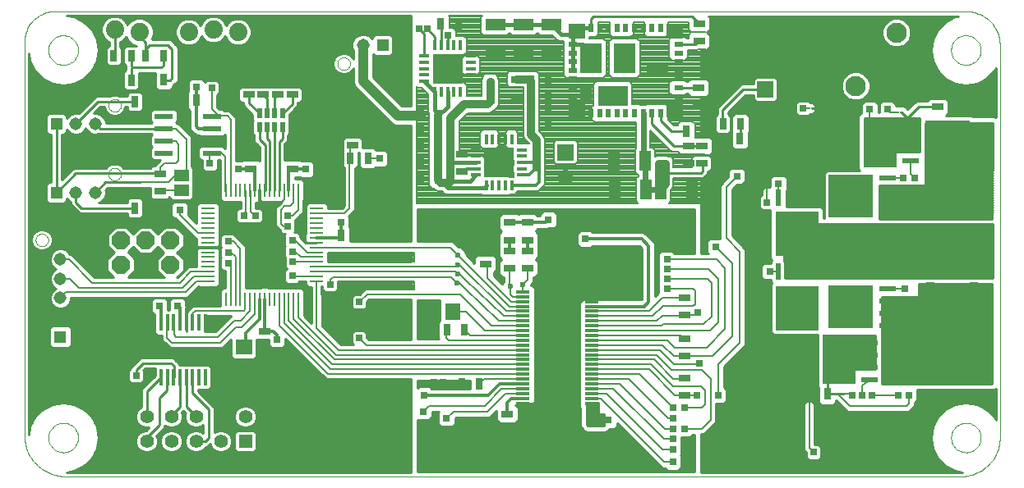
<source format=gtl>
G75*
%MOIN*%
%OFA0B0*%
%FSLAX24Y24*%
%IPPOS*%
%LPD*%
%AMOC8*
5,1,8,0,0,1.08239X$1,22.5*
%
%ADD10C,0.0000*%
%ADD11R,0.0315X0.0472*%
%ADD12C,0.0740*%
%ADD13R,0.0472X0.0315*%
%ADD14R,0.0630X0.0709*%
%ADD15R,0.0709X0.0630*%
%ADD16R,0.0197X0.0394*%
%ADD17R,0.0780X0.0220*%
%ADD18R,0.0630X0.0460*%
%ADD19C,0.0650*%
%ADD20R,0.0650X0.0650*%
%ADD21R,0.1380X0.2000*%
%ADD22R,0.0650X0.0236*%
%ADD23R,0.1811X0.1772*%
%ADD24R,0.0397X0.0397*%
%ADD25R,0.0236X0.0650*%
%ADD26R,0.1772X0.1811*%
%ADD27R,0.0140X0.0660*%
%ADD28C,0.0236*%
%ADD29R,0.0551X0.0118*%
%ADD30R,0.1370X0.1740*%
%ADD31R,0.0100X0.0100*%
%ADD32C,0.0515*%
%ADD33R,0.0515X0.0515*%
%ADD34R,0.0827X0.0827*%
%ADD35C,0.0827*%
%ADD36R,0.0580X0.0110*%
%ADD37R,0.0110X0.0580*%
%ADD38OC8,0.0740*%
%ADD39R,0.0554X0.0554*%
%ADD40C,0.0554*%
%ADD41R,0.0670X0.0630*%
%ADD42R,0.0240X0.0370*%
%ADD43R,0.0370X0.0240*%
%ADD44R,0.0886X0.0433*%
%ADD45R,0.1201X0.0803*%
%ADD46R,0.0866X0.1220*%
%ADD47R,0.0488X0.0551*%
%ADD48R,0.0787X0.0472*%
%ADD49R,0.0472X0.0787*%
%ADD50R,0.0140X0.0390*%
%ADD51R,0.0390X0.0140*%
%ADD52R,0.1240X0.1240*%
%ADD53C,0.0100*%
%ADD54R,0.0277X0.0277*%
%ADD55C,0.0120*%
%ADD56C,0.0080*%
%ADD57C,0.0079*%
%ADD58C,0.0320*%
%ADD59C,0.0240*%
%ADD60C,0.0400*%
%ADD61C,0.0160*%
D10*
X001820Y000150D02*
X038130Y000150D01*
X038208Y000152D01*
X038286Y000158D01*
X038363Y000167D01*
X038440Y000180D01*
X038516Y000198D01*
X038591Y000218D01*
X038665Y000243D01*
X038737Y000271D01*
X038809Y000302D01*
X038878Y000337D01*
X038946Y000376D01*
X039012Y000417D01*
X039075Y000462D01*
X039137Y000510D01*
X039196Y000561D01*
X039252Y000615D01*
X039306Y000671D01*
X039357Y000730D01*
X039405Y000792D01*
X039450Y000855D01*
X039491Y000921D01*
X039530Y000989D01*
X039565Y001058D01*
X039596Y001130D01*
X039624Y001202D01*
X039649Y001276D01*
X039669Y001351D01*
X039687Y001427D01*
X039700Y001504D01*
X039709Y001581D01*
X039715Y001659D01*
X039717Y001737D01*
X039717Y017683D01*
X039715Y017754D01*
X039710Y017826D01*
X039700Y017896D01*
X039687Y017967D01*
X039671Y018036D01*
X039650Y018104D01*
X039626Y018172D01*
X039599Y018238D01*
X039568Y018302D01*
X039534Y018365D01*
X039497Y018426D01*
X039456Y018485D01*
X039413Y018541D01*
X039367Y018596D01*
X039317Y018647D01*
X039266Y018697D01*
X039211Y018743D01*
X039155Y018786D01*
X039096Y018827D01*
X039035Y018864D01*
X038972Y018898D01*
X038908Y018929D01*
X038842Y018956D01*
X038774Y018980D01*
X038706Y019001D01*
X038637Y019017D01*
X038566Y019030D01*
X038496Y019040D01*
X038424Y019045D01*
X038353Y019047D01*
X038353Y019048D02*
X001380Y019048D01*
X001311Y019046D01*
X001242Y019040D01*
X001174Y019031D01*
X001106Y019017D01*
X001039Y019000D01*
X000974Y018979D01*
X000909Y018954D01*
X000846Y018926D01*
X000785Y018895D01*
X000726Y018859D01*
X000668Y018821D01*
X000613Y018780D01*
X000560Y018735D01*
X000510Y018688D01*
X000463Y018638D01*
X000418Y018585D01*
X000377Y018530D01*
X000339Y018472D01*
X000303Y018413D01*
X000272Y018352D01*
X000244Y018289D01*
X000219Y018224D01*
X000198Y018159D01*
X000181Y018092D01*
X000167Y018024D01*
X000158Y017956D01*
X000152Y017887D01*
X000150Y017818D01*
X000150Y001820D01*
X001125Y001725D02*
X001127Y001774D01*
X001133Y001822D01*
X001143Y001870D01*
X001157Y001917D01*
X001174Y001963D01*
X001195Y002007D01*
X001220Y002049D01*
X001248Y002089D01*
X001280Y002127D01*
X001314Y002162D01*
X001351Y002194D01*
X001390Y002223D01*
X001432Y002249D01*
X001476Y002271D01*
X001521Y002289D01*
X001568Y002304D01*
X001615Y002315D01*
X001664Y002322D01*
X001713Y002325D01*
X001762Y002324D01*
X001810Y002319D01*
X001859Y002310D01*
X001906Y002297D01*
X001952Y002280D01*
X001996Y002260D01*
X002039Y002236D01*
X002080Y002209D01*
X002118Y002178D01*
X002154Y002145D01*
X002186Y002109D01*
X002216Y002070D01*
X002243Y002029D01*
X002266Y001985D01*
X002285Y001940D01*
X002301Y001894D01*
X002313Y001847D01*
X002321Y001798D01*
X002325Y001749D01*
X002325Y001701D01*
X002321Y001652D01*
X002313Y001603D01*
X002301Y001556D01*
X002285Y001510D01*
X002266Y001465D01*
X002243Y001421D01*
X002216Y001380D01*
X002186Y001341D01*
X002154Y001305D01*
X002118Y001272D01*
X002080Y001241D01*
X002039Y001214D01*
X001996Y001190D01*
X001952Y001170D01*
X001906Y001153D01*
X001859Y001140D01*
X001810Y001131D01*
X001762Y001126D01*
X001713Y001125D01*
X001664Y001128D01*
X001615Y001135D01*
X001568Y001146D01*
X001521Y001161D01*
X001476Y001179D01*
X001432Y001201D01*
X001390Y001227D01*
X001351Y001256D01*
X001314Y001288D01*
X001280Y001323D01*
X001248Y001361D01*
X001220Y001401D01*
X001195Y001443D01*
X001174Y001487D01*
X001157Y001533D01*
X001143Y001580D01*
X001133Y001628D01*
X001127Y001676D01*
X001125Y001725D01*
X000150Y001820D02*
X000152Y001741D01*
X000158Y001661D01*
X000167Y001582D01*
X000180Y001504D01*
X000197Y001426D01*
X000218Y001350D01*
X000242Y001274D01*
X000270Y001199D01*
X000301Y001126D01*
X000336Y001055D01*
X000374Y000985D01*
X000415Y000917D01*
X000460Y000851D01*
X000507Y000788D01*
X000558Y000726D01*
X000611Y000668D01*
X000668Y000611D01*
X000726Y000558D01*
X000788Y000507D01*
X000851Y000460D01*
X000917Y000415D01*
X000985Y000374D01*
X001055Y000336D01*
X001126Y000301D01*
X001199Y000270D01*
X001274Y000242D01*
X001350Y000218D01*
X001426Y000197D01*
X001504Y000180D01*
X001582Y000167D01*
X001661Y000158D01*
X001741Y000152D01*
X001820Y000150D01*
X000603Y009756D02*
X000605Y009787D01*
X000611Y009818D01*
X000620Y009848D01*
X000633Y009877D01*
X000650Y009904D01*
X000670Y009928D01*
X000692Y009950D01*
X000718Y009969D01*
X000745Y009985D01*
X000774Y009997D01*
X000804Y010006D01*
X000835Y010011D01*
X000867Y010012D01*
X000898Y010009D01*
X000929Y010002D01*
X000959Y009992D01*
X000987Y009978D01*
X001013Y009960D01*
X001037Y009940D01*
X001058Y009916D01*
X001077Y009891D01*
X001092Y009863D01*
X001103Y009834D01*
X001111Y009803D01*
X001115Y009772D01*
X001115Y009740D01*
X001111Y009709D01*
X001103Y009678D01*
X001092Y009649D01*
X001077Y009621D01*
X001058Y009596D01*
X001037Y009572D01*
X001013Y009552D01*
X000987Y009534D01*
X000959Y009520D01*
X000929Y009510D01*
X000898Y009503D01*
X000867Y009500D01*
X000835Y009501D01*
X000804Y009506D01*
X000774Y009515D01*
X000745Y009527D01*
X000718Y009543D01*
X000692Y009562D01*
X000670Y009584D01*
X000650Y009608D01*
X000633Y009635D01*
X000620Y009664D01*
X000611Y009694D01*
X000605Y009725D01*
X000603Y009756D01*
X003555Y012433D02*
X003557Y012464D01*
X003563Y012495D01*
X003572Y012525D01*
X003585Y012554D01*
X003602Y012581D01*
X003622Y012605D01*
X003644Y012627D01*
X003670Y012646D01*
X003697Y012662D01*
X003726Y012674D01*
X003756Y012683D01*
X003787Y012688D01*
X003819Y012689D01*
X003850Y012686D01*
X003881Y012679D01*
X003911Y012669D01*
X003939Y012655D01*
X003965Y012637D01*
X003989Y012617D01*
X004010Y012593D01*
X004029Y012568D01*
X004044Y012540D01*
X004055Y012511D01*
X004063Y012480D01*
X004067Y012449D01*
X004067Y012417D01*
X004063Y012386D01*
X004055Y012355D01*
X004044Y012326D01*
X004029Y012298D01*
X004010Y012273D01*
X003989Y012249D01*
X003965Y012229D01*
X003939Y012211D01*
X003911Y012197D01*
X003881Y012187D01*
X003850Y012180D01*
X003819Y012177D01*
X003787Y012178D01*
X003756Y012183D01*
X003726Y012192D01*
X003697Y012204D01*
X003670Y012220D01*
X003644Y012239D01*
X003622Y012261D01*
X003602Y012285D01*
X003585Y012312D01*
X003572Y012341D01*
X003563Y012371D01*
X003557Y012402D01*
X003555Y012433D01*
X003555Y015229D02*
X003557Y015260D01*
X003563Y015291D01*
X003572Y015321D01*
X003585Y015350D01*
X003602Y015377D01*
X003622Y015401D01*
X003644Y015423D01*
X003670Y015442D01*
X003697Y015458D01*
X003726Y015470D01*
X003756Y015479D01*
X003787Y015484D01*
X003819Y015485D01*
X003850Y015482D01*
X003881Y015475D01*
X003911Y015465D01*
X003939Y015451D01*
X003965Y015433D01*
X003989Y015413D01*
X004010Y015389D01*
X004029Y015364D01*
X004044Y015336D01*
X004055Y015307D01*
X004063Y015276D01*
X004067Y015245D01*
X004067Y015213D01*
X004063Y015182D01*
X004055Y015151D01*
X004044Y015122D01*
X004029Y015094D01*
X004010Y015069D01*
X003989Y015045D01*
X003965Y015025D01*
X003939Y015007D01*
X003911Y014993D01*
X003881Y014983D01*
X003850Y014976D01*
X003819Y014973D01*
X003787Y014974D01*
X003756Y014979D01*
X003726Y014988D01*
X003697Y015000D01*
X003670Y015016D01*
X003644Y015035D01*
X003622Y015057D01*
X003602Y015081D01*
X003585Y015108D01*
X003572Y015137D01*
X003563Y015167D01*
X003557Y015198D01*
X003555Y015229D01*
X001125Y017473D02*
X001127Y017522D01*
X001133Y017570D01*
X001143Y017618D01*
X001157Y017665D01*
X001174Y017711D01*
X001195Y017755D01*
X001220Y017797D01*
X001248Y017837D01*
X001280Y017875D01*
X001314Y017910D01*
X001351Y017942D01*
X001390Y017971D01*
X001432Y017997D01*
X001476Y018019D01*
X001521Y018037D01*
X001568Y018052D01*
X001615Y018063D01*
X001664Y018070D01*
X001713Y018073D01*
X001762Y018072D01*
X001810Y018067D01*
X001859Y018058D01*
X001906Y018045D01*
X001952Y018028D01*
X001996Y018008D01*
X002039Y017984D01*
X002080Y017957D01*
X002118Y017926D01*
X002154Y017893D01*
X002186Y017857D01*
X002216Y017818D01*
X002243Y017777D01*
X002266Y017733D01*
X002285Y017688D01*
X002301Y017642D01*
X002313Y017595D01*
X002321Y017546D01*
X002325Y017497D01*
X002325Y017449D01*
X002321Y017400D01*
X002313Y017351D01*
X002301Y017304D01*
X002285Y017258D01*
X002266Y017213D01*
X002243Y017169D01*
X002216Y017128D01*
X002186Y017089D01*
X002154Y017053D01*
X002118Y017020D01*
X002080Y016989D01*
X002039Y016962D01*
X001996Y016938D01*
X001952Y016918D01*
X001906Y016901D01*
X001859Y016888D01*
X001810Y016879D01*
X001762Y016874D01*
X001713Y016873D01*
X001664Y016876D01*
X001615Y016883D01*
X001568Y016894D01*
X001521Y016909D01*
X001476Y016927D01*
X001432Y016949D01*
X001390Y016975D01*
X001351Y017004D01*
X001314Y017036D01*
X001280Y017071D01*
X001248Y017109D01*
X001220Y017149D01*
X001195Y017191D01*
X001174Y017235D01*
X001157Y017281D01*
X001143Y017328D01*
X001133Y017376D01*
X001127Y017424D01*
X001125Y017473D01*
X012847Y016922D02*
X012849Y016953D01*
X012855Y016984D01*
X012864Y017014D01*
X012877Y017043D01*
X012894Y017070D01*
X012914Y017094D01*
X012936Y017116D01*
X012962Y017135D01*
X012989Y017151D01*
X013018Y017163D01*
X013048Y017172D01*
X013079Y017177D01*
X013111Y017178D01*
X013142Y017175D01*
X013173Y017168D01*
X013203Y017158D01*
X013231Y017144D01*
X013257Y017126D01*
X013281Y017106D01*
X013302Y017082D01*
X013321Y017057D01*
X013336Y017029D01*
X013347Y017000D01*
X013355Y016969D01*
X013359Y016938D01*
X013359Y016906D01*
X013355Y016875D01*
X013347Y016844D01*
X013336Y016815D01*
X013321Y016787D01*
X013302Y016762D01*
X013281Y016738D01*
X013257Y016718D01*
X013231Y016700D01*
X013203Y016686D01*
X013173Y016676D01*
X013142Y016669D01*
X013111Y016666D01*
X013079Y016667D01*
X013048Y016672D01*
X013018Y016681D01*
X012989Y016693D01*
X012962Y016709D01*
X012936Y016728D01*
X012914Y016750D01*
X012894Y016774D01*
X012877Y016801D01*
X012864Y016830D01*
X012855Y016860D01*
X012849Y016891D01*
X012847Y016922D01*
X037739Y017473D02*
X037741Y017522D01*
X037747Y017570D01*
X037757Y017618D01*
X037771Y017665D01*
X037788Y017711D01*
X037809Y017755D01*
X037834Y017797D01*
X037862Y017837D01*
X037894Y017875D01*
X037928Y017910D01*
X037965Y017942D01*
X038004Y017971D01*
X038046Y017997D01*
X038090Y018019D01*
X038135Y018037D01*
X038182Y018052D01*
X038229Y018063D01*
X038278Y018070D01*
X038327Y018073D01*
X038376Y018072D01*
X038424Y018067D01*
X038473Y018058D01*
X038520Y018045D01*
X038566Y018028D01*
X038610Y018008D01*
X038653Y017984D01*
X038694Y017957D01*
X038732Y017926D01*
X038768Y017893D01*
X038800Y017857D01*
X038830Y017818D01*
X038857Y017777D01*
X038880Y017733D01*
X038899Y017688D01*
X038915Y017642D01*
X038927Y017595D01*
X038935Y017546D01*
X038939Y017497D01*
X038939Y017449D01*
X038935Y017400D01*
X038927Y017351D01*
X038915Y017304D01*
X038899Y017258D01*
X038880Y017213D01*
X038857Y017169D01*
X038830Y017128D01*
X038800Y017089D01*
X038768Y017053D01*
X038732Y017020D01*
X038694Y016989D01*
X038653Y016962D01*
X038610Y016938D01*
X038566Y016918D01*
X038520Y016901D01*
X038473Y016888D01*
X038424Y016879D01*
X038376Y016874D01*
X038327Y016873D01*
X038278Y016876D01*
X038229Y016883D01*
X038182Y016894D01*
X038135Y016909D01*
X038090Y016927D01*
X038046Y016949D01*
X038004Y016975D01*
X037965Y017004D01*
X037928Y017036D01*
X037894Y017071D01*
X037862Y017109D01*
X037834Y017149D01*
X037809Y017191D01*
X037788Y017235D01*
X037771Y017281D01*
X037757Y017328D01*
X037747Y017376D01*
X037741Y017424D01*
X037739Y017473D01*
X037739Y001725D02*
X037741Y001774D01*
X037747Y001822D01*
X037757Y001870D01*
X037771Y001917D01*
X037788Y001963D01*
X037809Y002007D01*
X037834Y002049D01*
X037862Y002089D01*
X037894Y002127D01*
X037928Y002162D01*
X037965Y002194D01*
X038004Y002223D01*
X038046Y002249D01*
X038090Y002271D01*
X038135Y002289D01*
X038182Y002304D01*
X038229Y002315D01*
X038278Y002322D01*
X038327Y002325D01*
X038376Y002324D01*
X038424Y002319D01*
X038473Y002310D01*
X038520Y002297D01*
X038566Y002280D01*
X038610Y002260D01*
X038653Y002236D01*
X038694Y002209D01*
X038732Y002178D01*
X038768Y002145D01*
X038800Y002109D01*
X038830Y002070D01*
X038857Y002029D01*
X038880Y001985D01*
X038899Y001940D01*
X038915Y001894D01*
X038927Y001847D01*
X038935Y001798D01*
X038939Y001749D01*
X038939Y001701D01*
X038935Y001652D01*
X038927Y001603D01*
X038915Y001556D01*
X038899Y001510D01*
X038880Y001465D01*
X038857Y001421D01*
X038830Y001380D01*
X038800Y001341D01*
X038768Y001305D01*
X038732Y001272D01*
X038694Y001241D01*
X038653Y001214D01*
X038610Y001190D01*
X038566Y001170D01*
X038520Y001153D01*
X038473Y001140D01*
X038424Y001131D01*
X038376Y001126D01*
X038327Y001125D01*
X038278Y001128D01*
X038229Y001135D01*
X038182Y001146D01*
X038135Y001161D01*
X038090Y001179D01*
X038046Y001201D01*
X038004Y001227D01*
X037965Y001256D01*
X037928Y001288D01*
X037894Y001323D01*
X037862Y001361D01*
X037834Y001401D01*
X037809Y001443D01*
X037788Y001487D01*
X037771Y001533D01*
X037757Y001580D01*
X037747Y001628D01*
X037741Y001676D01*
X037739Y001725D01*
D11*
X032713Y003496D03*
X032004Y003496D03*
X018603Y003918D03*
X017894Y003918D03*
X018000Y006103D03*
X017292Y006103D03*
X013705Y009930D03*
X012996Y009930D03*
X016213Y012276D03*
X016922Y012276D03*
X016922Y012906D03*
X016213Y012906D03*
X016213Y013536D03*
X016213Y014166D03*
X016922Y014166D03*
X016922Y013536D03*
X016922Y014796D03*
X016213Y014796D03*
X014083Y013075D03*
X013374Y013075D03*
X007111Y015441D03*
X006402Y015441D03*
X005347Y015386D03*
X004638Y015386D03*
X004481Y016260D03*
X005099Y016268D03*
X005807Y016268D03*
X005780Y017237D03*
X005071Y017237D03*
X004481Y017237D03*
X003772Y017237D03*
X003772Y016260D03*
X004638Y011056D03*
X005347Y011056D03*
X017040Y018536D03*
X017748Y018536D03*
X020701Y016213D03*
X021410Y016213D03*
X021410Y015622D03*
X020701Y015622D03*
X020701Y015032D03*
X020701Y014441D03*
X021410Y014441D03*
X021410Y015032D03*
X027000Y014166D03*
X027709Y014166D03*
X028465Y013882D03*
X029174Y013882D03*
X029189Y014473D03*
X028481Y014473D03*
D12*
X008815Y018210D03*
X007815Y018310D03*
X006815Y018210D03*
X005815Y018310D03*
X004815Y018210D03*
X003815Y018310D03*
D13*
X009244Y016370D03*
X009835Y016370D03*
X010426Y016370D03*
X011016Y016370D03*
X011016Y015662D03*
X010426Y015662D03*
X009835Y015662D03*
X009244Y015662D03*
X009339Y013367D03*
X009339Y012658D03*
X011036Y012658D03*
X011036Y013367D03*
X013469Y013622D03*
X013469Y014331D03*
X017906Y013260D03*
X017906Y012552D03*
X019835Y010465D03*
X020544Y010465D03*
X020544Y009756D03*
X020544Y009323D03*
X019835Y009323D03*
X019835Y009756D03*
X018851Y009500D03*
X018851Y008792D03*
X019835Y008615D03*
X020544Y008615D03*
X026922Y007414D03*
X026922Y006705D03*
X026922Y005760D03*
X026922Y005052D03*
X026922Y004158D03*
X026922Y003449D03*
X023733Y002433D03*
X023181Y002433D03*
X023181Y001725D03*
X023733Y001725D03*
X019737Y001977D03*
X019737Y002685D03*
X009894Y005351D03*
X009894Y006059D03*
X005650Y011744D03*
X005650Y012453D03*
X020111Y015583D03*
X020111Y016292D03*
X027079Y013575D03*
X027630Y013575D03*
X027630Y012867D03*
X027079Y012867D03*
X027493Y015229D03*
X027493Y015937D03*
X027512Y017847D03*
X027512Y018556D03*
X037178Y015870D03*
X037178Y015162D03*
D14*
X027993Y010662D03*
X026890Y010662D03*
X017516Y006859D03*
X016414Y006859D03*
X016500Y010662D03*
X015398Y010662D03*
D15*
X009052Y005402D03*
X009052Y004300D03*
D16*
X009678Y014343D03*
X009993Y014343D03*
X010307Y014343D03*
X010622Y014343D03*
X010622Y014894D03*
X010307Y014894D03*
X009993Y014894D03*
X009678Y014894D03*
D17*
X007750Y014786D03*
X007750Y014286D03*
X007750Y013786D03*
X007750Y013286D03*
X005810Y013286D03*
X005810Y013786D03*
X005810Y014286D03*
X005810Y014786D03*
D18*
X006520Y012383D03*
X006520Y011783D03*
D19*
X022099Y012327D03*
X030210Y017879D03*
D20*
X030210Y015879D03*
X022099Y013327D03*
D21*
X033231Y013721D03*
X034861Y013721D03*
X033208Y004902D03*
X031578Y004902D03*
D22*
X034418Y005085D03*
X034418Y004585D03*
X034418Y004085D03*
X034418Y005585D03*
X035170Y006290D03*
X035170Y006790D03*
X035170Y007290D03*
X035170Y007790D03*
X035170Y010778D03*
X035170Y011278D03*
X035170Y011778D03*
X035170Y012278D03*
X036083Y012983D03*
X036083Y013483D03*
X036083Y013983D03*
X036083Y014483D03*
D23*
X037579Y013733D03*
X033674Y011528D03*
X033674Y007040D03*
X035914Y004835D03*
D24*
X035961Y004835D03*
X035461Y004835D03*
X035461Y004335D03*
X035961Y004335D03*
X036461Y004335D03*
X036461Y004835D03*
X036461Y005335D03*
X035961Y005335D03*
X035461Y005335D03*
X034126Y006540D03*
X033626Y006540D03*
X033126Y006540D03*
X033126Y007040D03*
X033126Y007540D03*
X033626Y007540D03*
X034126Y007540D03*
X034126Y007040D03*
X033626Y007040D03*
X031981Y006933D03*
X031481Y006933D03*
X030981Y006933D03*
X030981Y006433D03*
X031481Y006433D03*
X031981Y006433D03*
X031981Y007433D03*
X031481Y007433D03*
X030981Y007433D03*
X030981Y009449D03*
X031481Y009449D03*
X031981Y009449D03*
X031981Y009949D03*
X031481Y009949D03*
X030981Y009949D03*
X030981Y010449D03*
X031481Y010449D03*
X031981Y010449D03*
X033126Y011028D03*
X033126Y011528D03*
X033626Y011528D03*
X034126Y011528D03*
X034126Y011028D03*
X033626Y011028D03*
X033626Y012028D03*
X034126Y012028D03*
X033126Y012028D03*
X037126Y013233D03*
X037126Y013733D03*
X037626Y013733D03*
X038126Y013733D03*
X038126Y013233D03*
X037626Y013233D03*
X037626Y014233D03*
X038126Y014233D03*
X037126Y014233D03*
D25*
X032231Y011493D03*
X031731Y011493D03*
X031231Y011493D03*
X030731Y011493D03*
X030731Y008477D03*
X031231Y008477D03*
X031731Y008477D03*
X032231Y008477D03*
D26*
X031481Y006981D03*
X031481Y009996D03*
D27*
X007487Y006406D03*
X007227Y006406D03*
X006967Y006406D03*
X006717Y006406D03*
X006457Y006406D03*
X006207Y006406D03*
X005947Y006406D03*
X005687Y006406D03*
X005687Y004186D03*
X005947Y004186D03*
X006207Y004186D03*
X006457Y004186D03*
X006717Y004186D03*
X006967Y004186D03*
X007227Y004186D03*
X007487Y004186D03*
D28*
X017709Y008004D03*
X017717Y008378D03*
X017717Y008760D03*
X017721Y009154D03*
X019859Y007886D03*
X020355Y007957D03*
D29*
X020367Y007650D03*
X020367Y007453D03*
X020367Y007256D03*
X020367Y007059D03*
X020367Y006863D03*
X020367Y006666D03*
X020367Y006469D03*
X020367Y006272D03*
X020367Y006075D03*
X020367Y005878D03*
X020367Y005681D03*
X020367Y005485D03*
X020367Y005288D03*
X020367Y005091D03*
X020367Y004894D03*
X020367Y004697D03*
X020367Y004500D03*
X020367Y004304D03*
X020367Y004107D03*
X020367Y003910D03*
X020367Y003713D03*
X020367Y003516D03*
X020367Y003319D03*
X020367Y003122D03*
X023162Y003122D03*
X023162Y003319D03*
X023162Y003516D03*
X023162Y003713D03*
X023162Y003910D03*
X023162Y004107D03*
X023162Y004304D03*
X023162Y004500D03*
X023162Y004697D03*
X023162Y004894D03*
X023162Y005091D03*
X023162Y005288D03*
X023162Y005485D03*
X023162Y005681D03*
X023162Y005878D03*
X023162Y006075D03*
X023162Y006272D03*
X023162Y006469D03*
X023162Y006666D03*
X023162Y006863D03*
X023162Y007059D03*
X023162Y007256D03*
X023162Y007453D03*
X023162Y007650D03*
D30*
X021764Y005386D03*
D31*
X031981Y003059D03*
X031981Y002981D03*
X033378Y003496D03*
X033457Y003496D03*
X030268Y011705D03*
X030268Y011784D03*
X035607Y014953D03*
X035685Y014953D03*
X032079Y015111D03*
X032000Y015111D03*
D32*
X013890Y017670D03*
X003024Y014481D03*
X002237Y014481D03*
X002237Y011685D03*
X003024Y011685D03*
X001607Y008969D03*
X001607Y008181D03*
X001607Y007394D03*
X001607Y006607D03*
D33*
X001607Y005819D03*
X001449Y011685D03*
X001449Y014481D03*
X014678Y017670D03*
D34*
X033870Y018181D03*
X038674Y010957D03*
D35*
X036902Y010957D03*
X036902Y009304D03*
X038674Y009304D03*
X038674Y007650D03*
X036902Y007650D03*
X035524Y016016D03*
X033870Y016016D03*
X035524Y018181D03*
D36*
X012006Y011039D03*
X012006Y010839D03*
X012006Y010639D03*
X012006Y010449D03*
X012006Y010249D03*
X012006Y010049D03*
X012006Y009859D03*
X012006Y009659D03*
X012006Y009459D03*
X012006Y009259D03*
X012006Y009069D03*
X012006Y008869D03*
X012006Y008669D03*
X012006Y008479D03*
X012006Y008279D03*
X012006Y008079D03*
X007586Y008079D03*
X007586Y008279D03*
X007586Y008479D03*
X007586Y008669D03*
X007586Y008869D03*
X007586Y009069D03*
X007586Y009259D03*
X007586Y009459D03*
X007586Y009659D03*
X007586Y009859D03*
X007586Y010049D03*
X007586Y010249D03*
X007586Y010449D03*
X007586Y010639D03*
X007586Y010839D03*
X007586Y011039D03*
D37*
X008316Y011769D03*
X008516Y011769D03*
X008716Y011769D03*
X008906Y011769D03*
X009106Y011769D03*
X009306Y011769D03*
X009496Y011769D03*
X009696Y011769D03*
X009896Y011769D03*
X010096Y011769D03*
X010286Y011769D03*
X010486Y011769D03*
X010686Y011769D03*
X010876Y011769D03*
X011076Y011769D03*
X011276Y011769D03*
X011276Y007349D03*
X011076Y007349D03*
X010876Y007349D03*
X010686Y007349D03*
X010486Y007349D03*
X010286Y007349D03*
X010096Y007349D03*
X009896Y007349D03*
X009696Y007349D03*
X009496Y007349D03*
X009306Y007349D03*
X009106Y007349D03*
X008906Y007349D03*
X008716Y007349D03*
X008516Y007349D03*
X008316Y007349D03*
D38*
X006071Y008744D03*
X005071Y008744D03*
X004071Y008744D03*
X004071Y009744D03*
X005071Y009744D03*
X006071Y009744D03*
D39*
X009119Y001579D03*
D40*
X008119Y001579D03*
X007119Y001579D03*
X006119Y001579D03*
X005119Y001579D03*
X005119Y002579D03*
X006119Y002579D03*
X007119Y002579D03*
X008119Y002579D03*
X009119Y002579D03*
D41*
X022548Y015040D03*
X026528Y015040D03*
X026528Y018260D03*
X022548Y018260D03*
D42*
X023118Y018390D03*
X023478Y018390D03*
X023828Y018390D03*
X024188Y018390D03*
X024538Y018390D03*
X024888Y018390D03*
X025248Y018390D03*
X025598Y018390D03*
X025958Y018390D03*
X025958Y014910D03*
X025598Y014910D03*
X025248Y014910D03*
X024888Y014910D03*
X024538Y014910D03*
X024188Y014910D03*
X023828Y014910D03*
X023478Y014910D03*
X023118Y014910D03*
D43*
X022398Y015590D03*
X022398Y015940D03*
X022398Y016300D03*
X022398Y016650D03*
X022398Y017000D03*
X022398Y017360D03*
X022398Y017710D03*
X026678Y017710D03*
X026678Y017360D03*
X026678Y017000D03*
X026678Y016650D03*
X026678Y016300D03*
X026678Y015940D03*
X026678Y015590D03*
D44*
X025839Y016733D03*
D45*
X024020Y015603D03*
D46*
X024496Y017158D03*
X023126Y017158D03*
D47*
X022941Y015729D03*
D48*
X021528Y017237D03*
X020386Y017237D03*
X019244Y017237D03*
X019244Y018496D03*
X020386Y018496D03*
X021528Y018496D03*
D49*
X024067Y012965D03*
X025327Y012965D03*
X025347Y011804D03*
X025977Y011804D03*
X027237Y011804D03*
X024087Y011804D03*
D50*
X019912Y011966D03*
X019662Y011966D03*
X019402Y011966D03*
X019142Y011966D03*
X018892Y011966D03*
X018892Y013846D03*
X019142Y013846D03*
X019402Y013846D03*
X019662Y013846D03*
X019912Y013846D03*
X017825Y015785D03*
X017575Y015785D03*
X017315Y015785D03*
X017055Y015785D03*
X016805Y015785D03*
X016805Y017665D03*
X017055Y017665D03*
X017315Y017665D03*
X017575Y017665D03*
X017825Y017665D03*
D51*
X018255Y017235D03*
X018255Y016985D03*
X018255Y016725D03*
X018255Y016465D03*
X018255Y016215D03*
X016375Y016215D03*
X016375Y016465D03*
X016375Y016725D03*
X016375Y016985D03*
X016375Y017235D03*
X018462Y013416D03*
X018462Y013166D03*
X018462Y012906D03*
X018462Y012646D03*
X018462Y012396D03*
X020342Y012396D03*
X020342Y012646D03*
X020342Y012906D03*
X020342Y013166D03*
X020342Y013416D03*
D52*
X019402Y012906D03*
X017315Y016725D03*
D53*
X016375Y017235D02*
X016375Y018137D01*
X016174Y018339D01*
X016489Y018339D02*
X016805Y018022D01*
X016805Y017665D01*
X017055Y017665D02*
X017055Y018638D01*
X017040Y018536D01*
X017315Y018063D02*
X017315Y017665D01*
X015819Y017683D02*
X015105Y017683D01*
X015105Y017585D02*
X015819Y017585D01*
X015819Y017486D02*
X015105Y017486D01*
X015105Y017388D02*
X015819Y017388D01*
X015819Y017289D02*
X015052Y017289D01*
X015005Y017242D02*
X015105Y017342D01*
X015105Y017998D01*
X015005Y018097D01*
X014350Y018097D01*
X014250Y017998D01*
X014250Y017957D01*
X014149Y018058D01*
X013981Y018127D01*
X013799Y018127D01*
X013631Y018058D01*
X013502Y017929D01*
X013433Y017761D01*
X013433Y017579D01*
X013490Y017440D01*
X013490Y017099D01*
X013464Y017163D01*
X013344Y017283D01*
X013187Y017348D01*
X013018Y017348D01*
X012861Y017283D01*
X012742Y017163D01*
X012677Y017006D01*
X012677Y016837D01*
X012742Y016680D01*
X012861Y016561D01*
X013018Y016496D01*
X013187Y016496D01*
X013344Y016561D01*
X013464Y016680D01*
X013490Y016744D01*
X013490Y016133D01*
X013551Y015986D01*
X014968Y014569D01*
X015081Y014457D01*
X015228Y014396D01*
X015819Y014396D01*
X015819Y009699D01*
X013354Y009699D01*
X013354Y010249D01*
X013323Y010279D01*
X013323Y010687D01*
X013295Y010715D01*
X013549Y010969D01*
X013549Y012669D01*
X013602Y012669D01*
X013702Y012769D01*
X013702Y013295D01*
X013726Y013295D01*
X013726Y012756D01*
X013843Y012639D01*
X014323Y012639D01*
X014409Y012725D01*
X014781Y012725D01*
X014898Y012842D01*
X014898Y013285D01*
X014781Y013402D01*
X014433Y013402D01*
X014323Y013511D01*
X013875Y013511D01*
X013875Y013850D01*
X013776Y013950D01*
X013162Y013950D01*
X013063Y013850D01*
X013063Y013398D01*
X013047Y013382D01*
X013047Y012769D01*
X013129Y012687D01*
X013129Y011142D01*
X013036Y011049D01*
X012466Y011049D01*
X012466Y011165D01*
X012366Y011264D01*
X011645Y011264D01*
X011546Y011165D01*
X011546Y010027D01*
X011516Y009997D01*
X011516Y009722D01*
X011578Y009659D01*
X011553Y009635D01*
X011384Y009804D01*
X011325Y009863D01*
X011325Y009965D01*
X011225Y010065D01*
X011095Y010065D01*
X011128Y010098D01*
X011128Y010517D01*
X011121Y010524D01*
X011128Y010531D01*
X011128Y010556D01*
X011339Y010767D01*
X011462Y010890D01*
X011462Y011370D01*
X011501Y011409D01*
X011501Y012130D01*
X011401Y012229D01*
X011136Y012229D01*
X011136Y012300D01*
X011337Y012300D01*
X011346Y012292D01*
X011789Y012292D01*
X011906Y012409D01*
X011906Y012852D01*
X011789Y012969D01*
X011401Y012969D01*
X011355Y013015D01*
X010717Y013015D01*
X010706Y013004D01*
X010706Y013662D01*
X010714Y013670D01*
X010842Y013799D01*
X010842Y014027D01*
X010891Y014076D01*
X010891Y014610D01*
X010883Y014619D01*
X010891Y014627D01*
X010891Y014851D01*
X011107Y015068D01*
X011107Y015068D01*
X011236Y015197D01*
X011236Y015334D01*
X011323Y015334D01*
X011422Y015434D01*
X011422Y015890D01*
X011323Y015989D01*
X008938Y015989D01*
X008838Y015890D01*
X008838Y015434D01*
X008938Y015334D01*
X009024Y015334D01*
X009024Y015236D01*
X009409Y014851D01*
X009409Y014627D01*
X009417Y014619D01*
X009409Y014610D01*
X009409Y014076D01*
X009458Y014027D01*
X009458Y013760D01*
X009586Y013631D01*
X009694Y013523D01*
X009694Y012980D01*
X009658Y013015D01*
X009020Y013015D01*
X008974Y012969D01*
X008726Y012969D01*
X008726Y014745D01*
X008588Y014883D01*
X008465Y015006D01*
X008270Y015006D01*
X008210Y015066D01*
X008051Y015066D01*
X007958Y015158D01*
X007958Y015630D01*
X008057Y015728D01*
X008057Y016147D01*
X007958Y016246D01*
X007539Y016246D01*
X007457Y016164D01*
X007457Y016198D01*
X007340Y016316D01*
X006897Y016316D01*
X006780Y016198D01*
X006780Y015787D01*
X006753Y015760D01*
X006753Y015122D01*
X006851Y015025D01*
X006851Y014319D01*
X006890Y014223D01*
X006977Y014137D01*
X007050Y014063D01*
X007146Y014024D01*
X007229Y014024D01*
X007277Y013976D01*
X008223Y013976D01*
X008306Y014059D01*
X008306Y013470D01*
X008210Y013566D01*
X007290Y013566D01*
X007190Y013466D01*
X007190Y013105D01*
X007290Y013006D01*
X007361Y013006D01*
X007361Y012657D01*
X007461Y012558D01*
X007879Y012558D01*
X007978Y012657D01*
X007978Y013006D01*
X008087Y013006D01*
X008087Y011663D01*
X008091Y011659D01*
X008091Y011409D01*
X008190Y011309D01*
X008916Y011309D01*
X008916Y011049D01*
X008838Y011049D01*
X008739Y010950D01*
X008739Y010531D01*
X008838Y010432D01*
X009257Y010432D01*
X009284Y010459D01*
X009311Y010432D01*
X009729Y010432D01*
X009829Y010531D01*
X009829Y010950D01*
X009729Y011049D01*
X009533Y011049D01*
X009533Y011279D01*
X009634Y011279D01*
X009717Y011363D01*
X009770Y011309D01*
X010580Y011309D01*
X010457Y011186D01*
X010334Y011063D01*
X010334Y010339D01*
X010452Y010221D01*
X010511Y010163D01*
X010511Y010098D01*
X010610Y009999D01*
X010741Y009999D01*
X010707Y009965D01*
X010707Y009547D01*
X010734Y009520D01*
X010707Y009493D01*
X010707Y009075D01*
X010711Y009071D01*
X010711Y008661D01*
X010786Y008587D01*
X010707Y008509D01*
X010707Y008090D01*
X010807Y007991D01*
X011225Y007991D01*
X011305Y008070D01*
X011546Y008070D01*
X011546Y007954D01*
X011645Y007854D01*
X011798Y007854D01*
X011798Y006377D01*
X011486Y006690D01*
X011486Y006974D01*
X011501Y006989D01*
X011501Y007710D01*
X011401Y007809D01*
X010064Y007809D01*
X010034Y007839D01*
X009758Y007839D01*
X009728Y007809D01*
X009116Y007809D01*
X009116Y009513D01*
X008825Y009804D01*
X008726Y009902D01*
X008726Y009926D01*
X008627Y010026D01*
X008209Y010026D01*
X008109Y009926D01*
X008109Y009508D01*
X008136Y009481D01*
X008109Y009454D01*
X008109Y009035D01*
X008116Y009028D01*
X008109Y009021D01*
X008109Y008602D01*
X008209Y008503D01*
X008306Y008503D01*
X008306Y007809D01*
X008190Y007809D01*
X008091Y007710D01*
X008091Y007092D01*
X006992Y007092D01*
X006874Y006974D01*
X006751Y006851D01*
X006751Y006830D01*
X006727Y006806D01*
X006727Y006029D01*
X006727Y006819D01*
X006717Y006829D01*
X006717Y006970D01*
X006721Y006982D01*
X006717Y007021D01*
X006717Y007060D01*
X006712Y007072D01*
X006711Y007085D01*
X006709Y007088D01*
X006709Y007301D01*
X006592Y007418D01*
X006149Y007418D01*
X006032Y007301D01*
X006032Y006906D01*
X005961Y006906D01*
X005961Y007301D01*
X005844Y007418D01*
X005401Y007418D01*
X005284Y007301D01*
X005284Y006858D01*
X005401Y006740D01*
X005417Y006740D01*
X005417Y005993D01*
X005534Y005876D01*
X005727Y005876D01*
X005727Y005693D01*
X005850Y005570D01*
X006047Y005373D01*
X008190Y005373D01*
X008313Y005496D01*
X008527Y005711D01*
X008527Y005017D01*
X008627Y004917D01*
X009476Y004917D01*
X009576Y005017D01*
X009576Y005702D01*
X010047Y005702D01*
X010047Y005480D01*
X010165Y005362D01*
X010608Y005362D01*
X010725Y005480D01*
X010725Y005747D01*
X012378Y004094D01*
X015819Y004094D01*
X015819Y000320D01*
X001852Y000320D01*
X002165Y000370D01*
X002562Y000572D01*
X002562Y000572D01*
X002878Y000887D01*
X002878Y000887D01*
X003080Y001284D01*
X003080Y001284D01*
X003150Y001725D01*
X003080Y002165D01*
X003080Y002165D01*
X002878Y002562D01*
X002878Y002562D01*
X002562Y002878D01*
X002165Y003080D01*
X001725Y003150D01*
X001725Y003150D01*
X001284Y003080D01*
X000887Y002878D01*
X000572Y002562D01*
X000370Y002165D01*
X000320Y001852D01*
X000320Y017345D01*
X000370Y017032D01*
X000572Y016635D01*
X000887Y016320D01*
X000887Y016320D01*
X001284Y016118D01*
X001284Y016118D01*
X001725Y016048D01*
X002165Y016118D01*
X002562Y016320D01*
X002562Y016320D01*
X002878Y016635D01*
X002878Y016635D01*
X003080Y017032D01*
X003080Y017032D01*
X003150Y017473D01*
X003080Y017913D01*
X003080Y017913D01*
X002878Y018310D01*
X002878Y018310D01*
X002878Y018310D01*
X002562Y018626D01*
X002165Y018828D01*
X001852Y018878D01*
X015819Y018878D01*
X015819Y015196D01*
X015473Y015196D01*
X014290Y016379D01*
X014290Y017302D01*
X014350Y017242D01*
X015005Y017242D01*
X014303Y017289D02*
X014290Y017289D01*
X014290Y017191D02*
X015819Y017191D01*
X015819Y017092D02*
X014290Y017092D01*
X014290Y016994D02*
X015819Y016994D01*
X015819Y016895D02*
X014290Y016895D01*
X014290Y016797D02*
X015819Y016797D01*
X015819Y016698D02*
X014290Y016698D01*
X014290Y016600D02*
X015819Y016600D01*
X015819Y016501D02*
X014290Y016501D01*
X014290Y016403D02*
X015819Y016403D01*
X015819Y016304D02*
X014365Y016304D01*
X014463Y016206D02*
X015819Y016206D01*
X015819Y016107D02*
X014562Y016107D01*
X014660Y016009D02*
X015819Y016009D01*
X015819Y015910D02*
X014759Y015910D01*
X014857Y015812D02*
X015819Y015812D01*
X015819Y015713D02*
X014956Y015713D01*
X015054Y015615D02*
X015819Y015615D01*
X015819Y015516D02*
X015153Y015516D01*
X015251Y015418D02*
X015819Y015418D01*
X015819Y015319D02*
X015350Y015319D01*
X015448Y015221D02*
X015819Y015221D01*
X014809Y014728D02*
X010891Y014728D01*
X010891Y014630D02*
X014908Y014630D01*
X014968Y014569D02*
X014968Y014569D01*
X015006Y014531D02*
X010891Y014531D01*
X010891Y014433D02*
X015139Y014433D01*
X014711Y014827D02*
X010891Y014827D01*
X010965Y014925D02*
X014612Y014925D01*
X014514Y015024D02*
X011063Y015024D01*
X011162Y015122D02*
X014415Y015122D01*
X014317Y015221D02*
X011236Y015221D01*
X011236Y015319D02*
X014218Y015319D01*
X014120Y015418D02*
X011406Y015418D01*
X011422Y015516D02*
X014021Y015516D01*
X013923Y015615D02*
X011422Y015615D01*
X011422Y015713D02*
X013824Y015713D01*
X013726Y015812D02*
X011422Y015812D01*
X011402Y015910D02*
X013627Y015910D01*
X013542Y016009D02*
X008057Y016009D01*
X008057Y016107D02*
X013501Y016107D01*
X013490Y016206D02*
X007998Y016206D01*
X008057Y015910D02*
X008859Y015910D01*
X008838Y015812D02*
X008057Y015812D01*
X008042Y015713D02*
X008838Y015713D01*
X008838Y015615D02*
X007958Y015615D01*
X007958Y015516D02*
X008838Y015516D01*
X008855Y015418D02*
X007958Y015418D01*
X007958Y015319D02*
X009024Y015319D01*
X009040Y015221D02*
X007958Y015221D01*
X007995Y015122D02*
X009138Y015122D01*
X009237Y015024D02*
X008253Y015024D01*
X008546Y014925D02*
X009335Y014925D01*
X009409Y014827D02*
X008644Y014827D01*
X008726Y014728D02*
X009409Y014728D01*
X009409Y014630D02*
X008726Y014630D01*
X008726Y014531D02*
X009409Y014531D01*
X009409Y014433D02*
X008726Y014433D01*
X008726Y014334D02*
X009409Y014334D01*
X009409Y014236D02*
X008726Y014236D01*
X008726Y014137D02*
X009409Y014137D01*
X009446Y014039D02*
X008726Y014039D01*
X008726Y013940D02*
X009458Y013940D01*
X009458Y013842D02*
X008726Y013842D01*
X008726Y013743D02*
X009474Y013743D01*
X009573Y013645D02*
X008726Y013645D01*
X008726Y013546D02*
X009671Y013546D01*
X009694Y013448D02*
X008726Y013448D01*
X008726Y013349D02*
X009694Y013349D01*
X009694Y013251D02*
X008726Y013251D01*
X008726Y013152D02*
X009694Y013152D01*
X009694Y013054D02*
X008726Y013054D01*
X008087Y012955D02*
X007978Y012955D01*
X007978Y012857D02*
X008087Y012857D01*
X008087Y012758D02*
X007978Y012758D01*
X007978Y012660D02*
X008087Y012660D01*
X008087Y012561D02*
X007882Y012561D01*
X008087Y012463D02*
X007005Y012463D01*
X007005Y012561D02*
X007457Y012561D01*
X007361Y012660D02*
X007005Y012660D01*
X007005Y012683D02*
X006935Y012754D01*
X006935Y013938D01*
X006812Y014061D01*
X006377Y014496D01*
X006340Y014496D01*
X006300Y014536D01*
X006370Y014605D01*
X006370Y014966D01*
X006270Y015066D01*
X005350Y015066D01*
X005250Y014966D01*
X005250Y014605D01*
X005320Y014536D01*
X005290Y014506D01*
X003451Y014506D01*
X003451Y014566D01*
X003386Y014723D01*
X003266Y014843D01*
X003109Y014908D01*
X002975Y014908D01*
X003233Y015166D01*
X003386Y015166D01*
X003386Y015144D01*
X003450Y014987D01*
X003570Y014868D01*
X003727Y014803D01*
X003896Y014803D01*
X004053Y014868D01*
X004172Y014987D01*
X004237Y015144D01*
X004237Y015166D01*
X004311Y015166D01*
X004311Y015080D01*
X004410Y014980D01*
X004866Y014980D01*
X004966Y015080D01*
X004966Y015693D01*
X004866Y015792D01*
X004410Y015792D01*
X004311Y015693D01*
X004311Y015606D01*
X004013Y015606D01*
X003896Y015655D01*
X003727Y015655D01*
X003610Y015606D01*
X003051Y015606D01*
X002344Y014899D01*
X002322Y014908D01*
X002152Y014908D01*
X001994Y014843D01*
X001877Y014725D01*
X001877Y014809D01*
X001777Y014908D01*
X001121Y014908D01*
X001022Y014809D01*
X001022Y014153D01*
X001121Y014053D01*
X001229Y014053D01*
X001229Y012113D01*
X001121Y012113D01*
X001022Y012013D01*
X001022Y011358D01*
X001121Y011258D01*
X001777Y011258D01*
X001877Y011358D01*
X001877Y011441D01*
X001994Y011323D01*
X002017Y011314D01*
X002017Y011201D01*
X002253Y010964D01*
X002382Y010836D01*
X004311Y010836D01*
X004311Y010749D01*
X004410Y010649D01*
X004866Y010649D01*
X004966Y010749D01*
X004966Y011362D01*
X004866Y011462D01*
X004410Y011462D01*
X004311Y011362D01*
X004311Y011276D01*
X003151Y011276D01*
X003266Y011323D01*
X003386Y011443D01*
X003451Y011600D01*
X003451Y011770D01*
X003442Y011793D01*
X003529Y011879D01*
X004946Y011879D01*
X004956Y011889D01*
X005244Y011889D01*
X005244Y011517D01*
X005343Y011417D01*
X005957Y011417D01*
X006035Y011495D01*
X006035Y011483D01*
X006135Y011383D01*
X006905Y011383D01*
X007005Y011483D01*
X007005Y012683D01*
X006935Y012758D02*
X007361Y012758D01*
X007361Y012857D02*
X006935Y012857D01*
X006935Y012955D02*
X007361Y012955D01*
X007242Y013054D02*
X006935Y013054D01*
X006935Y013152D02*
X007190Y013152D01*
X007190Y013251D02*
X006935Y013251D01*
X006935Y013349D02*
X007190Y013349D01*
X007190Y013448D02*
X006935Y013448D01*
X006935Y013546D02*
X007270Y013546D01*
X006935Y013645D02*
X008306Y013645D01*
X008306Y013743D02*
X006935Y013743D01*
X006935Y013842D02*
X008306Y013842D01*
X008306Y013940D02*
X006933Y013940D01*
X006834Y014039D02*
X007110Y014039D01*
X006976Y014137D02*
X006736Y014137D01*
X006637Y014236D02*
X006885Y014236D01*
X006851Y014334D02*
X006539Y014334D01*
X006440Y014433D02*
X006851Y014433D01*
X006851Y014531D02*
X006305Y014531D01*
X006370Y014630D02*
X006851Y014630D01*
X006851Y014728D02*
X006370Y014728D01*
X006370Y014827D02*
X006851Y014827D01*
X006851Y014925D02*
X006370Y014925D01*
X006313Y015024D02*
X006851Y015024D01*
X006753Y015122D02*
X004966Y015122D01*
X004966Y015221D02*
X006753Y015221D01*
X006753Y015319D02*
X004966Y015319D01*
X004966Y015418D02*
X006753Y015418D01*
X006753Y015516D02*
X004966Y015516D01*
X004966Y015615D02*
X006753Y015615D01*
X006753Y015713D02*
X004945Y015713D01*
X004765Y015910D02*
X005489Y015910D01*
X005450Y015949D02*
X005567Y015832D01*
X006048Y015832D01*
X006165Y015949D01*
X006165Y016027D01*
X006197Y016040D01*
X006267Y016111D01*
X006346Y016189D01*
X006384Y016281D01*
X006384Y017562D01*
X006346Y017654D01*
X006276Y017724D01*
X006118Y017882D01*
X006026Y017920D01*
X005312Y017920D01*
X005385Y018097D01*
X005385Y018324D01*
X005299Y018533D01*
X005138Y018693D01*
X004929Y018780D01*
X004702Y018780D01*
X004492Y018693D01*
X004332Y018533D01*
X004320Y018503D01*
X004273Y018616D01*
X004121Y018768D01*
X003923Y018850D01*
X003708Y018850D01*
X003509Y018768D01*
X003358Y018616D01*
X003275Y018418D01*
X003275Y018203D01*
X003358Y018004D01*
X003509Y017852D01*
X003595Y017817D01*
X003595Y017643D01*
X003544Y017643D01*
X003445Y017543D01*
X003445Y016930D01*
X003544Y016830D01*
X004000Y016830D01*
X004100Y016930D01*
X004100Y017543D01*
X004035Y017607D01*
X004035Y017817D01*
X004121Y017852D01*
X004273Y018004D01*
X004278Y018017D01*
X004332Y017887D01*
X004492Y017727D01*
X004696Y017643D01*
X004253Y017643D01*
X004153Y017543D01*
X004153Y016930D01*
X004253Y016830D01*
X004261Y016830D01*
X004261Y016666D01*
X004253Y016666D01*
X004153Y016567D01*
X004153Y015954D01*
X004253Y015854D01*
X004709Y015854D01*
X004808Y015954D01*
X004808Y016544D01*
X005450Y016544D01*
X005450Y015949D01*
X005450Y016009D02*
X004808Y016009D01*
X004808Y016107D02*
X005450Y016107D01*
X005450Y016206D02*
X004808Y016206D01*
X004808Y016304D02*
X005450Y016304D01*
X005450Y016403D02*
X004808Y016403D01*
X004808Y016501D02*
X005450Y016501D01*
X005701Y016764D02*
X004520Y016764D01*
X004481Y016725D01*
X004481Y016260D01*
X004153Y016304D02*
X002531Y016304D01*
X002645Y016403D02*
X004153Y016403D01*
X004153Y016501D02*
X002743Y016501D01*
X002842Y016600D02*
X004186Y016600D01*
X004261Y016698D02*
X002910Y016698D01*
X002960Y016797D02*
X004261Y016797D01*
X004188Y016895D02*
X004065Y016895D01*
X004100Y016994D02*
X004153Y016994D01*
X004153Y017092D02*
X004100Y017092D01*
X004100Y017191D02*
X004153Y017191D01*
X004153Y017289D02*
X004100Y017289D01*
X004100Y017388D02*
X004153Y017388D01*
X004153Y017486D02*
X004100Y017486D01*
X004058Y017585D02*
X004195Y017585D01*
X004035Y017683D02*
X004599Y017683D01*
X004438Y017782D02*
X004035Y017782D01*
X004149Y017880D02*
X004339Y017880D01*
X004294Y017979D02*
X004247Y017979D01*
X003815Y018310D02*
X003815Y017280D01*
X003772Y017237D01*
X003445Y017191D02*
X003105Y017191D01*
X003121Y017289D02*
X003445Y017289D01*
X003445Y017388D02*
X003136Y017388D01*
X003148Y017486D02*
X003445Y017486D01*
X003486Y017585D02*
X003132Y017585D01*
X003117Y017683D02*
X003595Y017683D01*
X003595Y017782D02*
X003101Y017782D01*
X003085Y017880D02*
X003482Y017880D01*
X003383Y017979D02*
X003047Y017979D01*
X002997Y018077D02*
X003327Y018077D01*
X003287Y018176D02*
X002946Y018176D01*
X002896Y018274D02*
X003275Y018274D01*
X003275Y018373D02*
X002816Y018373D01*
X002717Y018471D02*
X003297Y018471D01*
X003338Y018570D02*
X002619Y018570D01*
X002562Y018626D02*
X002562Y018626D01*
X002479Y018668D02*
X003409Y018668D01*
X003508Y018767D02*
X002286Y018767D01*
X002165Y018828D02*
X002165Y018828D01*
X001932Y018865D02*
X015819Y018865D01*
X015819Y018767D02*
X008123Y018767D01*
X008121Y018768D02*
X007923Y018850D01*
X007708Y018850D01*
X007509Y018768D01*
X007358Y018616D01*
X007295Y018464D01*
X007273Y018516D01*
X007121Y018668D01*
X007409Y018668D01*
X007338Y018570D02*
X007220Y018570D01*
X007292Y018471D02*
X007297Y018471D01*
X007121Y018668D02*
X006923Y018750D01*
X006708Y018750D01*
X006509Y018668D01*
X006358Y018516D01*
X006275Y018318D01*
X006275Y018103D01*
X006358Y017904D01*
X006509Y017752D01*
X006708Y017670D01*
X006923Y017670D01*
X007121Y017752D01*
X007273Y017904D01*
X007336Y018056D01*
X007358Y018004D01*
X007509Y017852D01*
X007708Y017770D01*
X007923Y017770D01*
X008121Y017852D01*
X008273Y018004D01*
X008295Y018056D01*
X008358Y017904D01*
X008509Y017752D01*
X008708Y017670D01*
X008923Y017670D01*
X009121Y017752D01*
X009273Y017904D01*
X009355Y018103D01*
X009355Y018318D01*
X009273Y018516D01*
X009121Y018668D01*
X015819Y018668D01*
X015819Y018570D02*
X009220Y018570D01*
X009292Y018471D02*
X015819Y018471D01*
X015819Y018373D02*
X009333Y018373D01*
X009355Y018274D02*
X015819Y018274D01*
X015819Y018176D02*
X009355Y018176D01*
X009345Y018077D02*
X013678Y018077D01*
X013552Y017979D02*
X009304Y017979D01*
X009249Y017880D02*
X013482Y017880D01*
X013441Y017782D02*
X009150Y017782D01*
X008954Y017683D02*
X013433Y017683D01*
X013433Y017585D02*
X006375Y017585D01*
X006384Y017486D02*
X013471Y017486D01*
X013490Y017388D02*
X006384Y017388D01*
X006384Y017289D02*
X012877Y017289D01*
X012769Y017191D02*
X006384Y017191D01*
X006384Y017092D02*
X012712Y017092D01*
X012677Y016994D02*
X006384Y016994D01*
X006384Y016895D02*
X012677Y016895D01*
X012694Y016797D02*
X006384Y016797D01*
X006384Y016698D02*
X012734Y016698D01*
X012823Y016600D02*
X006384Y016600D01*
X006384Y016501D02*
X013005Y016501D01*
X013200Y016501D02*
X013490Y016501D01*
X013490Y016403D02*
X006384Y016403D01*
X006384Y016304D02*
X006885Y016304D01*
X006787Y016206D02*
X006353Y016206D01*
X006264Y016107D02*
X006780Y016107D01*
X006780Y016009D02*
X006165Y016009D01*
X006126Y015910D02*
X006780Y015910D01*
X006780Y015812D02*
X000320Y015812D01*
X000320Y015910D02*
X004197Y015910D01*
X004153Y016009D02*
X000320Y016009D01*
X000320Y016107D02*
X001351Y016107D01*
X001112Y016206D02*
X000320Y016206D01*
X000320Y016304D02*
X000919Y016304D01*
X000805Y016403D02*
X000320Y016403D01*
X000320Y016501D02*
X000706Y016501D01*
X000608Y016600D02*
X000320Y016600D01*
X000320Y016698D02*
X000540Y016698D01*
X000572Y016635D02*
X000572Y016635D01*
X000490Y016797D02*
X000320Y016797D01*
X000320Y016895D02*
X000440Y016895D01*
X000389Y016994D02*
X000320Y016994D01*
X000370Y017032D02*
X000370Y017032D01*
X000360Y017092D02*
X000320Y017092D01*
X000320Y017191D02*
X000345Y017191D01*
X000329Y017289D02*
X000320Y017289D01*
X001725Y016048D02*
X001725Y016048D01*
X002099Y016107D02*
X004153Y016107D01*
X004153Y016206D02*
X002338Y016206D01*
X002165Y016118D02*
X002165Y016118D01*
X002862Y015418D02*
X000320Y015418D01*
X000320Y015516D02*
X002961Y015516D01*
X003142Y015386D02*
X002237Y014481D01*
X002630Y014314D02*
X002662Y014239D01*
X002782Y014118D01*
X002939Y014053D01*
X003109Y014053D01*
X003139Y014066D01*
X005290Y014066D01*
X005320Y014036D01*
X005250Y013966D01*
X005250Y013605D01*
X005320Y013536D01*
X005250Y013466D01*
X005250Y013105D01*
X005350Y013006D01*
X005662Y013006D01*
X005575Y012919D01*
X005452Y012796D01*
X005452Y012781D01*
X005343Y012781D01*
X005256Y012693D01*
X004154Y012693D01*
X004053Y012795D01*
X003896Y012859D01*
X003727Y012859D01*
X003570Y012795D01*
X003468Y012693D01*
X002145Y012693D01*
X001669Y012217D01*
X001669Y014053D01*
X001777Y014053D01*
X001877Y014153D01*
X001877Y014236D01*
X001994Y014118D01*
X002152Y014053D01*
X002322Y014053D01*
X002479Y014118D01*
X002599Y014239D01*
X002630Y014314D01*
X002596Y014236D02*
X002665Y014236D01*
X002763Y014137D02*
X002497Y014137D01*
X001976Y014137D02*
X001861Y014137D01*
X001877Y014236D02*
X001877Y014236D01*
X001669Y014039D02*
X005317Y014039D01*
X005250Y013940D02*
X001669Y013940D01*
X001669Y013842D02*
X005250Y013842D01*
X005250Y013743D02*
X001669Y013743D01*
X001669Y013645D02*
X005250Y013645D01*
X005309Y013546D02*
X001669Y013546D01*
X001669Y013448D02*
X005250Y013448D01*
X005250Y013349D02*
X001669Y013349D01*
X001669Y013251D02*
X005250Y013251D01*
X005250Y013152D02*
X001669Y013152D01*
X001669Y013054D02*
X005302Y013054D01*
X005512Y012857D02*
X003903Y012857D01*
X003720Y012857D02*
X001669Y012857D01*
X001669Y012955D02*
X005611Y012955D01*
X005321Y012758D02*
X004089Y012758D01*
X003534Y012758D02*
X001669Y012758D01*
X001669Y012660D02*
X002112Y012660D01*
X002014Y012561D02*
X001669Y012561D01*
X001669Y012463D02*
X001915Y012463D01*
X001817Y012364D02*
X001669Y012364D01*
X001669Y012266D02*
X001718Y012266D01*
X001229Y012266D02*
X000320Y012266D01*
X000320Y012364D02*
X001229Y012364D01*
X001229Y012463D02*
X000320Y012463D01*
X000320Y012561D02*
X001229Y012561D01*
X001229Y012660D02*
X000320Y012660D01*
X000320Y012758D02*
X001229Y012758D01*
X001229Y012857D02*
X000320Y012857D01*
X000320Y012955D02*
X001229Y012955D01*
X001229Y013054D02*
X000320Y013054D01*
X000320Y013152D02*
X001229Y013152D01*
X001229Y013251D02*
X000320Y013251D01*
X000320Y013349D02*
X001229Y013349D01*
X001229Y013448D02*
X000320Y013448D01*
X000320Y013546D02*
X001229Y013546D01*
X001229Y013645D02*
X000320Y013645D01*
X000320Y013743D02*
X001229Y013743D01*
X001229Y013842D02*
X000320Y013842D01*
X000320Y013940D02*
X001229Y013940D01*
X001229Y014039D02*
X000320Y014039D01*
X000320Y014137D02*
X001038Y014137D01*
X001022Y014236D02*
X000320Y014236D01*
X000320Y014334D02*
X001022Y014334D01*
X001022Y014433D02*
X000320Y014433D01*
X000320Y014531D02*
X001022Y014531D01*
X001022Y014630D02*
X000320Y014630D01*
X000320Y014728D02*
X001022Y014728D01*
X001040Y014827D02*
X000320Y014827D01*
X000320Y014925D02*
X002370Y014925D01*
X002468Y015024D02*
X000320Y015024D01*
X000320Y015122D02*
X002567Y015122D01*
X002665Y015221D02*
X000320Y015221D01*
X000320Y015319D02*
X002764Y015319D01*
X003142Y015386D02*
X004638Y015386D01*
X004311Y015615D02*
X003993Y015615D01*
X004331Y015713D02*
X000320Y015713D01*
X000320Y015615D02*
X003630Y015615D01*
X003395Y015122D02*
X003189Y015122D01*
X003091Y015024D02*
X003435Y015024D01*
X003513Y014925D02*
X002992Y014925D01*
X003283Y014827D02*
X003669Y014827D01*
X003953Y014827D02*
X005250Y014827D01*
X005250Y014925D02*
X004110Y014925D01*
X004187Y015024D02*
X004367Y015024D01*
X004311Y015122D02*
X004228Y015122D01*
X004910Y015024D02*
X005307Y015024D01*
X005250Y014728D02*
X003381Y014728D01*
X003425Y014630D02*
X005250Y014630D01*
X005315Y014531D02*
X003451Y014531D01*
X003219Y014286D02*
X003024Y014481D01*
X003219Y014286D02*
X005810Y014286D01*
X008285Y014039D02*
X008306Y014039D01*
X008306Y013546D02*
X008230Y013546D01*
X009678Y013851D02*
X009914Y013615D01*
X009914Y011788D01*
X010096Y011769D02*
X010096Y013787D01*
X009993Y013890D01*
X009993Y014343D01*
X010286Y014321D02*
X010307Y014343D01*
X010286Y014321D02*
X010286Y011769D01*
X010486Y011769D02*
X010486Y013753D01*
X010622Y013890D01*
X010622Y014343D01*
X010891Y014334D02*
X015819Y014334D01*
X015819Y014236D02*
X010891Y014236D01*
X010891Y014137D02*
X015819Y014137D01*
X015819Y014039D02*
X010854Y014039D01*
X010842Y013940D02*
X013152Y013940D01*
X013063Y013842D02*
X010842Y013842D01*
X010786Y013743D02*
X013063Y013743D01*
X013063Y013645D02*
X010706Y013645D01*
X010706Y013546D02*
X013063Y013546D01*
X013063Y013448D02*
X010706Y013448D01*
X010706Y013349D02*
X013047Y013349D01*
X013047Y013251D02*
X010706Y013251D01*
X010706Y013152D02*
X013047Y013152D01*
X013047Y013054D02*
X010706Y013054D01*
X011136Y012266D02*
X013129Y012266D01*
X013129Y012364D02*
X011861Y012364D01*
X011906Y012463D02*
X013129Y012463D01*
X013129Y012561D02*
X011906Y012561D01*
X011906Y012660D02*
X013129Y012660D01*
X013057Y012758D02*
X011906Y012758D01*
X011901Y012857D02*
X013047Y012857D01*
X013047Y012955D02*
X011803Y012955D01*
X011464Y012167D02*
X013129Y012167D01*
X013129Y012069D02*
X011501Y012069D01*
X011501Y011970D02*
X013129Y011970D01*
X013129Y011872D02*
X011501Y011872D01*
X011501Y011773D02*
X013129Y011773D01*
X013129Y011675D02*
X011501Y011675D01*
X011501Y011576D02*
X013129Y011576D01*
X013129Y011478D02*
X011501Y011478D01*
X011471Y011379D02*
X013129Y011379D01*
X013129Y011281D02*
X011462Y011281D01*
X011462Y011182D02*
X011563Y011182D01*
X011546Y011084D02*
X011462Y011084D01*
X011462Y010985D02*
X011546Y010985D01*
X011546Y010887D02*
X011458Y010887D01*
X011546Y010788D02*
X011360Y010788D01*
X011261Y010690D02*
X011546Y010690D01*
X011546Y010591D02*
X011163Y010591D01*
X011128Y010493D02*
X011546Y010493D01*
X011546Y010394D02*
X011128Y010394D01*
X011128Y010296D02*
X011546Y010296D01*
X011546Y010197D02*
X011128Y010197D01*
X011128Y010099D02*
X011546Y010099D01*
X011518Y010000D02*
X011290Y010000D01*
X011325Y009902D02*
X011516Y009902D01*
X011516Y009803D02*
X011385Y009803D01*
X011449Y009756D02*
X011449Y010386D01*
X011410Y010426D01*
X010609Y010000D02*
X008653Y010000D01*
X008727Y009902D02*
X010707Y009902D01*
X010707Y009803D02*
X008825Y009803D01*
X008924Y009705D02*
X010707Y009705D01*
X010707Y009606D02*
X009022Y009606D01*
X009116Y009508D02*
X010722Y009508D01*
X010707Y009409D02*
X009116Y009409D01*
X009116Y009311D02*
X010707Y009311D01*
X010707Y009212D02*
X009116Y009212D01*
X009116Y009114D02*
X010707Y009114D01*
X010711Y009015D02*
X009116Y009015D01*
X009116Y008917D02*
X010711Y008917D01*
X010711Y008818D02*
X009116Y008818D01*
X009116Y008720D02*
X010711Y008720D01*
X010752Y008621D02*
X009116Y008621D01*
X009116Y008523D02*
X010721Y008523D01*
X010707Y008424D02*
X009116Y008424D01*
X009116Y008326D02*
X010707Y008326D01*
X010707Y008227D02*
X009116Y008227D01*
X009116Y008129D02*
X010707Y008129D01*
X010768Y008030D02*
X009116Y008030D01*
X009116Y007932D02*
X011568Y007932D01*
X011546Y008030D02*
X011264Y008030D01*
X011798Y007833D02*
X010040Y007833D01*
X009751Y007833D02*
X009116Y007833D01*
X008306Y007833D02*
X007185Y007833D01*
X007216Y007864D02*
X006895Y007543D01*
X006772Y007420D01*
X002034Y007420D01*
X002034Y007309D01*
X001969Y007152D01*
X001849Y007032D01*
X001692Y006967D01*
X001522Y006967D01*
X001365Y007032D01*
X001244Y007152D01*
X001179Y007309D01*
X001179Y007479D01*
X001244Y007636D01*
X000320Y007636D01*
X000320Y007538D02*
X001203Y007538D01*
X001179Y007439D02*
X000320Y007439D01*
X000320Y007341D02*
X001179Y007341D01*
X001207Y007242D02*
X000320Y007242D01*
X000320Y007144D02*
X001253Y007144D01*
X001351Y007045D02*
X000320Y007045D01*
X000320Y006947D02*
X005284Y006947D01*
X005284Y007045D02*
X001862Y007045D01*
X001961Y007144D02*
X005284Y007144D01*
X005284Y007242D02*
X002006Y007242D01*
X002034Y007341D02*
X005324Y007341D01*
X005921Y007341D02*
X006072Y007341D01*
X006032Y007242D02*
X005961Y007242D01*
X005961Y007144D02*
X006032Y007144D01*
X006032Y007045D02*
X005961Y007045D01*
X005961Y006947D02*
X006032Y006947D01*
X006717Y006947D02*
X006846Y006947D01*
X006751Y006848D02*
X006717Y006848D01*
X006727Y006750D02*
X006727Y006750D01*
X006727Y006651D02*
X006727Y006651D01*
X006727Y006553D02*
X006727Y006553D01*
X006727Y006454D02*
X006727Y006454D01*
X006727Y006356D02*
X006727Y006356D01*
X006727Y006257D02*
X006727Y006257D01*
X006727Y006159D02*
X006727Y006159D01*
X006727Y006060D02*
X006727Y006060D01*
X006727Y006029D02*
X006727Y006029D01*
X007467Y006029D02*
X007467Y006672D01*
X008541Y006672D01*
X007898Y006029D01*
X007467Y006029D01*
X007467Y006060D02*
X007928Y006060D01*
X008027Y006159D02*
X007467Y006159D01*
X007467Y006257D02*
X008125Y006257D01*
X008224Y006356D02*
X007467Y006356D01*
X007467Y006454D02*
X008322Y006454D01*
X008421Y006553D02*
X007467Y006553D01*
X007467Y006651D02*
X008519Y006651D01*
X008091Y007144D02*
X006709Y007144D01*
X006709Y007242D02*
X008091Y007242D01*
X008091Y007341D02*
X006669Y007341D01*
X006791Y007439D02*
X008091Y007439D01*
X008091Y007538D02*
X006890Y007538D01*
X006988Y007636D02*
X008091Y007636D01*
X008115Y007735D02*
X007087Y007735D01*
X007216Y007864D02*
X007225Y007854D01*
X007946Y007854D01*
X008046Y007954D01*
X008046Y009385D01*
X007971Y009459D01*
X008046Y009534D01*
X008046Y009882D01*
X008076Y009912D01*
X008076Y010187D01*
X008046Y010217D01*
X008046Y011165D01*
X007946Y011264D01*
X007225Y011264D01*
X007126Y011165D01*
X007126Y010443D01*
X006788Y010781D01*
X006788Y011198D01*
X006671Y011316D01*
X006228Y011316D01*
X006110Y011198D01*
X006110Y010755D01*
X006228Y010638D01*
X006252Y010638D01*
X007044Y009846D01*
X007126Y009812D01*
X007126Y009534D01*
X007200Y009459D01*
X007126Y009385D01*
X007126Y008689D01*
X006818Y008689D01*
X006695Y008566D01*
X006362Y008234D01*
X006324Y008234D01*
X006611Y008521D01*
X006611Y008968D01*
X006335Y009244D01*
X006611Y009521D01*
X006611Y009968D01*
X006295Y010284D01*
X005848Y010284D01*
X005571Y010008D01*
X005295Y010284D01*
X004848Y010284D01*
X004571Y010008D01*
X004295Y010284D01*
X003848Y010284D01*
X003531Y009968D01*
X003531Y009521D01*
X003786Y009266D01*
X003501Y008981D01*
X003501Y008508D01*
X003776Y008234D01*
X002993Y008234D01*
X002048Y009179D01*
X001982Y009179D01*
X001969Y009211D01*
X001849Y009331D01*
X001692Y009396D01*
X001522Y009396D01*
X001365Y009331D01*
X001244Y009211D01*
X001179Y009054D01*
X001179Y008884D01*
X001244Y008727D01*
X001365Y008606D01*
X001440Y008575D01*
X001365Y008544D01*
X001244Y008424D01*
X001179Y008267D01*
X001179Y008096D01*
X001244Y007939D01*
X001365Y007819D01*
X001440Y007788D01*
X001365Y007756D01*
X001244Y007636D01*
X001343Y007735D02*
X000320Y007735D01*
X000320Y007833D02*
X001351Y007833D01*
X001252Y007932D02*
X000320Y007932D01*
X000320Y008030D02*
X001207Y008030D01*
X001179Y008129D02*
X000320Y008129D01*
X000320Y008227D02*
X001179Y008227D01*
X001204Y008326D02*
X000320Y008326D01*
X000320Y008424D02*
X001245Y008424D01*
X001343Y008523D02*
X000320Y008523D01*
X000320Y008621D02*
X001350Y008621D01*
X001252Y008720D02*
X000320Y008720D01*
X000320Y008818D02*
X001206Y008818D01*
X001179Y008917D02*
X000320Y008917D01*
X000320Y009015D02*
X001179Y009015D01*
X001204Y009114D02*
X000320Y009114D01*
X000320Y009212D02*
X001245Y009212D01*
X001344Y009311D02*
X000320Y009311D01*
X000320Y009409D02*
X000604Y009409D01*
X000617Y009395D02*
X000774Y009330D01*
X000943Y009330D01*
X001100Y009395D01*
X001220Y009515D01*
X001285Y009672D01*
X001285Y009841D01*
X001220Y009998D01*
X001100Y010117D01*
X000943Y010182D01*
X000774Y010182D01*
X000617Y010117D01*
X000498Y009998D01*
X000433Y009841D01*
X000433Y009672D01*
X000498Y009515D01*
X000617Y009395D01*
X000505Y009508D02*
X000320Y009508D01*
X000320Y009606D02*
X000460Y009606D01*
X000433Y009705D02*
X000320Y009705D01*
X000320Y009803D02*
X000433Y009803D01*
X000458Y009902D02*
X000320Y009902D01*
X000320Y010000D02*
X000500Y010000D01*
X000599Y010099D02*
X000320Y010099D01*
X000320Y010197D02*
X003760Y010197D01*
X003662Y010099D02*
X001119Y010099D01*
X001217Y010000D02*
X003563Y010000D01*
X003531Y009902D02*
X001260Y009902D01*
X001285Y009803D02*
X003531Y009803D01*
X003531Y009705D02*
X001285Y009705D01*
X001257Y009606D02*
X003531Y009606D01*
X003545Y009508D02*
X001212Y009508D01*
X001114Y009409D02*
X003643Y009409D01*
X003742Y009311D02*
X001870Y009311D01*
X001968Y009212D02*
X003733Y009212D01*
X003634Y009114D02*
X002113Y009114D01*
X002212Y009015D02*
X003536Y009015D01*
X003501Y008917D02*
X002310Y008917D01*
X002409Y008818D02*
X003501Y008818D01*
X003501Y008720D02*
X002507Y008720D01*
X002606Y008621D02*
X003501Y008621D01*
X003501Y008523D02*
X002704Y008523D01*
X002803Y008424D02*
X003586Y008424D01*
X003684Y008326D02*
X002901Y008326D01*
X004367Y008234D02*
X004641Y008508D01*
X004641Y008981D01*
X004356Y009266D01*
X004571Y009481D01*
X004848Y009204D01*
X005295Y009204D01*
X005571Y009481D01*
X005808Y009244D01*
X005531Y008968D01*
X005531Y008521D01*
X005818Y008234D01*
X004367Y008234D01*
X004458Y008326D02*
X005727Y008326D01*
X005628Y008424D02*
X004557Y008424D01*
X004641Y008523D02*
X005531Y008523D01*
X005531Y008621D02*
X004641Y008621D01*
X004641Y008720D02*
X005531Y008720D01*
X005531Y008818D02*
X004641Y008818D01*
X004641Y008917D02*
X005531Y008917D01*
X005578Y009015D02*
X004607Y009015D01*
X004508Y009114D02*
X005677Y009114D01*
X005775Y009212D02*
X005302Y009212D01*
X005401Y009311D02*
X005742Y009311D01*
X005643Y009409D02*
X005499Y009409D01*
X004840Y009212D02*
X004410Y009212D01*
X004401Y009311D02*
X004742Y009311D01*
X004643Y009409D02*
X004499Y009409D01*
X004481Y010099D02*
X004662Y010099D01*
X004760Y010197D02*
X004382Y010197D01*
X004370Y010690D02*
X000320Y010690D01*
X000320Y010788D02*
X004311Y010788D01*
X004638Y011056D02*
X002473Y011056D01*
X002237Y011292D01*
X002237Y011685D01*
X001938Y011379D02*
X001877Y011379D01*
X001800Y011281D02*
X002017Y011281D01*
X002035Y011182D02*
X000320Y011182D01*
X000320Y011084D02*
X002134Y011084D01*
X002232Y010985D02*
X000320Y010985D01*
X000320Y010887D02*
X002331Y010887D01*
X003164Y011281D02*
X004311Y011281D01*
X004328Y011379D02*
X003322Y011379D01*
X003401Y011478D02*
X005283Y011478D01*
X005244Y011576D02*
X003441Y011576D01*
X003451Y011675D02*
X005244Y011675D01*
X005244Y011773D02*
X003450Y011773D01*
X003521Y011872D02*
X005244Y011872D01*
X004855Y012099D02*
X003437Y012099D01*
X003024Y011685D01*
X002237Y012473D02*
X001449Y011685D01*
X001449Y014481D01*
X001877Y014728D02*
X001879Y014728D01*
X001859Y014827D02*
X001978Y014827D01*
X004481Y016804D02*
X004481Y017237D01*
X005071Y017237D02*
X005071Y017512D01*
X005229Y017670D01*
X005977Y017670D01*
X006134Y017512D01*
X006134Y016331D01*
X006056Y016252D01*
X005823Y016252D01*
X005807Y016268D01*
X005701Y016764D02*
X005780Y016843D01*
X005780Y017237D01*
X006317Y017683D02*
X006677Y017683D01*
X006480Y017782D02*
X006218Y017782D01*
X006120Y017880D02*
X006382Y017880D01*
X006327Y017979D02*
X005336Y017979D01*
X005377Y018077D02*
X006286Y018077D01*
X006275Y018176D02*
X005385Y018176D01*
X005385Y018274D02*
X006275Y018274D01*
X006298Y018373D02*
X005365Y018373D01*
X005324Y018471D02*
X006339Y018471D01*
X006411Y018570D02*
X005262Y018570D01*
X005164Y018668D02*
X006510Y018668D01*
X007508Y018767D02*
X004962Y018767D01*
X004669Y018767D02*
X004123Y018767D01*
X004221Y018668D02*
X004467Y018668D01*
X004369Y018570D02*
X004292Y018570D01*
X004815Y018210D02*
X004815Y018044D01*
X005071Y017788D01*
X005071Y017237D01*
X004520Y016764D02*
X004481Y016804D01*
X003480Y016895D02*
X003010Y016895D01*
X003060Y016994D02*
X003445Y016994D01*
X003445Y017092D02*
X003089Y017092D01*
X006954Y017683D02*
X008677Y017683D01*
X008480Y017782D02*
X007950Y017782D01*
X008149Y017880D02*
X008382Y017880D01*
X008327Y017979D02*
X008247Y017979D01*
X007681Y017782D02*
X007150Y017782D01*
X007249Y017880D02*
X007482Y017880D01*
X007383Y017979D02*
X007304Y017979D01*
X008121Y018768D02*
X008273Y018616D01*
X008336Y018464D01*
X008358Y018516D01*
X008509Y018668D01*
X008708Y018750D01*
X008923Y018750D01*
X009121Y018668D01*
X008510Y018668D02*
X008221Y018668D01*
X008292Y018570D02*
X008411Y018570D01*
X008339Y018471D02*
X008333Y018471D01*
X007352Y016304D02*
X013490Y016304D01*
X013490Y016600D02*
X013383Y016600D01*
X013471Y016698D02*
X013490Y016698D01*
X013490Y017191D02*
X013436Y017191D01*
X013490Y017289D02*
X013329Y017289D01*
X014102Y018077D02*
X014330Y018077D01*
X014250Y017979D02*
X014228Y017979D01*
X015026Y018077D02*
X015819Y018077D01*
X015819Y017979D02*
X015105Y017979D01*
X015105Y017880D02*
X015819Y017880D01*
X015819Y017782D02*
X015105Y017782D01*
X011016Y015662D02*
X011016Y015288D01*
X010622Y014894D01*
X010307Y014894D02*
X010307Y015544D01*
X010426Y015662D01*
X009993Y015504D02*
X009835Y015662D01*
X009993Y015504D02*
X009993Y014894D01*
X009678Y014894D02*
X009244Y015327D01*
X009244Y015662D01*
X007499Y016206D02*
X007450Y016206D01*
X009678Y014343D02*
X009678Y013851D01*
X008087Y012364D02*
X007005Y012364D01*
X007005Y012266D02*
X008087Y012266D01*
X008087Y012167D02*
X007005Y012167D01*
X007005Y012069D02*
X008087Y012069D01*
X008087Y011970D02*
X007005Y011970D01*
X007005Y011872D02*
X008087Y011872D01*
X008087Y011773D02*
X007005Y011773D01*
X007005Y011675D02*
X008087Y011675D01*
X008091Y011576D02*
X007005Y011576D01*
X007000Y011478D02*
X008091Y011478D01*
X008121Y011379D02*
X004949Y011379D01*
X004966Y011281D02*
X006193Y011281D01*
X006110Y011182D02*
X004966Y011182D01*
X004966Y011084D02*
X006110Y011084D01*
X006110Y010985D02*
X004966Y010985D01*
X004966Y010887D02*
X006110Y010887D01*
X006110Y010788D02*
X004966Y010788D01*
X004906Y010690D02*
X006176Y010690D01*
X006299Y010591D02*
X000320Y010591D01*
X000320Y010493D02*
X006397Y010493D01*
X006496Y010394D02*
X000320Y010394D01*
X000320Y010296D02*
X006594Y010296D01*
X006693Y010197D02*
X006382Y010197D01*
X006481Y010099D02*
X006791Y010099D01*
X006890Y010000D02*
X006579Y010000D01*
X006611Y009902D02*
X006988Y009902D01*
X007126Y009803D02*
X006611Y009803D01*
X006611Y009705D02*
X007126Y009705D01*
X007126Y009606D02*
X006611Y009606D01*
X006598Y009508D02*
X007152Y009508D01*
X007150Y009409D02*
X006499Y009409D01*
X006401Y009311D02*
X007126Y009311D01*
X007126Y009212D02*
X006367Y009212D01*
X006466Y009114D02*
X007126Y009114D01*
X007126Y009015D02*
X006564Y009015D01*
X006611Y008917D02*
X007126Y008917D01*
X007126Y008818D02*
X006611Y008818D01*
X006611Y008720D02*
X007126Y008720D01*
X006749Y008621D02*
X006611Y008621D01*
X006611Y008523D02*
X006651Y008523D01*
X006552Y008424D02*
X006514Y008424D01*
X006454Y008326D02*
X006416Y008326D01*
X008046Y008326D02*
X008306Y008326D01*
X008306Y008424D02*
X008046Y008424D01*
X008046Y008523D02*
X008189Y008523D01*
X008109Y008621D02*
X008046Y008621D01*
X008046Y008720D02*
X008109Y008720D01*
X008109Y008818D02*
X008046Y008818D01*
X008046Y008917D02*
X008109Y008917D01*
X008109Y009015D02*
X008046Y009015D01*
X008046Y009114D02*
X008109Y009114D01*
X008109Y009212D02*
X008046Y009212D01*
X008046Y009311D02*
X008109Y009311D01*
X008109Y009409D02*
X008022Y009409D01*
X008019Y009508D02*
X008109Y009508D01*
X008109Y009606D02*
X008046Y009606D01*
X008046Y009705D02*
X008109Y009705D01*
X008109Y009803D02*
X008046Y009803D01*
X008066Y009902D02*
X008109Y009902D01*
X008076Y010000D02*
X008183Y010000D01*
X008076Y010099D02*
X010511Y010099D01*
X010476Y010197D02*
X008066Y010197D01*
X008046Y010296D02*
X010378Y010296D01*
X010334Y010394D02*
X008046Y010394D01*
X008046Y010493D02*
X008778Y010493D01*
X008739Y010591D02*
X008046Y010591D01*
X008046Y010690D02*
X008739Y010690D01*
X008739Y010788D02*
X008046Y010788D01*
X008046Y010887D02*
X008739Y010887D01*
X008774Y010985D02*
X008046Y010985D01*
X008046Y011084D02*
X008916Y011084D01*
X008916Y011182D02*
X008029Y011182D01*
X008916Y011281D02*
X006706Y011281D01*
X006788Y011182D02*
X007143Y011182D01*
X007126Y011084D02*
X006788Y011084D01*
X006788Y010985D02*
X007126Y010985D01*
X007126Y010887D02*
X006788Y010887D01*
X006788Y010788D02*
X007126Y010788D01*
X007126Y010690D02*
X006879Y010690D01*
X006978Y010591D02*
X007126Y010591D01*
X007126Y010493D02*
X007076Y010493D01*
X005760Y010197D02*
X005382Y010197D01*
X005481Y010099D02*
X005662Y010099D01*
X006017Y011478D02*
X006040Y011478D01*
X005630Y012473D02*
X002237Y012473D01*
X001229Y012167D02*
X000320Y012167D01*
X000320Y012069D02*
X001077Y012069D01*
X001022Y011970D02*
X000320Y011970D01*
X000320Y011872D02*
X001022Y011872D01*
X001022Y011773D02*
X000320Y011773D01*
X000320Y011675D02*
X001022Y011675D01*
X001022Y011576D02*
X000320Y011576D01*
X000320Y011478D02*
X001022Y011478D01*
X001022Y011379D02*
X000320Y011379D01*
X000320Y011281D02*
X001099Y011281D01*
X008046Y008227D02*
X008306Y008227D01*
X008306Y008129D02*
X008046Y008129D01*
X008046Y008030D02*
X008306Y008030D01*
X008306Y007932D02*
X008023Y007932D01*
X006945Y007045D02*
X006717Y007045D01*
X005392Y006750D02*
X000320Y006750D01*
X000320Y006848D02*
X005293Y006848D01*
X005417Y006651D02*
X000320Y006651D01*
X000320Y006553D02*
X005417Y006553D01*
X005417Y006454D02*
X000320Y006454D01*
X000320Y006356D02*
X005417Y006356D01*
X005417Y006257D02*
X001967Y006257D01*
X001947Y006277D02*
X002064Y006160D01*
X002064Y005479D01*
X001947Y005362D01*
X001266Y005362D01*
X001149Y005479D01*
X001149Y006160D01*
X001266Y006277D01*
X001947Y006277D01*
X002064Y006159D02*
X005417Y006159D01*
X005417Y006060D02*
X002064Y006060D01*
X002064Y005962D02*
X005448Y005962D01*
X005727Y005863D02*
X002064Y005863D01*
X002064Y005765D02*
X005727Y005765D01*
X005754Y005666D02*
X002064Y005666D01*
X002064Y005568D02*
X005853Y005568D01*
X005951Y005469D02*
X002054Y005469D01*
X001956Y005371D02*
X008527Y005371D01*
X008527Y005469D02*
X008286Y005469D01*
X008384Y005568D02*
X008527Y005568D01*
X008527Y005666D02*
X008483Y005666D01*
X008527Y005272D02*
X000320Y005272D01*
X000320Y005174D02*
X008527Y005174D01*
X008527Y005075D02*
X000320Y005075D01*
X000320Y004977D02*
X008567Y004977D01*
X007727Y004586D02*
X007627Y004686D01*
X006433Y004686D01*
X006433Y004729D01*
X006304Y004858D01*
X006186Y004976D01*
X004862Y004976D01*
X004733Y004847D01*
X004458Y004572D01*
X004458Y004542D01*
X004369Y004454D01*
X004369Y004035D01*
X004468Y003936D01*
X004887Y003936D01*
X004986Y004035D01*
X004986Y004454D01*
X004974Y004466D01*
X005044Y004536D01*
X005447Y004536D01*
X005447Y004257D01*
X004899Y003708D01*
X004899Y002972D01*
X004865Y002958D01*
X004739Y002832D01*
X004671Y002668D01*
X004671Y002490D01*
X004739Y002326D01*
X004865Y002200D01*
X005030Y002132D01*
X005207Y002132D01*
X005101Y002026D01*
X005030Y002026D01*
X004865Y001958D01*
X004739Y001832D01*
X004671Y001668D01*
X004671Y001490D01*
X004739Y001326D01*
X004865Y001200D01*
X005030Y001132D01*
X005207Y001132D01*
X005372Y001200D01*
X005498Y001326D01*
X005566Y001490D01*
X005566Y001668D01*
X005507Y001810D01*
X005714Y002017D01*
X005842Y002145D01*
X005842Y002223D01*
X005865Y002200D01*
X006030Y002132D01*
X006207Y002132D01*
X006372Y002200D01*
X006498Y002326D01*
X006566Y002490D01*
X006566Y002668D01*
X006530Y002754D01*
X006540Y002765D01*
X006581Y002805D01*
X006685Y002701D01*
X006671Y002668D01*
X006671Y002490D01*
X006739Y002326D01*
X006865Y002200D01*
X007030Y002132D01*
X007207Y002132D01*
X007372Y002200D01*
X007410Y002239D01*
X007410Y001920D01*
X007372Y001958D01*
X007207Y002026D01*
X007030Y002026D01*
X006865Y001958D01*
X006739Y001832D01*
X006671Y001668D01*
X006671Y001490D01*
X006739Y001326D01*
X006865Y001200D01*
X007030Y001132D01*
X007207Y001132D01*
X007372Y001200D01*
X007498Y001326D01*
X007511Y001359D01*
X007576Y001359D01*
X007682Y001465D01*
X007739Y001326D01*
X007865Y001200D01*
X008030Y001132D01*
X008207Y001132D01*
X008372Y001200D01*
X008498Y001326D01*
X008566Y001490D01*
X008566Y001668D01*
X008498Y001832D01*
X008372Y001958D01*
X008207Y002026D01*
X008030Y002026D01*
X007865Y001958D01*
X007850Y001943D01*
X007850Y002958D01*
X007181Y003627D01*
X007181Y003686D01*
X007627Y003686D01*
X007727Y003785D01*
X007727Y004586D01*
X007727Y004583D02*
X011889Y004583D01*
X011791Y004681D02*
X007632Y004681D01*
X007727Y004484D02*
X011988Y004484D01*
X012086Y004386D02*
X007727Y004386D01*
X007727Y004287D02*
X012185Y004287D01*
X012283Y004189D02*
X007727Y004189D01*
X007727Y004090D02*
X015819Y004090D01*
X015819Y003992D02*
X007727Y003992D01*
X007727Y003893D02*
X015819Y003893D01*
X015819Y003795D02*
X007727Y003795D01*
X007638Y003696D02*
X015819Y003696D01*
X015819Y003598D02*
X007210Y003598D01*
X007309Y003499D02*
X015819Y003499D01*
X015819Y003401D02*
X007407Y003401D01*
X007506Y003302D02*
X015819Y003302D01*
X015819Y003204D02*
X007604Y003204D01*
X007703Y003105D02*
X015819Y003105D01*
X015819Y003007D02*
X009255Y003007D01*
X009207Y003026D02*
X009030Y003026D01*
X008865Y002958D01*
X008739Y002832D01*
X008671Y002668D01*
X008671Y002490D01*
X008739Y002326D01*
X008865Y002200D01*
X009030Y002132D01*
X009207Y002132D01*
X009372Y002200D01*
X009498Y002326D01*
X009566Y002490D01*
X009566Y002668D01*
X009498Y002832D01*
X009372Y002958D01*
X009207Y003026D01*
X008982Y003007D02*
X007801Y003007D01*
X007850Y002908D02*
X008815Y002908D01*
X008730Y002810D02*
X007850Y002810D01*
X007850Y002711D02*
X008689Y002711D01*
X008671Y002613D02*
X007850Y002613D01*
X007850Y002514D02*
X008671Y002514D01*
X008702Y002416D02*
X007850Y002416D01*
X007850Y002317D02*
X008748Y002317D01*
X008847Y002219D02*
X007850Y002219D01*
X007850Y002120D02*
X015819Y002120D01*
X015819Y002022D02*
X009471Y002022D01*
X009466Y002026D02*
X008771Y002026D01*
X008671Y001927D01*
X008671Y001232D01*
X008771Y001132D01*
X009466Y001132D01*
X009566Y001232D01*
X009566Y001927D01*
X009466Y002026D01*
X009566Y001923D02*
X015819Y001923D01*
X015819Y001825D02*
X009566Y001825D01*
X009566Y001726D02*
X015819Y001726D01*
X015819Y001628D02*
X009566Y001628D01*
X009566Y001529D02*
X015819Y001529D01*
X015819Y001431D02*
X009566Y001431D01*
X009566Y001332D02*
X015819Y001332D01*
X015819Y001234D02*
X009566Y001234D01*
X009469Y001135D02*
X015819Y001135D01*
X015819Y001037D02*
X002954Y001037D01*
X003004Y001135D02*
X005022Y001135D01*
X005215Y001135D02*
X006022Y001135D01*
X006030Y001132D02*
X006207Y001132D01*
X006372Y001200D01*
X006498Y001326D01*
X006566Y001490D01*
X006566Y001668D01*
X006498Y001832D01*
X006372Y001958D01*
X006207Y002026D01*
X006030Y002026D01*
X005865Y001958D01*
X005739Y001832D01*
X005671Y001668D01*
X005671Y001490D01*
X005739Y001326D01*
X005865Y001200D01*
X006030Y001132D01*
X006215Y001135D02*
X007022Y001135D01*
X007215Y001135D02*
X008022Y001135D01*
X008215Y001135D02*
X008768Y001135D01*
X008671Y001234D02*
X008405Y001234D01*
X008500Y001332D02*
X008671Y001332D01*
X008671Y001431D02*
X008541Y001431D01*
X008566Y001529D02*
X008671Y001529D01*
X008671Y001628D02*
X008566Y001628D01*
X008542Y001726D02*
X008671Y001726D01*
X008671Y001825D02*
X008501Y001825D01*
X008407Y001923D02*
X008671Y001923D01*
X008766Y002022D02*
X008219Y002022D01*
X008018Y002022D02*
X007850Y002022D01*
X007410Y002022D02*
X007219Y002022D01*
X007018Y002022D02*
X006219Y002022D01*
X006018Y002022D02*
X005718Y002022D01*
X005817Y002120D02*
X007410Y002120D01*
X007410Y002219D02*
X007390Y002219D01*
X007119Y002579D02*
X006717Y002981D01*
X006717Y004186D01*
X006961Y004180D02*
X006967Y004186D01*
X006961Y004180D02*
X006961Y003536D01*
X007630Y002867D01*
X007630Y001725D01*
X007485Y001579D01*
X007119Y001579D01*
X006696Y001431D02*
X006541Y001431D01*
X006566Y001529D02*
X006671Y001529D01*
X006671Y001628D02*
X006566Y001628D01*
X006542Y001726D02*
X006695Y001726D01*
X006736Y001825D02*
X006501Y001825D01*
X006407Y001923D02*
X006830Y001923D01*
X007407Y001923D02*
X007410Y001923D01*
X007647Y001431D02*
X007696Y001431D01*
X007737Y001332D02*
X007500Y001332D01*
X007405Y001234D02*
X007832Y001234D01*
X006832Y001234D02*
X006405Y001234D01*
X006500Y001332D02*
X006737Y001332D01*
X005832Y001234D02*
X005405Y001234D01*
X005500Y001332D02*
X005737Y001332D01*
X005696Y001431D02*
X005541Y001431D01*
X005566Y001529D02*
X005671Y001529D01*
X005671Y001628D02*
X005566Y001628D01*
X005542Y001726D02*
X005695Y001726D01*
X005736Y001825D02*
X005521Y001825D01*
X005620Y001923D02*
X005830Y001923D01*
X005842Y002219D02*
X005847Y002219D01*
X005622Y002237D02*
X005622Y003339D01*
X005937Y003654D01*
X005937Y004176D01*
X005947Y004186D01*
X005687Y004186D02*
X005119Y003617D01*
X005119Y002579D01*
X004702Y002416D02*
X002952Y002416D01*
X002902Y002514D02*
X004671Y002514D01*
X004671Y002613D02*
X002828Y002613D01*
X002729Y002711D02*
X004689Y002711D01*
X004730Y002810D02*
X002631Y002810D01*
X002562Y002878D02*
X002562Y002878D01*
X002503Y002908D02*
X004815Y002908D01*
X004899Y003007D02*
X002310Y003007D01*
X002165Y003080D02*
X002165Y003080D01*
X002008Y003105D02*
X004899Y003105D01*
X004899Y003204D02*
X000320Y003204D01*
X000320Y003302D02*
X004899Y003302D01*
X004899Y003401D02*
X000320Y003401D01*
X000320Y003499D02*
X004899Y003499D01*
X004899Y003598D02*
X000320Y003598D01*
X000320Y003696D02*
X004899Y003696D01*
X004985Y003795D02*
X000320Y003795D01*
X000320Y003893D02*
X005083Y003893D01*
X005182Y003992D02*
X004942Y003992D01*
X004986Y004090D02*
X005280Y004090D01*
X005379Y004189D02*
X004986Y004189D01*
X004986Y004287D02*
X005447Y004287D01*
X005447Y004386D02*
X004986Y004386D01*
X004992Y004484D02*
X005447Y004484D01*
X004953Y004756D02*
X006095Y004756D01*
X006213Y004638D01*
X006213Y004192D01*
X006207Y004186D01*
X006449Y004178D02*
X006457Y004186D01*
X006449Y004178D02*
X006449Y002985D01*
X006119Y002654D01*
X006119Y002579D01*
X006535Y002416D02*
X006702Y002416D01*
X006671Y002514D02*
X006566Y002514D01*
X006566Y002613D02*
X006671Y002613D01*
X006676Y002711D02*
X006548Y002711D01*
X006489Y002317D02*
X006748Y002317D01*
X006847Y002219D02*
X006390Y002219D01*
X005622Y002237D02*
X005119Y001733D01*
X005119Y001579D01*
X004696Y001431D02*
X003103Y001431D01*
X003119Y001529D02*
X004671Y001529D01*
X004671Y001628D02*
X003134Y001628D01*
X003150Y001726D02*
X004695Y001726D01*
X004736Y001825D02*
X003134Y001825D01*
X003118Y001923D02*
X004830Y001923D01*
X005018Y002022D02*
X003103Y002022D01*
X003087Y002120D02*
X005195Y002120D01*
X004847Y002219D02*
X003053Y002219D01*
X003003Y002317D02*
X004748Y002317D01*
X004737Y001332D02*
X003088Y001332D01*
X003054Y001234D02*
X004832Y001234D01*
X002904Y000938D02*
X015819Y000938D01*
X015819Y000840D02*
X002830Y000840D01*
X002731Y000741D02*
X015819Y000741D01*
X015819Y000643D02*
X002633Y000643D01*
X002508Y000544D02*
X015819Y000544D01*
X015819Y000446D02*
X002314Y000446D01*
X002165Y000370D02*
X002165Y000370D01*
X002023Y000347D02*
X015819Y000347D01*
X016095Y000360D02*
X016095Y002450D01*
X016105Y002439D01*
X016557Y002439D01*
X016680Y002562D01*
X016680Y002774D01*
X016963Y002774D01*
X016927Y002738D01*
X016927Y002286D01*
X017050Y002163D01*
X017502Y002163D01*
X017625Y002286D01*
X017625Y002507D01*
X017655Y002538D01*
X018967Y002538D01*
X019059Y002576D01*
X019290Y002807D01*
X019290Y002441D01*
X019413Y002318D01*
X020060Y002318D01*
X020183Y002441D01*
X020183Y002930D01*
X020063Y003049D01*
X020420Y003049D01*
X020423Y003050D01*
X020729Y003050D01*
X020852Y003173D01*
X020852Y007796D01*
X020729Y007919D01*
X020683Y007919D01*
X020683Y007932D01*
X020756Y008004D01*
X020794Y008096D01*
X020794Y008247D01*
X020867Y008247D01*
X020990Y008370D01*
X020990Y008859D01*
X020880Y008969D01*
X020990Y009079D01*
X020990Y010001D01*
X020880Y010111D01*
X020964Y010195D01*
X021345Y010195D01*
X021440Y010234D01*
X021636Y010234D01*
X021759Y010357D01*
X021759Y010809D01*
X021636Y010932D01*
X021184Y010932D01*
X021061Y010809D01*
X021061Y010735D01*
X020964Y010735D01*
X020867Y010832D01*
X020220Y010832D01*
X020189Y010801D01*
X020158Y010832D01*
X019512Y010832D01*
X019389Y010709D01*
X019389Y010220D01*
X019499Y010111D01*
X019389Y010001D01*
X019389Y009079D01*
X019499Y008969D01*
X019389Y008859D01*
X019389Y008370D01*
X019512Y008247D01*
X019585Y008247D01*
X019585Y008077D01*
X019581Y008072D01*
X019537Y007967D01*
X019180Y008324D01*
X019180Y008430D01*
X019297Y008547D01*
X019297Y009036D01*
X019174Y009159D01*
X018528Y009159D01*
X018405Y009036D01*
X018405Y008824D01*
X018049Y009179D01*
X018049Y009219D01*
X017999Y009340D01*
X017907Y009432D01*
X017786Y009482D01*
X017746Y009482D01*
X017557Y009671D01*
X017465Y009709D01*
X016095Y009709D01*
X016095Y011002D01*
X027315Y011002D01*
X027315Y009219D01*
X026537Y009219D01*
X026439Y009318D01*
X025987Y009318D01*
X025864Y009195D01*
X025864Y007600D01*
X025735Y007470D01*
X025735Y009574D01*
X025694Y009673D01*
X025418Y009949D01*
X025342Y010025D01*
X025243Y010066D01*
X023210Y010066D01*
X023132Y010144D01*
X022680Y010144D01*
X022557Y010021D01*
X022557Y009570D01*
X022680Y009447D01*
X023132Y009447D01*
X023210Y009526D01*
X025078Y009526D01*
X025195Y009408D01*
X025195Y007348D01*
X025176Y007329D01*
X023108Y007329D01*
X023106Y007329D01*
X022799Y007329D01*
X022676Y007205D01*
X022676Y002976D01*
X022705Y002948D01*
X022705Y002201D01*
X022745Y002105D01*
X022820Y002030D01*
X022856Y001993D01*
X022857Y001993D01*
X022904Y001973D01*
X022951Y001953D01*
X022952Y001953D01*
X022953Y001953D01*
X023004Y001953D01*
X023582Y001949D01*
X023583Y001949D01*
X023633Y001949D01*
X023684Y001949D01*
X023684Y001949D01*
X023703Y001949D01*
X023705Y001949D01*
X023706Y001949D01*
X023752Y001968D01*
X023799Y001987D01*
X023800Y001988D01*
X023801Y001989D01*
X023837Y002024D01*
X023873Y002060D01*
X023874Y002061D01*
X023874Y002062D01*
X023876Y002066D01*
X024056Y002066D01*
X024179Y002189D01*
X024179Y002303D01*
X025953Y000529D01*
X026045Y000491D01*
X026125Y000491D01*
X026223Y000392D01*
X026675Y000392D01*
X026798Y000515D01*
X026798Y000966D01*
X026768Y000996D01*
X026798Y001027D01*
X026798Y001730D01*
X027147Y001730D01*
X027246Y001829D01*
X027315Y001829D01*
X027315Y000360D01*
X016095Y000360D01*
X016095Y000446D02*
X026170Y000446D01*
X025938Y000544D02*
X016095Y000544D01*
X016095Y000643D02*
X025839Y000643D01*
X025741Y000741D02*
X016095Y000741D01*
X016095Y000840D02*
X025642Y000840D01*
X025544Y000938D02*
X016095Y000938D01*
X016095Y001037D02*
X025445Y001037D01*
X025347Y001135D02*
X016095Y001135D01*
X016095Y001234D02*
X025248Y001234D01*
X025150Y001332D02*
X016095Y001332D01*
X016095Y001431D02*
X025051Y001431D01*
X024953Y001529D02*
X016095Y001529D01*
X016095Y001628D02*
X024854Y001628D01*
X024756Y001726D02*
X016095Y001726D01*
X016095Y001825D02*
X024657Y001825D01*
X024559Y001923D02*
X016095Y001923D01*
X016095Y002022D02*
X022828Y002022D01*
X022856Y001993D02*
X022856Y001993D01*
X022738Y002120D02*
X016095Y002120D01*
X016095Y002219D02*
X016995Y002219D01*
X016927Y002317D02*
X016095Y002317D01*
X016095Y002416D02*
X016927Y002416D01*
X016927Y002514D02*
X016632Y002514D01*
X016680Y002613D02*
X016927Y002613D01*
X016927Y002711D02*
X016680Y002711D01*
X015819Y002711D02*
X009548Y002711D01*
X009566Y002613D02*
X015819Y002613D01*
X015819Y002514D02*
X009566Y002514D01*
X009535Y002416D02*
X015819Y002416D01*
X015819Y002317D02*
X009489Y002317D01*
X009390Y002219D02*
X015819Y002219D01*
X015819Y002810D02*
X009507Y002810D01*
X009422Y002908D02*
X015819Y002908D01*
X016095Y003756D02*
X016095Y004054D01*
X018235Y004054D01*
X018235Y003727D01*
X016675Y003727D01*
X016596Y003806D01*
X016145Y003806D01*
X016095Y003756D01*
X016095Y003795D02*
X016133Y003795D01*
X016095Y003893D02*
X018235Y003893D01*
X018235Y003795D02*
X016608Y003795D01*
X016095Y003992D02*
X018235Y003992D01*
X019194Y002711D02*
X019290Y002711D01*
X019290Y002613D02*
X019096Y002613D01*
X019290Y002514D02*
X017631Y002514D01*
X017625Y002416D02*
X019316Y002416D01*
X020157Y002416D02*
X022705Y002416D01*
X022705Y002514D02*
X020183Y002514D01*
X020183Y002613D02*
X022705Y002613D01*
X022705Y002711D02*
X020183Y002711D01*
X020183Y002810D02*
X022705Y002810D01*
X022705Y002908D02*
X020183Y002908D01*
X020106Y003007D02*
X022676Y003007D01*
X022676Y003105D02*
X020784Y003105D01*
X020852Y003204D02*
X022676Y003204D01*
X022676Y003302D02*
X020852Y003302D01*
X020852Y003401D02*
X022676Y003401D01*
X022676Y003499D02*
X020852Y003499D01*
X020852Y003598D02*
X022676Y003598D01*
X022676Y003696D02*
X020852Y003696D01*
X020852Y003795D02*
X022676Y003795D01*
X022676Y003893D02*
X020852Y003893D01*
X020852Y003992D02*
X022676Y003992D01*
X022676Y004090D02*
X020852Y004090D01*
X020852Y004189D02*
X022676Y004189D01*
X022676Y004287D02*
X020852Y004287D01*
X020852Y004386D02*
X022676Y004386D01*
X022676Y004484D02*
X020852Y004484D01*
X020852Y004583D02*
X022676Y004583D01*
X022676Y004681D02*
X020852Y004681D01*
X020852Y004780D02*
X022676Y004780D01*
X022676Y004878D02*
X020852Y004878D01*
X020852Y004977D02*
X022676Y004977D01*
X022676Y005075D02*
X020852Y005075D01*
X020852Y005174D02*
X022676Y005174D01*
X022676Y005272D02*
X020852Y005272D01*
X020852Y005371D02*
X022676Y005371D01*
X022676Y005469D02*
X020852Y005469D01*
X020852Y005568D02*
X022676Y005568D01*
X022676Y005666D02*
X020852Y005666D01*
X020852Y005765D02*
X022676Y005765D01*
X022676Y005863D02*
X020852Y005863D01*
X020852Y005962D02*
X022676Y005962D01*
X022676Y006060D02*
X020852Y006060D01*
X020852Y006159D02*
X022676Y006159D01*
X022676Y006257D02*
X020852Y006257D01*
X020852Y006356D02*
X022676Y006356D01*
X022676Y006454D02*
X020852Y006454D01*
X020852Y006553D02*
X022676Y006553D01*
X022676Y006651D02*
X020852Y006651D01*
X020852Y006750D02*
X022676Y006750D01*
X022676Y006848D02*
X020852Y006848D01*
X020852Y006947D02*
X022676Y006947D01*
X022676Y007045D02*
X020852Y007045D01*
X020852Y007144D02*
X022676Y007144D01*
X022713Y007242D02*
X020852Y007242D01*
X020852Y007341D02*
X025187Y007341D01*
X025195Y007439D02*
X020852Y007439D01*
X020852Y007538D02*
X025195Y007538D01*
X025195Y007636D02*
X020852Y007636D01*
X020852Y007735D02*
X025195Y007735D01*
X025195Y007833D02*
X020815Y007833D01*
X020683Y007932D02*
X025195Y007932D01*
X025195Y008030D02*
X020766Y008030D01*
X020794Y008129D02*
X025195Y008129D01*
X025195Y008227D02*
X020794Y008227D01*
X020945Y008326D02*
X025195Y008326D01*
X025195Y008424D02*
X020990Y008424D01*
X020990Y008523D02*
X025195Y008523D01*
X025195Y008621D02*
X020990Y008621D01*
X020990Y008720D02*
X025195Y008720D01*
X025195Y008818D02*
X020990Y008818D01*
X020932Y008917D02*
X025195Y008917D01*
X025195Y009015D02*
X020926Y009015D01*
X020990Y009114D02*
X025195Y009114D01*
X025195Y009212D02*
X020990Y009212D01*
X020990Y009311D02*
X025195Y009311D01*
X025194Y009409D02*
X020990Y009409D01*
X020990Y009508D02*
X022620Y009508D01*
X022557Y009606D02*
X020990Y009606D01*
X020990Y009705D02*
X022557Y009705D01*
X022557Y009803D02*
X020990Y009803D01*
X020990Y009902D02*
X022557Y009902D01*
X022557Y010000D02*
X020990Y010000D01*
X020892Y010099D02*
X022634Y010099D01*
X023178Y010099D02*
X027315Y010099D01*
X027315Y010197D02*
X021350Y010197D01*
X021697Y010296D02*
X027315Y010296D01*
X027315Y010394D02*
X021759Y010394D01*
X021759Y010493D02*
X027315Y010493D01*
X027315Y010591D02*
X021759Y010591D01*
X021759Y010690D02*
X027315Y010690D01*
X027315Y010788D02*
X021759Y010788D01*
X021681Y010887D02*
X027315Y010887D01*
X027315Y010985D02*
X016095Y010985D01*
X016095Y010887D02*
X021139Y010887D01*
X021061Y010788D02*
X020911Y010788D01*
X019467Y010788D02*
X016095Y010788D01*
X016095Y010690D02*
X019389Y010690D01*
X019389Y010591D02*
X016095Y010591D01*
X016095Y010493D02*
X019389Y010493D01*
X019389Y010394D02*
X016095Y010394D01*
X016095Y010296D02*
X019389Y010296D01*
X019412Y010197D02*
X016095Y010197D01*
X016095Y010099D02*
X019487Y010099D01*
X019389Y010000D02*
X016095Y010000D01*
X016095Y009902D02*
X019389Y009902D01*
X019389Y009803D02*
X016095Y009803D01*
X015819Y009803D02*
X013354Y009803D01*
X013354Y009705D02*
X015819Y009705D01*
X015819Y009902D02*
X013354Y009902D01*
X013354Y010000D02*
X015819Y010000D01*
X015819Y010099D02*
X013354Y010099D01*
X013354Y010197D02*
X015819Y010197D01*
X015819Y010296D02*
X013323Y010296D01*
X013323Y010394D02*
X015819Y010394D01*
X015819Y010493D02*
X013323Y010493D01*
X013323Y010591D02*
X015819Y010591D01*
X015819Y010690D02*
X013320Y010690D01*
X013368Y010788D02*
X015819Y010788D01*
X015819Y010887D02*
X013467Y010887D01*
X013549Y010985D02*
X015819Y010985D01*
X015819Y011084D02*
X013549Y011084D01*
X013549Y011182D02*
X015819Y011182D01*
X015819Y011281D02*
X013549Y011281D01*
X013549Y011379D02*
X015819Y011379D01*
X015819Y011478D02*
X013549Y011478D01*
X013549Y011576D02*
X015819Y011576D01*
X015819Y011675D02*
X013549Y011675D01*
X013549Y011773D02*
X015819Y011773D01*
X015819Y011872D02*
X013549Y011872D01*
X013549Y011970D02*
X015819Y011970D01*
X015819Y012069D02*
X013549Y012069D01*
X013549Y012167D02*
X015819Y012167D01*
X015819Y012266D02*
X013549Y012266D01*
X013549Y012364D02*
X015819Y012364D01*
X015819Y012463D02*
X013549Y012463D01*
X013549Y012561D02*
X015819Y012561D01*
X015819Y012660D02*
X014344Y012660D01*
X013822Y012660D02*
X013549Y012660D01*
X013691Y012758D02*
X013726Y012758D01*
X013726Y012857D02*
X013702Y012857D01*
X013702Y012955D02*
X013726Y012955D01*
X013726Y013054D02*
X013702Y013054D01*
X013702Y013152D02*
X013726Y013152D01*
X013726Y013251D02*
X013702Y013251D01*
X014387Y013448D02*
X015819Y013448D01*
X015819Y013546D02*
X013875Y013546D01*
X013875Y013645D02*
X015819Y013645D01*
X015819Y013743D02*
X013875Y013743D01*
X013875Y013842D02*
X015819Y013842D01*
X015819Y013940D02*
X013785Y013940D01*
X014834Y013349D02*
X015819Y013349D01*
X015819Y013251D02*
X014898Y013251D01*
X014898Y013152D02*
X015819Y013152D01*
X015819Y013054D02*
X014898Y013054D01*
X014898Y012955D02*
X015819Y012955D01*
X015819Y012857D02*
X014898Y012857D01*
X014814Y012758D02*
X015819Y012758D01*
X013129Y011182D02*
X012449Y011182D01*
X012466Y011084D02*
X013070Y011084D01*
X012006Y009659D02*
X011546Y009659D01*
X011449Y009756D01*
X011483Y009705D02*
X011533Y009705D01*
X012466Y009219D02*
X012466Y008995D01*
X012466Y008879D01*
X015819Y008879D01*
X015819Y009219D01*
X012466Y009219D01*
X012466Y009212D02*
X015819Y009212D01*
X015819Y009114D02*
X012466Y009114D01*
X012466Y009015D02*
X015819Y009015D01*
X015819Y008917D02*
X012466Y008917D01*
X012860Y008051D02*
X015819Y008051D01*
X015819Y007762D01*
X013961Y007762D01*
X013744Y007545D01*
X013524Y007545D01*
X013424Y007446D01*
X013424Y007027D01*
X013524Y006928D01*
X013942Y006928D01*
X014041Y007027D01*
X014041Y007248D01*
X014135Y007342D01*
X015819Y007342D01*
X015819Y005695D01*
X014115Y005695D01*
X014041Y005768D01*
X014041Y005989D01*
X013942Y006089D01*
X013524Y006089D01*
X013424Y005989D01*
X013424Y005571D01*
X013497Y005498D01*
X012989Y005498D01*
X012218Y006268D01*
X012218Y007854D01*
X012243Y007854D01*
X012243Y007736D01*
X012342Y007637D01*
X012761Y007637D01*
X012860Y007736D01*
X012860Y008051D01*
X012860Y008030D02*
X015819Y008030D01*
X015819Y007932D02*
X012860Y007932D01*
X012860Y007833D02*
X015819Y007833D01*
X015819Y007341D02*
X014134Y007341D01*
X014041Y007242D02*
X015819Y007242D01*
X015819Y007144D02*
X014041Y007144D01*
X014041Y007045D02*
X015819Y007045D01*
X015819Y006947D02*
X013960Y006947D01*
X013505Y006947D02*
X012218Y006947D01*
X012218Y007045D02*
X013424Y007045D01*
X013424Y007144D02*
X012218Y007144D01*
X012218Y007242D02*
X013424Y007242D01*
X013424Y007341D02*
X012218Y007341D01*
X012218Y007439D02*
X013424Y007439D01*
X013516Y007538D02*
X012218Y007538D01*
X012218Y007636D02*
X013835Y007636D01*
X013934Y007735D02*
X012859Y007735D01*
X012244Y007735D02*
X012218Y007735D01*
X012218Y007833D02*
X012243Y007833D01*
X011798Y007735D02*
X011476Y007735D01*
X011501Y007636D02*
X011798Y007636D01*
X011798Y007538D02*
X011501Y007538D01*
X011501Y007439D02*
X011798Y007439D01*
X011798Y007341D02*
X011501Y007341D01*
X011501Y007242D02*
X011798Y007242D01*
X011798Y007144D02*
X011501Y007144D01*
X011501Y007045D02*
X011798Y007045D01*
X011798Y006947D02*
X011486Y006947D01*
X011486Y006848D02*
X011798Y006848D01*
X011798Y006750D02*
X011486Y006750D01*
X011525Y006651D02*
X011798Y006651D01*
X011798Y006553D02*
X011623Y006553D01*
X011722Y006454D02*
X011798Y006454D01*
X012218Y006454D02*
X015819Y006454D01*
X015819Y006356D02*
X012218Y006356D01*
X012230Y006257D02*
X015819Y006257D01*
X015819Y006159D02*
X012328Y006159D01*
X012427Y006060D02*
X013495Y006060D01*
X013424Y005962D02*
X012525Y005962D01*
X012624Y005863D02*
X013424Y005863D01*
X013424Y005765D02*
X012722Y005765D01*
X012821Y005666D02*
X013424Y005666D01*
X013427Y005568D02*
X012919Y005568D01*
X013970Y006060D02*
X015819Y006060D01*
X015819Y005962D02*
X014041Y005962D01*
X014041Y005863D02*
X015819Y005863D01*
X015819Y005765D02*
X014045Y005765D01*
X015819Y006553D02*
X012218Y006553D01*
X012218Y006651D02*
X015819Y006651D01*
X015819Y006750D02*
X012218Y006750D01*
X012218Y006848D02*
X015819Y006848D01*
X016095Y006848D02*
X016991Y006848D01*
X016991Y006750D02*
X016095Y006750D01*
X016095Y006651D02*
X016991Y006651D01*
X016991Y006553D02*
X016095Y006553D01*
X016095Y006454D02*
X016952Y006454D01*
X016924Y006426D02*
X016991Y006493D01*
X016991Y007300D01*
X016993Y007302D01*
X016095Y007302D01*
X016095Y005735D01*
X016969Y005735D01*
X016924Y005780D01*
X016924Y006426D01*
X016924Y006356D02*
X016095Y006356D01*
X016095Y006257D02*
X016924Y006257D01*
X016924Y006159D02*
X016095Y006159D01*
X016095Y006060D02*
X016924Y006060D01*
X016924Y005962D02*
X016095Y005962D01*
X016095Y005863D02*
X016924Y005863D01*
X016939Y005765D02*
X016095Y005765D01*
X016095Y006947D02*
X016991Y006947D01*
X016991Y007045D02*
X016095Y007045D01*
X016095Y007144D02*
X016991Y007144D01*
X016991Y007242D02*
X016095Y007242D01*
X019180Y008326D02*
X019433Y008326D01*
X019389Y008424D02*
X019180Y008424D01*
X019272Y008523D02*
X019389Y008523D01*
X019389Y008621D02*
X019297Y008621D01*
X019297Y008720D02*
X019389Y008720D01*
X019389Y008818D02*
X019297Y008818D01*
X019297Y008917D02*
X019446Y008917D01*
X019453Y009015D02*
X019297Y009015D01*
X019220Y009114D02*
X019389Y009114D01*
X019389Y009212D02*
X018049Y009212D01*
X018011Y009311D02*
X019389Y009311D01*
X019389Y009409D02*
X017930Y009409D01*
X017721Y009508D02*
X019389Y009508D01*
X019389Y009606D02*
X017622Y009606D01*
X017477Y009705D02*
X019389Y009705D01*
X018482Y009114D02*
X018115Y009114D01*
X018213Y009015D02*
X018405Y009015D01*
X018405Y008917D02*
X018312Y008917D01*
X019277Y008227D02*
X019585Y008227D01*
X019585Y008129D02*
X019375Y008129D01*
X019474Y008030D02*
X019563Y008030D01*
X023162Y007453D02*
X023162Y007256D01*
X025735Y007538D02*
X025802Y007538D01*
X025864Y007636D02*
X025735Y007636D01*
X025735Y007735D02*
X025864Y007735D01*
X025864Y007833D02*
X025735Y007833D01*
X025735Y007932D02*
X025864Y007932D01*
X025864Y008030D02*
X025735Y008030D01*
X025735Y008129D02*
X025864Y008129D01*
X025864Y008227D02*
X025735Y008227D01*
X025735Y008326D02*
X025864Y008326D01*
X025864Y008424D02*
X025735Y008424D01*
X025735Y008523D02*
X025864Y008523D01*
X025864Y008621D02*
X025735Y008621D01*
X025735Y008720D02*
X025864Y008720D01*
X025864Y008818D02*
X025735Y008818D01*
X025735Y008917D02*
X025864Y008917D01*
X025864Y009015D02*
X025735Y009015D01*
X025735Y009114D02*
X025864Y009114D01*
X025882Y009212D02*
X025735Y009212D01*
X025735Y009311D02*
X025980Y009311D01*
X025735Y009409D02*
X027315Y009409D01*
X027315Y009311D02*
X026446Y009311D01*
X025735Y009508D02*
X027315Y009508D01*
X027315Y009606D02*
X025722Y009606D01*
X025662Y009705D02*
X027315Y009705D01*
X027315Y009803D02*
X025564Y009803D01*
X025465Y009902D02*
X027315Y009902D01*
X027315Y010000D02*
X025367Y010000D01*
X025096Y009508D02*
X023192Y009508D01*
X025977Y011804D02*
X025977Y012256D01*
X026213Y012493D01*
X027591Y012493D01*
X027650Y012552D01*
X027650Y012847D01*
X027630Y012867D01*
X027591Y013194D02*
X027591Y013218D01*
X027949Y013218D01*
X028067Y013335D01*
X028067Y013816D01*
X027949Y013933D01*
X027591Y013933D01*
X027591Y015580D01*
X027812Y015580D01*
X027929Y015697D01*
X027929Y016178D01*
X027812Y016295D01*
X027591Y016295D01*
X027591Y017489D01*
X027831Y017489D01*
X027948Y017607D01*
X027948Y018087D01*
X027834Y018201D01*
X027948Y018315D01*
X027948Y018796D01*
X027893Y018851D01*
X038042Y018851D01*
X037899Y018828D01*
X037899Y018828D01*
X037501Y018626D01*
X037186Y018310D01*
X036984Y017913D01*
X036914Y017473D01*
X036984Y017032D01*
X037186Y016635D01*
X037501Y016320D01*
X037501Y016320D01*
X037899Y016118D01*
X038339Y016048D01*
X038779Y016118D01*
X039177Y016320D01*
X039492Y016635D01*
X039492Y016635D01*
X039547Y016743D01*
X039547Y014743D01*
X039517Y014755D01*
X039472Y014774D01*
X039471Y014774D01*
X039422Y014774D01*
X039373Y014774D01*
X039372Y014774D01*
X038614Y014772D01*
X038567Y014819D01*
X037511Y014819D01*
X037614Y014921D01*
X037614Y015402D01*
X037497Y015519D01*
X036858Y015519D01*
X036751Y015412D01*
X036372Y015412D01*
X036280Y015374D01*
X035977Y015070D01*
X035882Y015165D01*
X035838Y015183D01*
X035818Y015203D01*
X035489Y015203D01*
X035489Y015293D01*
X035372Y015410D01*
X034928Y015410D01*
X034811Y015293D01*
X034811Y014952D01*
X034780Y014952D01*
X034780Y015293D01*
X034663Y015410D01*
X034220Y015410D01*
X034103Y015293D01*
X034103Y014921D01*
X034102Y014921D01*
X034088Y014921D01*
X033971Y014804D01*
X033971Y012638D01*
X034026Y012584D01*
X032698Y012584D01*
X032598Y012484D01*
X032598Y010648D01*
X032567Y010648D01*
X032567Y010985D01*
X032449Y011102D01*
X031049Y011102D01*
X031049Y011788D01*
X031079Y011818D01*
X031079Y012261D01*
X030962Y012379D01*
X030519Y012379D01*
X030402Y012261D01*
X030402Y011912D01*
X030389Y011925D01*
X030148Y011925D01*
X030048Y011826D01*
X030048Y011590D01*
X029959Y011501D01*
X029959Y011083D01*
X030059Y010983D01*
X030395Y010983D01*
X030395Y009008D01*
X030466Y008937D01*
X030413Y008884D01*
X030413Y008812D01*
X030157Y008812D01*
X030040Y008694D01*
X030040Y008251D01*
X030157Y008134D01*
X030413Y008134D01*
X030413Y008069D01*
X030475Y008007D01*
X030425Y007957D01*
X030425Y006005D01*
X030524Y005905D01*
X032318Y005905D01*
X032318Y004640D01*
X032317Y004554D01*
X032317Y004553D01*
X032317Y004504D01*
X032317Y004455D01*
X032318Y004454D01*
X032318Y004453D01*
X032318Y003819D01*
X032356Y003781D01*
X032356Y003177D01*
X032473Y003060D01*
X032953Y003060D01*
X033070Y003177D01*
X033070Y003229D01*
X033479Y002821D01*
X033567Y002784D01*
X035985Y002784D01*
X036073Y002821D01*
X036152Y002899D01*
X036220Y002967D01*
X036256Y003055D01*
X036256Y003137D01*
X036355Y003236D01*
X036355Y003661D01*
X039353Y003664D01*
X039403Y003664D01*
X039452Y003664D01*
X039452Y003664D01*
X039452Y003664D01*
X039498Y003683D01*
X039544Y003702D01*
X039547Y003705D01*
X039547Y002454D01*
X039492Y002562D01*
X039492Y002562D01*
X039177Y002878D01*
X038779Y003080D01*
X038339Y003150D01*
X037899Y003080D01*
X037899Y003080D01*
X037501Y002878D01*
X037186Y002562D01*
X036984Y002165D01*
X036914Y001725D01*
X036914Y001725D01*
X036984Y001284D01*
X037186Y000887D01*
X037501Y000572D01*
X037501Y000572D01*
X037899Y000370D01*
X038188Y000324D01*
X038130Y000320D01*
X027591Y000320D01*
X027591Y001869D01*
X027717Y001869D01*
X028195Y002346D01*
X028195Y003110D01*
X028521Y003110D01*
X028638Y003228D01*
X028638Y003671D01*
X028540Y003770D01*
X028540Y004618D01*
X029302Y005380D01*
X029369Y005447D01*
X029406Y005535D01*
X029406Y009332D01*
X029369Y009420D01*
X028855Y009934D01*
X028855Y011822D01*
X029048Y012016D01*
X029269Y012016D01*
X029386Y012133D01*
X029386Y012576D01*
X029269Y012693D01*
X028826Y012693D01*
X028709Y012576D01*
X028709Y012355D01*
X028411Y012058D01*
X028375Y011969D01*
X028375Y009819D01*
X027960Y009819D01*
X027843Y009702D01*
X027843Y009259D01*
X027893Y009209D01*
X027591Y009209D01*
X027591Y012273D01*
X027682Y012273D01*
X027741Y012332D01*
X027870Y012460D01*
X027870Y012539D01*
X027937Y012539D01*
X028037Y012639D01*
X028037Y013094D01*
X027937Y013194D01*
X027591Y013194D01*
X027979Y013152D02*
X033971Y013152D01*
X033971Y013054D02*
X028037Y013054D01*
X028037Y012955D02*
X033971Y012955D01*
X033971Y012857D02*
X028037Y012857D01*
X028037Y012758D02*
X033971Y012758D01*
X033971Y012660D02*
X029303Y012660D01*
X029386Y012561D02*
X032675Y012561D01*
X032598Y012463D02*
X029386Y012463D01*
X029386Y012364D02*
X030504Y012364D01*
X030406Y012266D02*
X029386Y012266D01*
X029386Y012167D02*
X030402Y012167D01*
X030402Y012069D02*
X029322Y012069D01*
X029002Y011970D02*
X030402Y011970D01*
X030094Y011872D02*
X028904Y011872D01*
X028855Y011773D02*
X030048Y011773D01*
X030048Y011675D02*
X028855Y011675D01*
X028855Y011576D02*
X030035Y011576D01*
X029959Y011478D02*
X028855Y011478D01*
X028855Y011379D02*
X029959Y011379D01*
X029959Y011281D02*
X028855Y011281D01*
X028855Y011182D02*
X029959Y011182D01*
X029959Y011084D02*
X028855Y011084D01*
X028855Y010985D02*
X030057Y010985D01*
X030395Y010887D02*
X028855Y010887D01*
X028855Y010788D02*
X030395Y010788D01*
X030395Y010690D02*
X028855Y010690D01*
X028855Y010591D02*
X030395Y010591D01*
X030395Y010493D02*
X028855Y010493D01*
X028855Y010394D02*
X030395Y010394D01*
X030395Y010296D02*
X028855Y010296D01*
X028855Y010197D02*
X030395Y010197D01*
X030395Y010099D02*
X028855Y010099D01*
X028855Y010000D02*
X030395Y010000D01*
X030395Y009902D02*
X028887Y009902D01*
X028986Y009803D02*
X030395Y009803D01*
X030395Y009705D02*
X029084Y009705D01*
X029183Y009606D02*
X030395Y009606D01*
X030395Y009508D02*
X029281Y009508D01*
X029374Y009409D02*
X030395Y009409D01*
X030395Y009311D02*
X029406Y009311D01*
X029406Y009212D02*
X030395Y009212D01*
X030395Y009114D02*
X029406Y009114D01*
X029406Y009015D02*
X030395Y009015D01*
X030445Y008917D02*
X029406Y008917D01*
X029406Y008818D02*
X030413Y008818D01*
X030065Y008720D02*
X029406Y008720D01*
X029406Y008621D02*
X030040Y008621D01*
X030040Y008523D02*
X029406Y008523D01*
X029406Y008424D02*
X030040Y008424D01*
X030040Y008326D02*
X029406Y008326D01*
X029406Y008227D02*
X030064Y008227D01*
X030413Y008129D02*
X029406Y008129D01*
X029406Y008030D02*
X030452Y008030D01*
X030425Y007932D02*
X029406Y007932D01*
X029406Y007833D02*
X030425Y007833D01*
X030425Y007735D02*
X029406Y007735D01*
X029406Y007636D02*
X030425Y007636D01*
X030425Y007538D02*
X029406Y007538D01*
X029406Y007439D02*
X030425Y007439D01*
X030425Y007341D02*
X029406Y007341D01*
X029406Y007242D02*
X030425Y007242D01*
X030425Y007144D02*
X029406Y007144D01*
X029406Y007045D02*
X030425Y007045D01*
X030425Y006947D02*
X029406Y006947D01*
X029406Y006848D02*
X030425Y006848D01*
X030425Y006750D02*
X029406Y006750D01*
X029406Y006651D02*
X030425Y006651D01*
X030425Y006553D02*
X029406Y006553D01*
X029406Y006454D02*
X030425Y006454D01*
X030425Y006356D02*
X029406Y006356D01*
X029406Y006257D02*
X030425Y006257D01*
X030425Y006159D02*
X029406Y006159D01*
X029406Y006060D02*
X030425Y006060D01*
X030468Y005962D02*
X029406Y005962D01*
X029406Y005863D02*
X032318Y005863D01*
X032318Y005765D02*
X029406Y005765D01*
X029406Y005666D02*
X032318Y005666D01*
X032318Y005568D02*
X029406Y005568D01*
X029378Y005469D02*
X032318Y005469D01*
X032318Y005371D02*
X029293Y005371D01*
X029194Y005272D02*
X032318Y005272D01*
X032318Y005174D02*
X029096Y005174D01*
X028997Y005075D02*
X032318Y005075D01*
X032318Y004977D02*
X028899Y004977D01*
X028800Y004878D02*
X032318Y004878D01*
X032318Y004780D02*
X028702Y004780D01*
X028603Y004681D02*
X032318Y004681D01*
X032318Y004583D02*
X028540Y004583D01*
X028540Y004484D02*
X032317Y004484D01*
X032318Y004453D02*
X032318Y004453D01*
X032318Y004386D02*
X028540Y004386D01*
X028540Y004287D02*
X032318Y004287D01*
X032318Y004189D02*
X028540Y004189D01*
X028540Y004090D02*
X032318Y004090D01*
X032318Y003992D02*
X028540Y003992D01*
X028540Y003893D02*
X032318Y003893D01*
X032342Y003795D02*
X028540Y003795D01*
X028613Y003696D02*
X032356Y003696D01*
X032356Y003598D02*
X028638Y003598D01*
X028638Y003499D02*
X032356Y003499D01*
X032356Y003401D02*
X028638Y003401D01*
X028638Y003302D02*
X032356Y003302D01*
X032356Y003204D02*
X028614Y003204D01*
X028195Y003105D02*
X031765Y003105D01*
X031761Y003101D02*
X031761Y002860D01*
X031771Y002850D01*
X031771Y001224D01*
X031849Y001146D01*
X031849Y000925D01*
X031949Y000826D01*
X032367Y000826D01*
X032467Y000925D01*
X032467Y001343D01*
X032367Y001443D01*
X032191Y001443D01*
X032191Y002850D01*
X032201Y002860D01*
X032201Y003101D01*
X032101Y003201D01*
X031860Y003201D01*
X031761Y003101D01*
X031761Y003007D02*
X028195Y003007D01*
X028195Y002908D02*
X031761Y002908D01*
X031771Y002810D02*
X028195Y002810D01*
X028195Y002711D02*
X031771Y002711D01*
X031771Y002613D02*
X028195Y002613D01*
X028195Y002514D02*
X031771Y002514D01*
X031771Y002416D02*
X028195Y002416D01*
X028165Y002317D02*
X031771Y002317D01*
X031771Y002219D02*
X028067Y002219D01*
X027968Y002120D02*
X031771Y002120D01*
X031771Y002022D02*
X027870Y002022D01*
X027771Y001923D02*
X031771Y001923D01*
X031771Y001825D02*
X027591Y001825D01*
X027591Y001726D02*
X031771Y001726D01*
X031771Y001628D02*
X027591Y001628D01*
X027591Y001529D02*
X031771Y001529D01*
X031771Y001431D02*
X027591Y001431D01*
X027591Y001332D02*
X031771Y001332D01*
X031771Y001234D02*
X027591Y001234D01*
X027591Y001135D02*
X031849Y001135D01*
X031849Y001037D02*
X027591Y001037D01*
X027591Y000938D02*
X031849Y000938D01*
X031935Y000840D02*
X027591Y000840D01*
X027591Y000741D02*
X037332Y000741D01*
X037234Y000840D02*
X032381Y000840D01*
X032467Y000938D02*
X037160Y000938D01*
X037186Y000887D02*
X037186Y000887D01*
X037110Y001037D02*
X032467Y001037D01*
X032467Y001135D02*
X037060Y001135D01*
X037010Y001234D02*
X032467Y001234D01*
X032467Y001332D02*
X036976Y001332D01*
X036984Y001284D02*
X036984Y001284D01*
X036961Y001431D02*
X032380Y001431D01*
X032191Y001529D02*
X036945Y001529D01*
X036929Y001628D02*
X032191Y001628D01*
X032191Y001726D02*
X036914Y001726D01*
X036930Y001825D02*
X032191Y001825D01*
X032191Y001923D02*
X036945Y001923D01*
X036961Y002022D02*
X032191Y002022D01*
X032191Y002120D02*
X036977Y002120D01*
X036984Y002165D02*
X036984Y002165D01*
X037011Y002219D02*
X032191Y002219D01*
X032191Y002317D02*
X037061Y002317D01*
X037111Y002416D02*
X032191Y002416D01*
X032191Y002514D02*
X037161Y002514D01*
X037186Y002562D02*
X037186Y002562D01*
X037236Y002613D02*
X032191Y002613D01*
X032191Y002711D02*
X037335Y002711D01*
X037433Y002810D02*
X036047Y002810D01*
X036161Y002908D02*
X037561Y002908D01*
X037501Y002878D02*
X037501Y002878D01*
X037754Y003007D02*
X036236Y003007D01*
X036256Y003105D02*
X038056Y003105D01*
X038339Y003150D02*
X038339Y003150D01*
X038622Y003105D02*
X039547Y003105D01*
X039547Y003007D02*
X038924Y003007D01*
X038779Y003080D02*
X038779Y003080D01*
X039117Y002908D02*
X039547Y002908D01*
X039547Y002810D02*
X039245Y002810D01*
X039177Y002878D02*
X039177Y002878D01*
X039343Y002711D02*
X039547Y002711D01*
X039547Y002613D02*
X039442Y002613D01*
X039516Y002514D02*
X039547Y002514D01*
X039547Y003204D02*
X036323Y003204D01*
X036355Y003302D02*
X039547Y003302D01*
X039547Y003401D02*
X036355Y003401D01*
X036355Y003499D02*
X039547Y003499D01*
X039547Y003598D02*
X036355Y003598D01*
X034933Y003910D02*
X034922Y007430D01*
X036418Y007433D01*
X036422Y007961D01*
X039394Y007961D01*
X039402Y003914D01*
X034933Y003910D01*
X034933Y003992D02*
X039402Y003992D01*
X039402Y004090D02*
X034933Y004090D01*
X034933Y004189D02*
X039401Y004189D01*
X039401Y004287D02*
X034932Y004287D01*
X034932Y004386D02*
X039401Y004386D01*
X039401Y004484D02*
X034932Y004484D01*
X034931Y004583D02*
X039401Y004583D01*
X039400Y004681D02*
X034931Y004681D01*
X034931Y004780D02*
X039400Y004780D01*
X039400Y004878D02*
X034930Y004878D01*
X034930Y004977D02*
X039400Y004977D01*
X039400Y005075D02*
X034930Y005075D01*
X034929Y005174D02*
X039400Y005174D01*
X039399Y005272D02*
X034929Y005272D01*
X034929Y005371D02*
X039399Y005371D01*
X039399Y005469D02*
X034928Y005469D01*
X034928Y005568D02*
X039399Y005568D01*
X039399Y005666D02*
X034928Y005666D01*
X034927Y005765D02*
X039398Y005765D01*
X039398Y005863D02*
X034927Y005863D01*
X034927Y005962D02*
X039398Y005962D01*
X039398Y006060D02*
X034926Y006060D01*
X034926Y006159D02*
X039398Y006159D01*
X039397Y006257D02*
X034926Y006257D01*
X034925Y006356D02*
X039397Y006356D01*
X039397Y006454D02*
X034925Y006454D01*
X034925Y006553D02*
X039397Y006553D01*
X039397Y006651D02*
X034924Y006651D01*
X034924Y006750D02*
X039396Y006750D01*
X039396Y006848D02*
X034924Y006848D01*
X034923Y006947D02*
X039396Y006947D01*
X039396Y007045D02*
X034923Y007045D01*
X034923Y007144D02*
X039396Y007144D01*
X039395Y007242D02*
X034922Y007242D01*
X034922Y007341D02*
X039395Y007341D01*
X039395Y007439D02*
X036418Y007439D01*
X036418Y007538D02*
X039395Y007538D01*
X039395Y007636D02*
X036419Y007636D01*
X036420Y007735D02*
X039395Y007735D01*
X039394Y007833D02*
X036421Y007833D01*
X036421Y007932D02*
X039394Y007932D01*
X039441Y008221D02*
X030999Y008221D01*
X030999Y008864D01*
X030973Y008889D01*
X030965Y010398D01*
X036779Y010398D01*
X036790Y010394D01*
X037014Y010394D01*
X037024Y010398D01*
X038194Y010398D01*
X038198Y010394D01*
X037015Y010394D01*
X036789Y010394D02*
X030965Y010394D01*
X030966Y010296D02*
X039430Y010296D01*
X039430Y010394D02*
X039149Y010394D01*
X039153Y010398D01*
X039430Y010398D01*
X039441Y008221D01*
X039441Y008227D02*
X030999Y008227D01*
X030999Y008326D02*
X039441Y008326D01*
X039440Y008424D02*
X030999Y008424D01*
X030999Y008523D02*
X039440Y008523D01*
X039439Y008621D02*
X030999Y008621D01*
X030999Y008720D02*
X039439Y008720D01*
X039438Y008818D02*
X030999Y008818D01*
X030973Y008917D02*
X039438Y008917D01*
X039437Y009015D02*
X030972Y009015D01*
X030972Y009114D02*
X039436Y009114D01*
X039436Y009212D02*
X030971Y009212D01*
X030971Y009311D02*
X039435Y009311D01*
X039435Y009409D02*
X030970Y009409D01*
X030970Y009508D02*
X039434Y009508D01*
X039434Y009606D02*
X030969Y009606D01*
X030969Y009705D02*
X039433Y009705D01*
X039433Y009803D02*
X030968Y009803D01*
X030968Y009902D02*
X039432Y009902D01*
X039432Y010000D02*
X030967Y010000D01*
X030967Y010099D02*
X039431Y010099D01*
X039431Y010197D02*
X030966Y010197D01*
X032567Y010690D02*
X032598Y010690D01*
X032598Y010788D02*
X032567Y010788D01*
X032567Y010887D02*
X032598Y010887D01*
X032598Y010985D02*
X032566Y010985D01*
X032598Y011084D02*
X032468Y011084D01*
X032598Y011182D02*
X031049Y011182D01*
X031049Y011281D02*
X032598Y011281D01*
X032598Y011379D02*
X031049Y011379D01*
X031049Y011478D02*
X032598Y011478D01*
X032598Y011576D02*
X031049Y011576D01*
X031049Y011675D02*
X032598Y011675D01*
X032598Y011773D02*
X031049Y011773D01*
X031079Y011872D02*
X032598Y011872D01*
X032598Y011970D02*
X031079Y011970D01*
X031079Y012069D02*
X032598Y012069D01*
X032598Y012167D02*
X031079Y012167D01*
X031075Y012266D02*
X032598Y012266D01*
X032598Y012364D02*
X030977Y012364D01*
X029531Y013563D02*
X029414Y013446D01*
X028933Y013446D01*
X028816Y013563D01*
X028816Y014201D01*
X028832Y014217D01*
X028832Y014792D01*
X028949Y014909D01*
X029430Y014909D01*
X029547Y014792D01*
X029547Y014154D01*
X029531Y014138D01*
X029531Y013563D01*
X029514Y013546D02*
X033971Y013546D01*
X033971Y013448D02*
X029415Y013448D01*
X029531Y013645D02*
X033971Y013645D01*
X033971Y013743D02*
X029531Y013743D01*
X029531Y013842D02*
X033971Y013842D01*
X033971Y013940D02*
X029531Y013940D01*
X029531Y014039D02*
X033971Y014039D01*
X033971Y014137D02*
X029531Y014137D01*
X029547Y014236D02*
X033971Y014236D01*
X033971Y014334D02*
X029547Y014334D01*
X029547Y014433D02*
X033971Y014433D01*
X033971Y014531D02*
X029547Y014531D01*
X029547Y014630D02*
X033971Y014630D01*
X033971Y014728D02*
X029547Y014728D01*
X029512Y014827D02*
X031491Y014827D01*
X031516Y014802D02*
X031934Y014802D01*
X032023Y014891D01*
X032121Y014891D01*
X032220Y014990D01*
X032220Y015231D01*
X032121Y015331D01*
X032023Y015331D01*
X031934Y015419D01*
X031516Y015419D01*
X031416Y015320D01*
X031416Y014901D01*
X031516Y014802D01*
X031416Y014925D02*
X028697Y014925D01*
X028697Y014960D02*
X029395Y015659D01*
X029715Y015659D01*
X029715Y015484D01*
X029815Y015384D01*
X030606Y015384D01*
X030705Y015484D01*
X030705Y016274D01*
X030606Y016374D01*
X029815Y016374D01*
X029715Y016274D01*
X029715Y016099D01*
X029213Y016099D01*
X028386Y015272D01*
X028257Y015143D01*
X028257Y014879D01*
X028253Y014879D01*
X028153Y014779D01*
X028153Y014166D01*
X028253Y014067D01*
X028709Y014067D01*
X028808Y014166D01*
X028808Y014779D01*
X028709Y014879D01*
X028697Y014879D01*
X028697Y014960D01*
X028760Y015024D02*
X031416Y015024D01*
X031416Y015122D02*
X028858Y015122D01*
X028957Y015221D02*
X031416Y015221D01*
X031416Y015319D02*
X029055Y015319D01*
X029154Y015418D02*
X029781Y015418D01*
X029715Y015516D02*
X029252Y015516D01*
X029351Y015615D02*
X029715Y015615D01*
X029304Y015879D02*
X028477Y015052D01*
X028477Y014477D01*
X028481Y014473D01*
X028808Y014433D02*
X028832Y014433D01*
X028832Y014531D02*
X028808Y014531D01*
X028808Y014630D02*
X028832Y014630D01*
X028832Y014728D02*
X028808Y014728D01*
X028761Y014827D02*
X028867Y014827D01*
X029189Y014473D02*
X029189Y013898D01*
X029174Y013882D01*
X028816Y013842D02*
X028041Y013842D01*
X028067Y013743D02*
X028816Y013743D01*
X028816Y013645D02*
X028067Y013645D01*
X028067Y013546D02*
X028833Y013546D01*
X028932Y013448D02*
X028067Y013448D01*
X028067Y013349D02*
X033971Y013349D01*
X033971Y013251D02*
X027982Y013251D01*
X027630Y013575D02*
X027079Y013575D01*
X026508Y013575D01*
X025598Y014486D01*
X025598Y014910D01*
X025958Y014910D02*
X025958Y014618D01*
X026410Y014166D01*
X027000Y014166D01*
X027591Y014137D02*
X028182Y014137D01*
X028153Y014236D02*
X027591Y014236D01*
X027591Y014334D02*
X028153Y014334D01*
X028153Y014433D02*
X027591Y014433D01*
X027591Y014531D02*
X028153Y014531D01*
X028153Y014630D02*
X027591Y014630D01*
X027591Y014728D02*
X028153Y014728D01*
X028200Y014827D02*
X027591Y014827D01*
X027591Y014925D02*
X028257Y014925D01*
X028257Y015024D02*
X027591Y015024D01*
X027591Y015122D02*
X028257Y015122D01*
X028335Y015221D02*
X027591Y015221D01*
X027591Y015319D02*
X028433Y015319D01*
X028532Y015418D02*
X027591Y015418D01*
X027591Y015516D02*
X028630Y015516D01*
X028729Y015615D02*
X027846Y015615D01*
X027929Y015713D02*
X028827Y015713D01*
X028926Y015812D02*
X027929Y015812D01*
X027929Y015910D02*
X029024Y015910D01*
X029123Y016009D02*
X027929Y016009D01*
X027929Y016107D02*
X029715Y016107D01*
X029715Y016206D02*
X027901Y016206D01*
X027591Y016304D02*
X029745Y016304D01*
X029304Y015879D02*
X030210Y015879D01*
X030705Y015910D02*
X033287Y015910D01*
X033287Y015900D02*
X033376Y015686D01*
X033540Y015522D01*
X033754Y015433D01*
X033987Y015433D01*
X034201Y015522D01*
X034365Y015686D01*
X034454Y015900D01*
X034454Y016132D01*
X034365Y016347D01*
X034201Y016511D01*
X033987Y016600D01*
X033754Y016600D01*
X033540Y016511D01*
X033376Y016347D01*
X033287Y016132D01*
X033287Y015900D01*
X033324Y015812D02*
X030705Y015812D01*
X030705Y015713D02*
X033365Y015713D01*
X033447Y015615D02*
X030705Y015615D01*
X030705Y015516D02*
X033553Y015516D01*
X034129Y015319D02*
X032132Y015319D01*
X032220Y015221D02*
X034103Y015221D01*
X034103Y015122D02*
X032220Y015122D01*
X032237Y015111D02*
X032079Y015111D01*
X032220Y015024D02*
X034103Y015024D01*
X034103Y014925D02*
X032155Y014925D01*
X031959Y014827D02*
X033994Y014827D01*
X034225Y014701D02*
X034225Y013339D01*
X036449Y013335D01*
X036449Y014705D01*
X034225Y014701D01*
X034225Y014630D02*
X036449Y014630D01*
X036449Y014531D02*
X034225Y014531D01*
X034225Y014433D02*
X036449Y014433D01*
X036449Y014334D02*
X034225Y014334D01*
X034225Y014236D02*
X036449Y014236D01*
X036449Y014137D02*
X034225Y014137D01*
X034225Y014039D02*
X036449Y014039D01*
X036449Y013940D02*
X034225Y013940D01*
X034225Y013842D02*
X036449Y013842D01*
X036449Y013743D02*
X034225Y013743D01*
X034225Y013645D02*
X036449Y013645D01*
X036449Y013546D02*
X034225Y013546D01*
X034225Y013448D02*
X036449Y013448D01*
X036449Y013349D02*
X034225Y013349D01*
X034815Y013767D02*
X034861Y013721D01*
X035977Y014589D02*
X036083Y014483D01*
X035977Y014589D02*
X035977Y014717D01*
X036422Y015162D01*
X037178Y015162D01*
X037500Y015516D02*
X039547Y015516D01*
X039547Y015418D02*
X037598Y015418D01*
X037614Y015319D02*
X039547Y015319D01*
X039547Y015221D02*
X037614Y015221D01*
X037614Y015122D02*
X039547Y015122D01*
X039547Y015024D02*
X037614Y015024D01*
X037614Y014925D02*
X039547Y014925D01*
X039547Y014827D02*
X037519Y014827D01*
X036705Y014516D02*
X039422Y014524D01*
X039410Y010622D01*
X034831Y010626D01*
X034831Y011965D01*
X036709Y011965D01*
X036705Y014516D01*
X036705Y014433D02*
X039421Y014433D01*
X039421Y014334D02*
X036705Y014334D01*
X036706Y014236D02*
X039421Y014236D01*
X039420Y014137D02*
X036706Y014137D01*
X036706Y014039D02*
X039420Y014039D01*
X039420Y013940D02*
X036706Y013940D01*
X036706Y013842D02*
X039420Y013842D01*
X039419Y013743D02*
X036706Y013743D01*
X036706Y013645D02*
X039419Y013645D01*
X039419Y013546D02*
X036707Y013546D01*
X036707Y013448D02*
X039418Y013448D01*
X039418Y013349D02*
X036707Y013349D01*
X036707Y013251D02*
X039418Y013251D01*
X039418Y013152D02*
X036707Y013152D01*
X036707Y013054D02*
X039417Y013054D01*
X039417Y012955D02*
X036708Y012955D01*
X036708Y012857D02*
X039417Y012857D01*
X039416Y012758D02*
X036708Y012758D01*
X036708Y012660D02*
X039416Y012660D01*
X039416Y012561D02*
X036708Y012561D01*
X036708Y012463D02*
X039415Y012463D01*
X039415Y012364D02*
X036708Y012364D01*
X036709Y012266D02*
X039415Y012266D01*
X039415Y012167D02*
X036709Y012167D01*
X036709Y012069D02*
X039414Y012069D01*
X039414Y011970D02*
X036709Y011970D01*
X034831Y011872D02*
X039414Y011872D01*
X039413Y011773D02*
X034831Y011773D01*
X034831Y011675D02*
X039413Y011675D01*
X039413Y011576D02*
X034831Y011576D01*
X034831Y011478D02*
X039412Y011478D01*
X039412Y011379D02*
X034831Y011379D01*
X034831Y011281D02*
X039412Y011281D01*
X039412Y011182D02*
X034831Y011182D01*
X034831Y011084D02*
X039411Y011084D01*
X039411Y010985D02*
X034831Y010985D01*
X034831Y010887D02*
X039411Y010887D01*
X039410Y010788D02*
X034831Y010788D01*
X034831Y010690D02*
X039410Y010690D01*
X039149Y010394D02*
X038198Y010394D01*
X033674Y011528D02*
X033626Y011528D01*
X028792Y012660D02*
X028037Y012660D01*
X027959Y012561D02*
X028709Y012561D01*
X028709Y012463D02*
X027870Y012463D01*
X027774Y012364D02*
X028709Y012364D01*
X028619Y012266D02*
X027591Y012266D01*
X027591Y012167D02*
X028521Y012167D01*
X028422Y012069D02*
X027591Y012069D01*
X027591Y011970D02*
X028375Y011970D01*
X028375Y011872D02*
X027591Y011872D01*
X027591Y011773D02*
X028375Y011773D01*
X028375Y011675D02*
X027591Y011675D01*
X027591Y011576D02*
X028375Y011576D01*
X028375Y011478D02*
X027591Y011478D01*
X027591Y011379D02*
X028375Y011379D01*
X028375Y011281D02*
X027591Y011281D01*
X027591Y011182D02*
X028375Y011182D01*
X028375Y011084D02*
X027591Y011084D01*
X027591Y010985D02*
X028375Y010985D01*
X028375Y010887D02*
X027591Y010887D01*
X027591Y010788D02*
X028375Y010788D01*
X028375Y010690D02*
X027591Y010690D01*
X027591Y010591D02*
X028375Y010591D01*
X028375Y010493D02*
X027591Y010493D01*
X027591Y010394D02*
X028375Y010394D01*
X028375Y010296D02*
X027591Y010296D01*
X027591Y010197D02*
X028375Y010197D01*
X028375Y010099D02*
X027591Y010099D01*
X027591Y010000D02*
X028375Y010000D01*
X028375Y009902D02*
X027591Y009902D01*
X027591Y009803D02*
X027943Y009803D01*
X027845Y009705D02*
X027591Y009705D01*
X027591Y009606D02*
X027843Y009606D01*
X027843Y009508D02*
X027591Y009508D01*
X027591Y009409D02*
X027843Y009409D01*
X027843Y009311D02*
X027591Y009311D01*
X027591Y009212D02*
X027890Y009212D01*
X030731Y008477D02*
X030731Y008467D01*
X030741Y008457D01*
X031481Y006981D02*
X031481Y006933D01*
X030981Y006433D01*
X032571Y005859D02*
X032567Y004504D01*
X034666Y004516D01*
X034674Y005863D01*
X032571Y005859D01*
X032571Y005765D02*
X034673Y005765D01*
X034672Y005666D02*
X032571Y005666D01*
X032570Y005568D02*
X034672Y005568D01*
X034671Y005469D02*
X032570Y005469D01*
X032570Y005371D02*
X034671Y005371D01*
X034670Y005272D02*
X032570Y005272D01*
X032569Y005174D02*
X034670Y005174D01*
X034669Y005075D02*
X032569Y005075D01*
X032569Y004977D02*
X034668Y004977D01*
X034668Y004878D02*
X032568Y004878D01*
X032568Y004780D02*
X034667Y004780D01*
X034667Y004681D02*
X032568Y004681D01*
X032568Y004583D02*
X034666Y004583D01*
X033319Y004619D02*
X033300Y004638D01*
X033300Y004810D01*
X033208Y004902D01*
X032713Y004407D01*
X032713Y003496D01*
X033181Y003496D01*
X033378Y003496D01*
X033096Y003204D02*
X033070Y003204D01*
X032998Y003105D02*
X033194Y003105D01*
X033293Y003007D02*
X032201Y003007D01*
X032197Y003105D02*
X032428Y003105D01*
X032201Y002908D02*
X033391Y002908D01*
X033505Y002810D02*
X032191Y002810D01*
X027591Y000643D02*
X037431Y000643D01*
X037556Y000544D02*
X027591Y000544D01*
X027591Y000446D02*
X037750Y000446D01*
X037899Y000370D02*
X037899Y000370D01*
X038041Y000347D02*
X027591Y000347D01*
X027315Y000446D02*
X026729Y000446D01*
X026798Y000544D02*
X027315Y000544D01*
X027315Y000643D02*
X026798Y000643D01*
X026798Y000741D02*
X027315Y000741D01*
X027315Y000840D02*
X026798Y000840D01*
X026798Y000938D02*
X027315Y000938D01*
X027315Y001037D02*
X026798Y001037D01*
X026798Y001135D02*
X027315Y001135D01*
X027315Y001234D02*
X026798Y001234D01*
X026798Y001332D02*
X027315Y001332D01*
X027315Y001431D02*
X026798Y001431D01*
X026798Y001529D02*
X027315Y001529D01*
X027315Y001628D02*
X026798Y001628D01*
X026798Y001726D02*
X027315Y001726D01*
X027315Y001825D02*
X027241Y001825D01*
X024460Y002022D02*
X023834Y002022D01*
X023654Y002209D02*
X023634Y002209D01*
X023004Y002213D01*
X022965Y002252D01*
X022965Y003146D01*
X022969Y003142D01*
X023430Y003138D01*
X023430Y002678D01*
X023658Y002678D01*
X023654Y002209D01*
X023654Y002219D02*
X022999Y002219D01*
X022965Y002317D02*
X023655Y002317D01*
X023656Y002416D02*
X022965Y002416D01*
X022965Y002514D02*
X023656Y002514D01*
X023657Y002613D02*
X022965Y002613D01*
X022965Y002711D02*
X023430Y002711D01*
X023430Y002810D02*
X022965Y002810D01*
X022965Y002908D02*
X023430Y002908D01*
X023430Y003007D02*
X022965Y003007D01*
X022965Y003105D02*
X023430Y003105D01*
X022705Y002317D02*
X017625Y002317D01*
X017557Y002219D02*
X022705Y002219D01*
X024110Y002120D02*
X024362Y002120D01*
X024263Y002219D02*
X024179Y002219D01*
X021292Y003260D02*
X021154Y003122D01*
X020367Y003122D01*
X011692Y004780D02*
X006383Y004780D01*
X006284Y004878D02*
X011594Y004878D01*
X011495Y004977D02*
X009536Y004977D01*
X009576Y005075D02*
X011397Y005075D01*
X011298Y005174D02*
X009576Y005174D01*
X009576Y005272D02*
X011200Y005272D01*
X011101Y005371D02*
X010616Y005371D01*
X010714Y005469D02*
X011003Y005469D01*
X010904Y005568D02*
X010725Y005568D01*
X010725Y005666D02*
X010806Y005666D01*
X010157Y005371D02*
X009576Y005371D01*
X009576Y005469D02*
X010058Y005469D01*
X010047Y005568D02*
X009576Y005568D01*
X009576Y005666D02*
X010047Y005666D01*
X004953Y004756D02*
X004678Y004481D01*
X004678Y004244D01*
X004369Y004287D02*
X000320Y004287D01*
X000320Y004189D02*
X004369Y004189D01*
X004369Y004090D02*
X000320Y004090D01*
X000320Y003992D02*
X004413Y003992D01*
X004369Y004386D02*
X000320Y004386D01*
X000320Y004484D02*
X004399Y004484D01*
X004468Y004583D02*
X000320Y004583D01*
X000320Y004681D02*
X004567Y004681D01*
X004665Y004780D02*
X000320Y004780D01*
X000320Y004878D02*
X004764Y004878D01*
X001258Y005371D02*
X000320Y005371D01*
X000320Y005469D02*
X001159Y005469D01*
X001149Y005568D02*
X000320Y005568D01*
X000320Y005666D02*
X001149Y005666D01*
X001149Y005765D02*
X000320Y005765D01*
X000320Y005863D02*
X001149Y005863D01*
X001149Y005962D02*
X000320Y005962D01*
X000320Y006060D02*
X001149Y006060D01*
X001149Y006159D02*
X000320Y006159D01*
X000320Y006257D02*
X001247Y006257D01*
X001442Y003105D02*
X000320Y003105D01*
X000320Y003007D02*
X001140Y003007D01*
X001284Y003080D02*
X001284Y003080D01*
X000947Y002908D02*
X000320Y002908D01*
X000320Y002810D02*
X000819Y002810D01*
X000887Y002878D02*
X000887Y002878D01*
X000721Y002711D02*
X000320Y002711D01*
X000320Y002613D02*
X000622Y002613D01*
X000572Y002562D02*
X000572Y002562D01*
X000547Y002514D02*
X000320Y002514D01*
X000320Y002416D02*
X000497Y002416D01*
X000447Y002317D02*
X000320Y002317D01*
X000320Y002219D02*
X000397Y002219D01*
X000370Y002165D02*
X000370Y002165D01*
X000362Y002120D02*
X000320Y002120D01*
X000320Y002022D02*
X000347Y002022D01*
X000331Y001923D02*
X000320Y001923D01*
X009790Y010493D02*
X010334Y010493D01*
X010334Y010591D02*
X009829Y010591D01*
X009829Y010690D02*
X010334Y010690D01*
X010334Y010788D02*
X009829Y010788D01*
X009829Y010887D02*
X010334Y010887D01*
X010334Y010985D02*
X009793Y010985D01*
X009533Y011084D02*
X010354Y011084D01*
X010453Y011182D02*
X009533Y011182D01*
X009635Y011281D02*
X010551Y011281D01*
X023126Y017158D02*
X023166Y017197D01*
X023300Y017197D01*
X023118Y018390D02*
X023118Y018728D01*
X023241Y018851D01*
X027217Y018851D01*
X027512Y018556D01*
X027948Y018570D02*
X035087Y018570D01*
X035029Y018512D02*
X034941Y018298D01*
X034941Y018065D01*
X035029Y017851D01*
X035194Y017687D01*
X035408Y017598D01*
X035640Y017598D01*
X035854Y017687D01*
X036019Y017851D01*
X036107Y018065D01*
X036107Y018298D01*
X036019Y018512D01*
X035854Y018676D01*
X035640Y018765D01*
X035408Y018765D01*
X035194Y018676D01*
X035029Y018512D01*
X035013Y018471D02*
X027948Y018471D01*
X027948Y018373D02*
X034972Y018373D01*
X034941Y018274D02*
X027907Y018274D01*
X027860Y018176D02*
X034941Y018176D01*
X034941Y018077D02*
X027948Y018077D01*
X027948Y017979D02*
X034977Y017979D01*
X035017Y017880D02*
X027948Y017880D01*
X027948Y017782D02*
X035099Y017782D01*
X035203Y017683D02*
X027948Y017683D01*
X027926Y017585D02*
X036932Y017585D01*
X036947Y017683D02*
X035845Y017683D01*
X035949Y017782D02*
X036963Y017782D01*
X036978Y017880D02*
X036031Y017880D01*
X036071Y017979D02*
X037017Y017979D01*
X037067Y018077D02*
X036107Y018077D01*
X036107Y018176D02*
X037117Y018176D01*
X037168Y018274D02*
X036107Y018274D01*
X036076Y018373D02*
X037248Y018373D01*
X037347Y018471D02*
X036036Y018471D01*
X035961Y018570D02*
X037445Y018570D01*
X037501Y018626D02*
X037501Y018626D01*
X037501Y018626D01*
X037585Y018668D02*
X035862Y018668D01*
X035186Y018668D02*
X027948Y018668D01*
X027948Y018767D02*
X037778Y018767D01*
X036916Y017486D02*
X027591Y017486D01*
X027591Y017388D02*
X036927Y017388D01*
X036943Y017289D02*
X027591Y017289D01*
X027591Y017191D02*
X036959Y017191D01*
X036974Y017092D02*
X027591Y017092D01*
X027591Y016994D02*
X037004Y016994D01*
X037054Y016895D02*
X027591Y016895D01*
X027591Y016797D02*
X037104Y016797D01*
X037154Y016698D02*
X027591Y016698D01*
X027591Y016600D02*
X037222Y016600D01*
X037186Y016635D02*
X037186Y016635D01*
X037320Y016501D02*
X034211Y016501D01*
X034309Y016403D02*
X037419Y016403D01*
X037533Y016304D02*
X034383Y016304D01*
X034423Y016206D02*
X037726Y016206D01*
X037899Y016118D02*
X037899Y016118D01*
X037965Y016107D02*
X034454Y016107D01*
X034454Y016009D02*
X039547Y016009D01*
X039547Y016107D02*
X038713Y016107D01*
X038779Y016118D02*
X038779Y016118D01*
X038952Y016206D02*
X039547Y016206D01*
X039547Y016304D02*
X039145Y016304D01*
X039177Y016320D02*
X039177Y016320D01*
X039259Y016403D02*
X039547Y016403D01*
X039547Y016501D02*
X039358Y016501D01*
X039456Y016600D02*
X039547Y016600D01*
X039547Y016698D02*
X039524Y016698D01*
X038339Y016048D02*
X038339Y016048D01*
X039547Y015910D02*
X034454Y015910D01*
X034417Y015812D02*
X039547Y015812D01*
X039547Y015713D02*
X034376Y015713D01*
X034294Y015615D02*
X039547Y015615D01*
X039471Y014774D02*
X039471Y014774D01*
X036855Y015516D02*
X034188Y015516D01*
X034754Y015319D02*
X034837Y015319D01*
X034811Y015221D02*
X034780Y015221D01*
X034780Y015122D02*
X034811Y015122D01*
X034811Y015024D02*
X034780Y015024D01*
X035489Y015221D02*
X036127Y015221D01*
X036225Y015319D02*
X035463Y015319D01*
X035925Y015122D02*
X036028Y015122D01*
X035741Y014953D02*
X035977Y014717D01*
X035741Y014953D02*
X035685Y014953D01*
X036757Y015418D02*
X031936Y015418D01*
X031514Y015418D02*
X030639Y015418D01*
X030705Y016009D02*
X033287Y016009D01*
X033287Y016107D02*
X030705Y016107D01*
X030705Y016206D02*
X033317Y016206D01*
X033358Y016304D02*
X030676Y016304D01*
X033432Y016403D02*
X027591Y016403D01*
X027591Y016501D02*
X033530Y016501D01*
X028832Y014334D02*
X028808Y014334D01*
X028808Y014236D02*
X028832Y014236D01*
X028816Y014137D02*
X028779Y014137D01*
X028816Y014039D02*
X027591Y014039D01*
X027591Y013940D02*
X028816Y013940D01*
X027493Y015937D02*
X027490Y015940D01*
X026678Y015940D01*
X026678Y017710D02*
X027376Y017710D01*
X027512Y017847D01*
X033339Y007040D02*
X033733Y006646D01*
X033733Y006981D01*
X033674Y007040D01*
X033626Y007040D02*
X033339Y007040D01*
X039353Y003664D02*
X039353Y003664D01*
X039529Y003696D02*
X039547Y003696D01*
X039544Y003702D02*
X039544Y003702D01*
X039544Y003702D01*
D54*
X039166Y004406D03*
X038890Y004406D03*
X038615Y004406D03*
X038339Y004406D03*
X038063Y004406D03*
X037788Y004406D03*
X037512Y004406D03*
X037237Y004406D03*
X037237Y004681D03*
X037512Y004681D03*
X037788Y004681D03*
X038063Y004681D03*
X038339Y004681D03*
X038615Y004681D03*
X038890Y004681D03*
X039166Y004681D03*
X039166Y004957D03*
X039166Y005233D03*
X039166Y005508D03*
X038890Y005508D03*
X038890Y005233D03*
X038615Y005233D03*
X038615Y005508D03*
X038339Y005508D03*
X038339Y005233D03*
X038063Y005233D03*
X037788Y005233D03*
X037788Y005508D03*
X038063Y005508D03*
X038063Y005784D03*
X037788Y005784D03*
X037788Y006059D03*
X038063Y006059D03*
X038339Y006059D03*
X038339Y005784D03*
X038615Y005784D03*
X038890Y005784D03*
X038890Y006059D03*
X038615Y006059D03*
X038615Y006335D03*
X038890Y006335D03*
X038890Y006611D03*
X038615Y006611D03*
X038339Y006611D03*
X038063Y006611D03*
X037788Y006611D03*
X037512Y006611D03*
X037237Y006611D03*
X037237Y006335D03*
X037512Y006335D03*
X037512Y006059D03*
X037512Y005784D03*
X037237Y005784D03*
X037237Y006059D03*
X036961Y006059D03*
X036685Y006059D03*
X036410Y006059D03*
X036134Y006059D03*
X035859Y006059D03*
X035859Y006335D03*
X036134Y006335D03*
X036134Y006611D03*
X035859Y006611D03*
X035859Y006886D03*
X036134Y006886D03*
X036134Y007162D03*
X035859Y007162D03*
X036410Y006886D03*
X036685Y006886D03*
X036961Y006886D03*
X037237Y006886D03*
X037512Y006886D03*
X037788Y006886D03*
X038063Y006886D03*
X038063Y007162D03*
X037788Y007162D03*
X037788Y007437D03*
X037788Y007713D03*
X037512Y007162D03*
X036961Y006611D03*
X036685Y006611D03*
X036410Y006611D03*
X036410Y006335D03*
X036685Y006335D03*
X036961Y006335D03*
X037788Y006335D03*
X038063Y006335D03*
X038339Y006335D03*
X039166Y006335D03*
X039166Y006059D03*
X039166Y005784D03*
X039166Y006611D03*
X037512Y005508D03*
X037512Y005233D03*
X037237Y005233D03*
X037237Y005508D03*
X037237Y004957D03*
X037512Y004957D03*
X037788Y004957D03*
X038063Y004957D03*
X038339Y004957D03*
X038615Y004957D03*
X038890Y004957D03*
X036016Y003457D03*
X035583Y003457D03*
X034520Y003457D03*
X034126Y003457D03*
X033733Y003457D03*
X033260Y001134D03*
X034244Y001134D03*
X035268Y001134D03*
X032158Y001134D03*
X031174Y001134D03*
X030111Y001134D03*
X029048Y001134D03*
X029048Y002433D03*
X028457Y002433D03*
X028457Y002906D03*
X029048Y002906D03*
X028300Y003449D03*
X027430Y003449D03*
X026922Y002945D03*
X026449Y002945D03*
X026449Y002512D03*
X026449Y002079D03*
X026922Y002079D03*
X026449Y001666D03*
X026449Y001252D03*
X026449Y000741D03*
X024441Y000898D03*
X023654Y000898D03*
X022867Y000898D03*
X022079Y000898D03*
X021292Y000898D03*
X020504Y000898D03*
X020504Y001685D03*
X021292Y001685D03*
X022079Y001685D03*
X022079Y002473D03*
X021292Y002473D03*
X021292Y003260D03*
X022079Y003260D03*
X023181Y002827D03*
X024441Y001685D03*
X022079Y004048D03*
X021292Y004048D03*
X021449Y004756D03*
X021764Y004756D03*
X022079Y004756D03*
X022079Y005071D03*
X021764Y005071D03*
X021449Y005071D03*
X021449Y005386D03*
X021764Y005386D03*
X022079Y005386D03*
X022079Y005701D03*
X021764Y005701D03*
X021449Y005701D03*
X021449Y006016D03*
X021764Y006016D03*
X022079Y006016D03*
X022079Y006804D03*
X021292Y006804D03*
X021292Y007591D03*
X022079Y007591D03*
X022079Y008378D03*
X021292Y008378D03*
X021292Y009166D03*
X022079Y009166D03*
X022867Y009166D03*
X022906Y009796D03*
X021410Y010583D03*
X022867Y008378D03*
X026213Y008181D03*
X026213Y007788D03*
X026213Y008575D03*
X026213Y008969D03*
X028181Y009481D03*
X030378Y008473D03*
X032937Y008489D03*
X032937Y008764D03*
X032937Y009040D03*
X032937Y009315D03*
X033213Y009315D03*
X033213Y009040D03*
X033489Y009040D03*
X033764Y009040D03*
X033764Y009315D03*
X033489Y009315D03*
X033489Y009591D03*
X033764Y009591D03*
X033764Y009867D03*
X033764Y010142D03*
X033489Y010142D03*
X033489Y009867D03*
X033213Y009867D03*
X033213Y010142D03*
X032937Y010142D03*
X032937Y009867D03*
X032937Y009591D03*
X033213Y009591D03*
X034040Y009591D03*
X034315Y009591D03*
X034315Y009867D03*
X034315Y010142D03*
X034040Y010142D03*
X034040Y009867D03*
X034591Y009867D03*
X034591Y010142D03*
X034867Y010142D03*
X035142Y010142D03*
X035142Y009867D03*
X034867Y009867D03*
X034867Y009591D03*
X035142Y009591D03*
X035418Y009591D03*
X035693Y009591D03*
X035693Y009867D03*
X035693Y010142D03*
X035418Y010142D03*
X035418Y009867D03*
X035969Y009867D03*
X035969Y010142D03*
X036244Y010142D03*
X036244Y009867D03*
X036244Y009591D03*
X035969Y009591D03*
X035969Y009315D03*
X035969Y009040D03*
X036244Y009040D03*
X036244Y009315D03*
X035693Y009315D03*
X035693Y009040D03*
X035418Y009040D03*
X035418Y009315D03*
X035142Y009315D03*
X035142Y009040D03*
X034867Y009040D03*
X034867Y009315D03*
X034591Y009315D03*
X034591Y009040D03*
X034315Y009040D03*
X034040Y009040D03*
X034040Y009315D03*
X034315Y009315D03*
X034591Y009591D03*
X034591Y008764D03*
X034591Y008489D03*
X034867Y008489D03*
X035142Y008489D03*
X035142Y008764D03*
X034867Y008764D03*
X035418Y008764D03*
X035693Y008764D03*
X035693Y008489D03*
X035418Y008489D03*
X035969Y008489D03*
X035969Y008764D03*
X036244Y008764D03*
X036244Y008489D03*
X036520Y008489D03*
X036796Y008489D03*
X037071Y008489D03*
X037347Y008489D03*
X037622Y008489D03*
X037622Y008764D03*
X037622Y009040D03*
X037622Y009315D03*
X037898Y009315D03*
X037898Y009040D03*
X037898Y008764D03*
X037898Y008489D03*
X037898Y009591D03*
X037898Y009867D03*
X037898Y010142D03*
X037622Y010142D03*
X037347Y010142D03*
X037071Y010142D03*
X036796Y010142D03*
X036520Y010142D03*
X036095Y010741D03*
X036095Y011016D03*
X035819Y011016D03*
X035819Y010741D03*
X035819Y011292D03*
X036095Y011292D03*
X036095Y011567D03*
X036370Y011567D03*
X036370Y011843D03*
X036095Y011843D03*
X035819Y011843D03*
X035819Y011567D03*
X036646Y011843D03*
X036922Y011843D03*
X037197Y011843D03*
X037197Y012119D03*
X037197Y012394D03*
X036922Y012394D03*
X036922Y012119D03*
X037473Y012119D03*
X037473Y012394D03*
X037748Y012394D03*
X037748Y012119D03*
X038024Y012119D03*
X038024Y012394D03*
X038300Y012394D03*
X038575Y012394D03*
X038575Y012119D03*
X038300Y012119D03*
X038024Y011843D03*
X037748Y011843D03*
X037473Y011843D03*
X037473Y011567D03*
X037748Y011567D03*
X037748Y011292D03*
X037748Y011016D03*
X037748Y010741D03*
X037622Y009867D03*
X037622Y009591D03*
X035859Y007788D03*
X034315Y008489D03*
X034315Y008764D03*
X034040Y008764D03*
X034040Y008489D03*
X033764Y008489D03*
X033764Y008764D03*
X033489Y008764D03*
X033489Y008489D03*
X033213Y008489D03*
X033213Y008764D03*
X030268Y011292D03*
X030741Y012040D03*
X029048Y012355D03*
X026174Y012847D03*
X025878Y012847D03*
X025681Y013831D03*
X022945Y015741D03*
X022906Y016804D03*
X023300Y016804D03*
X023300Y017197D03*
X022906Y017197D03*
X022906Y017591D03*
X023300Y017591D03*
X025819Y016725D03*
X028930Y017512D03*
X029520Y017512D03*
X029520Y018103D03*
X028930Y018103D03*
X031292Y018103D03*
X031882Y018103D03*
X031882Y017512D03*
X031292Y017512D03*
X031725Y015111D03*
X034441Y015071D03*
X035150Y015071D03*
X037945Y015307D03*
X038536Y015307D03*
X039126Y015307D03*
X039126Y015898D03*
X038536Y015898D03*
X037945Y015898D03*
X038851Y014323D03*
X038851Y014048D03*
X039126Y014048D03*
X039126Y014323D03*
X039126Y013772D03*
X038851Y013772D03*
X038851Y013496D03*
X038851Y013221D03*
X039126Y013221D03*
X039126Y013496D03*
X039126Y012945D03*
X038851Y012945D03*
X038851Y012670D03*
X039126Y012670D03*
X039126Y012394D03*
X038851Y012394D03*
X038851Y012119D03*
X039126Y012119D03*
X036252Y012276D03*
X035780Y012276D03*
X027473Y006804D03*
X027512Y004756D03*
X018930Y001685D03*
X018142Y001685D03*
X017276Y002512D03*
X016331Y002788D03*
X016370Y003457D03*
X016764Y003969D03*
X017119Y003969D03*
X014756Y003103D03*
X013969Y003103D03*
X013181Y003103D03*
X012394Y003103D03*
X011607Y003103D03*
X011607Y004402D03*
X010386Y005701D03*
X007867Y006370D03*
X006370Y007079D03*
X005622Y007079D03*
X008418Y008811D03*
X008418Y009244D03*
X008418Y009717D03*
X010071Y009087D03*
X011016Y009284D03*
X011020Y008870D03*
X011016Y008300D03*
X012552Y007945D03*
X012945Y007945D03*
X013339Y007945D03*
X013733Y007945D03*
X014126Y007945D03*
X014520Y007945D03*
X014914Y007945D03*
X015307Y007945D03*
X015701Y007945D03*
X015701Y009008D03*
X015307Y009008D03*
X014914Y009008D03*
X014520Y009008D03*
X014126Y009008D03*
X013733Y009008D03*
X013339Y009008D03*
X012945Y009008D03*
X012552Y009008D03*
X011016Y009756D03*
X010819Y010307D03*
X010819Y010741D03*
X009520Y010741D03*
X009048Y010741D03*
X006449Y010977D03*
X008823Y012630D03*
X007670Y012867D03*
X004559Y013142D03*
X007748Y015937D03*
X007119Y015977D03*
X011567Y012630D03*
X012433Y012630D03*
X014559Y013063D03*
X012985Y010465D03*
X013733Y007237D03*
X013733Y005780D03*
X016370Y005859D03*
X016370Y006174D03*
X016764Y006174D03*
X016764Y005859D03*
X004678Y004244D03*
X002158Y003890D03*
X000977Y003890D03*
X019402Y012906D03*
X019048Y015819D03*
X019048Y016174D03*
X020032Y016292D03*
X020367Y016292D03*
X017315Y016725D03*
X017315Y018063D03*
X016489Y018339D03*
X016174Y018339D03*
X019048Y018496D03*
X019402Y018496D03*
D55*
X020342Y012906D02*
X020898Y012906D01*
X020937Y012945D01*
X020937Y012709D02*
X020624Y012396D01*
X020342Y012396D01*
X019912Y011966D02*
X020903Y011966D01*
X021036Y012099D01*
X021036Y012670D01*
X020937Y012709D01*
X018462Y012646D02*
X018446Y012630D01*
X018103Y012630D01*
X018024Y012552D01*
X017906Y012552D01*
X014559Y013063D02*
X014548Y013075D01*
X011567Y012630D02*
X011540Y012658D01*
X011036Y012658D01*
X010876Y012655D01*
X010876Y011769D01*
X009696Y011769D02*
X009696Y011274D01*
X009717Y011252D01*
X009496Y011769D02*
X009496Y012657D01*
X009339Y012658D01*
X008851Y012658D01*
X008823Y012630D01*
X007748Y014284D02*
X007197Y014284D01*
X007111Y014370D01*
X007111Y015441D01*
X007119Y015449D01*
X007119Y015977D01*
X007750Y014286D02*
X007748Y014284D01*
X012985Y010465D02*
X012985Y009941D01*
X012996Y009930D01*
X012926Y009859D01*
X012006Y009859D01*
X008142Y009441D02*
X008124Y009459D01*
X007586Y009459D01*
X006581Y009459D01*
X009696Y007349D02*
X009696Y006542D01*
X009138Y005985D01*
X009138Y005489D01*
X009052Y005402D01*
X009894Y006059D02*
X009898Y006056D01*
X010229Y006056D01*
X010386Y005898D01*
X010386Y005701D01*
X009894Y006059D02*
X009894Y007348D01*
X006843Y007119D02*
X006717Y006993D01*
X006717Y006406D01*
X006457Y006406D02*
X006457Y007008D01*
X006370Y007079D01*
X005687Y007015D02*
X005622Y007079D01*
X005687Y007015D02*
X005687Y006406D01*
X016370Y003457D02*
X018969Y003457D01*
X019422Y003910D01*
X020367Y003910D01*
X020367Y003319D02*
X019894Y003319D01*
X019717Y003142D01*
X019717Y002705D01*
X019737Y002685D01*
X023162Y007059D02*
X025288Y007059D01*
X025465Y007237D01*
X025465Y009520D01*
X025189Y009796D01*
X022906Y009796D01*
X021410Y010583D02*
X021292Y010465D01*
X020544Y010465D01*
X019835Y010465D01*
X019835Y009756D02*
X019835Y009323D01*
X020544Y009323D02*
X020544Y009756D01*
D56*
X018930Y008713D02*
X018851Y008792D01*
X018930Y008713D02*
X018930Y008221D01*
X019894Y007256D01*
X020367Y007256D01*
X020367Y007059D02*
X019815Y007059D01*
X017721Y009154D01*
X017415Y009459D01*
X012006Y009459D01*
X012006Y009259D02*
X011631Y009259D01*
X011174Y009717D01*
X011056Y009717D01*
X011016Y009756D01*
X011020Y008870D02*
X012005Y008870D01*
X012006Y008869D01*
X012006Y008669D02*
X017626Y008669D01*
X017717Y008760D01*
X017800Y008760D01*
X019697Y006863D01*
X020367Y006863D01*
X020367Y006666D02*
X019579Y006666D01*
X018024Y008142D01*
X017788Y008378D01*
X017717Y008378D01*
X017616Y008479D01*
X012006Y008479D01*
X012456Y008869D02*
X012456Y008948D01*
X012456Y009229D01*
X015977Y009229D01*
X015977Y008869D01*
X012456Y008869D01*
X012456Y008942D02*
X015977Y008942D01*
X015977Y009021D02*
X012456Y009021D01*
X012456Y009099D02*
X015977Y009099D01*
X015977Y009178D02*
X012456Y009178D01*
X012850Y008061D02*
X015977Y008061D01*
X015977Y007752D01*
X013965Y007752D01*
X013765Y007552D01*
X012208Y007552D01*
X012208Y007864D01*
X012253Y007864D01*
X012253Y007740D01*
X012347Y007647D01*
X012757Y007647D01*
X012850Y007740D01*
X012850Y008061D01*
X012850Y008000D02*
X015977Y008000D01*
X015977Y007922D02*
X012850Y007922D01*
X012850Y007843D02*
X015977Y007843D01*
X015977Y007765D02*
X012850Y007765D01*
X012796Y007686D02*
X013899Y007686D01*
X013821Y007608D02*
X012208Y007608D01*
X012208Y007686D02*
X012307Y007686D01*
X012253Y007765D02*
X012208Y007765D01*
X012208Y007843D02*
X012253Y007843D01*
X012008Y007959D02*
X012006Y008079D01*
X012008Y007959D02*
X012008Y006181D01*
X012902Y005288D01*
X020367Y005288D01*
X020367Y005485D02*
X014028Y005485D01*
X013733Y005780D01*
X012788Y005091D02*
X011276Y006603D01*
X011276Y007231D01*
X011276Y007349D01*
X011076Y007349D02*
X011075Y007231D01*
X011075Y006532D01*
X012713Y004894D01*
X020367Y004894D01*
X020367Y004697D02*
X012638Y004697D01*
X010874Y006461D01*
X010874Y007230D01*
X010876Y007349D01*
X010686Y007349D02*
X010685Y007231D01*
X010685Y006363D01*
X012548Y004500D01*
X020367Y004500D01*
X020367Y004304D02*
X012465Y004304D01*
X010489Y006280D01*
X010489Y007228D01*
X010486Y007349D01*
X009896Y007349D02*
X009894Y007348D01*
X009496Y007349D02*
X009496Y006740D01*
X008969Y006213D01*
X008733Y006213D01*
X008103Y005583D01*
X006134Y005583D01*
X005937Y005780D01*
X005937Y006396D01*
X005947Y006406D01*
X006207Y006406D02*
X006213Y006400D01*
X006213Y005898D01*
X006292Y005819D01*
X007985Y005819D01*
X008654Y006489D01*
X008930Y006489D01*
X009306Y006865D01*
X009306Y007349D01*
X009106Y007349D02*
X009106Y006940D01*
X009048Y006882D01*
X007079Y006882D01*
X006961Y006764D01*
X006961Y006412D01*
X006967Y006406D01*
X008516Y007349D02*
X008516Y008713D01*
X008418Y008811D01*
X008716Y009065D02*
X008536Y009244D01*
X008418Y009244D01*
X008716Y009065D02*
X008716Y007349D01*
X008906Y007349D02*
X008906Y009426D01*
X008615Y009717D01*
X008418Y009717D01*
X007586Y010049D02*
X007180Y010049D01*
X006449Y010780D01*
X006449Y010977D01*
X005689Y011783D02*
X005650Y011744D01*
X005689Y011783D02*
X006520Y011783D01*
X006588Y012315D02*
X006520Y012383D01*
X006277Y012383D01*
X005993Y012099D01*
X004855Y012099D01*
X005630Y012473D02*
X005650Y012453D01*
X005662Y012465D01*
X005662Y012709D01*
X005819Y012867D01*
X006292Y012867D01*
X006410Y012985D01*
X006410Y013654D01*
X006278Y013786D01*
X005810Y013786D01*
X005810Y014286D02*
X006290Y014286D01*
X006725Y013851D01*
X006725Y012315D01*
X006588Y012315D01*
X006520Y012383D02*
X006470Y012355D01*
X006685Y012355D01*
X006646Y012394D01*
X007670Y012867D02*
X007670Y013206D01*
X007750Y013286D01*
X007764Y013300D01*
X008142Y013300D01*
X008297Y013145D01*
X008297Y011750D01*
X008316Y011769D01*
X008516Y011769D02*
X008516Y014658D01*
X008378Y014796D01*
X008024Y014796D01*
X007748Y015071D01*
X007748Y015937D01*
X007760Y014796D02*
X007750Y014786D01*
X007752Y014784D01*
X007760Y014796D02*
X008024Y014796D01*
X007750Y013286D02*
X007776Y013260D01*
X009106Y011769D02*
X009126Y011749D01*
X009126Y010898D01*
X009048Y010819D01*
X009048Y010741D01*
X009323Y010898D02*
X009323Y011752D01*
X009306Y011769D01*
X009896Y011769D02*
X009914Y011788D01*
X009323Y010898D02*
X009481Y010741D01*
X009520Y010741D01*
X012006Y010839D02*
X013123Y010839D01*
X013339Y011056D01*
X013339Y013040D01*
X013374Y013075D01*
X013374Y013528D01*
X013469Y013622D01*
X014083Y013075D02*
X014548Y013075D01*
X016059Y013103D02*
X016572Y013103D01*
X016572Y013181D02*
X016059Y013181D01*
X016059Y013260D02*
X016572Y013260D01*
X016572Y013338D02*
X016059Y013338D01*
X016059Y013417D02*
X016572Y013417D01*
X016572Y013495D02*
X016059Y013495D01*
X016059Y013574D02*
X016572Y013574D01*
X016572Y013652D02*
X016059Y013652D01*
X016059Y013731D02*
X016572Y013731D01*
X016572Y013809D02*
X016059Y013809D01*
X016059Y013888D02*
X016572Y013888D01*
X016572Y013966D02*
X016059Y013966D01*
X016059Y014045D02*
X016572Y014045D01*
X016572Y014123D02*
X016059Y014123D01*
X016059Y014202D02*
X016572Y014202D01*
X016572Y014280D02*
X016059Y014280D01*
X016059Y014359D02*
X016572Y014359D01*
X016572Y014437D02*
X016059Y014437D01*
X016059Y014516D02*
X016572Y014516D01*
X016572Y014594D02*
X016059Y014594D01*
X016059Y014673D02*
X016572Y014673D01*
X016572Y014751D02*
X016059Y014751D01*
X016059Y014830D02*
X016572Y014830D01*
X016572Y014865D02*
X016572Y012128D01*
X016574Y012122D01*
X016574Y011961D01*
X016685Y011850D01*
X016774Y011850D01*
X016842Y011782D01*
X016970Y011729D01*
X017087Y011729D01*
X017162Y011653D01*
X017262Y011612D01*
X018712Y011612D01*
X018743Y011581D01*
X019811Y011581D01*
X019841Y011611D01*
X020048Y011611D01*
X020142Y011705D01*
X020142Y011746D01*
X020994Y011746D01*
X021127Y011879D01*
X021256Y012008D01*
X021256Y012627D01*
X021274Y012673D01*
X021257Y012711D01*
X021257Y013875D01*
X021209Y013993D01*
X021119Y014083D01*
X021021Y014180D01*
X021021Y016277D01*
X021019Y016283D01*
X021019Y016515D01*
X020925Y016609D01*
X020692Y016609D01*
X020686Y016612D01*
X020047Y016612D01*
X020041Y016609D01*
X019808Y016609D01*
X019714Y016515D01*
X019714Y016068D01*
X019808Y015974D01*
X020041Y015974D01*
X020047Y015972D01*
X020381Y015972D01*
X020381Y013984D01*
X020430Y013866D01*
X020617Y013679D01*
X020617Y013674D01*
X020616Y013676D01*
X020172Y013676D01*
X020172Y014120D01*
X020061Y014231D01*
X019763Y014231D01*
X019652Y014120D01*
X019652Y013572D01*
X019763Y013461D01*
X019957Y013461D01*
X019957Y013017D01*
X019987Y012987D01*
X019987Y012825D01*
X019957Y012795D01*
X019957Y012497D01*
X019987Y012467D01*
X019987Y012321D01*
X019841Y012321D01*
X019811Y012351D01*
X018847Y012351D01*
X018847Y013055D01*
X018736Y013166D01*
X018540Y013166D01*
X018516Y013176D01*
X017783Y013176D01*
X017783Y014572D01*
X018130Y014918D01*
X018999Y014918D01*
X019128Y014971D01*
X019246Y015090D01*
X019344Y015188D01*
X019398Y015317D01*
X019398Y016243D01*
X019376Y016295D01*
X019376Y016391D01*
X019265Y016502D01*
X019169Y016502D01*
X019117Y016524D01*
X018978Y016524D01*
X018927Y016502D01*
X018830Y016502D01*
X018719Y016391D01*
X018719Y016295D01*
X018698Y016243D01*
X018698Y015618D01*
X018085Y015618D01*
X018085Y016059D01*
X017974Y016170D01*
X016802Y016170D01*
X016760Y016212D01*
X016760Y017280D01*
X017974Y017280D01*
X018085Y017391D01*
X018085Y017939D01*
X017974Y018050D01*
X017644Y018050D01*
X017644Y018281D01*
X017533Y018392D01*
X017387Y018392D01*
X017387Y018851D01*
X017351Y018887D01*
X018732Y018883D01*
X018661Y018811D01*
X018661Y018182D01*
X018772Y018070D01*
X019717Y018070D01*
X019815Y018169D01*
X019914Y018070D01*
X020859Y018070D01*
X020957Y018169D01*
X021056Y018070D01*
X021572Y018070D01*
X021761Y017881D01*
X021860Y017840D01*
X022023Y017840D01*
X022023Y016452D01*
X022134Y016340D01*
X022662Y016340D01*
X022679Y016358D01*
X023638Y016358D01*
X023749Y016469D01*
X023749Y017847D01*
X023638Y017958D01*
X023073Y017958D01*
X023073Y018015D01*
X023317Y018015D01*
X023428Y018127D01*
X023878Y018127D01*
X023989Y018015D01*
X024737Y018015D01*
X024848Y018127D01*
X025288Y018127D01*
X025399Y018015D01*
X026157Y018015D01*
X026268Y018127D01*
X027130Y018127D01*
X027086Y018083D02*
X027086Y017950D01*
X027012Y017950D01*
X026942Y018020D01*
X026414Y018020D01*
X026303Y017909D01*
X026303Y017162D01*
X026414Y017050D01*
X026942Y017050D01*
X027053Y017162D01*
X027053Y017470D01*
X027423Y017470D01*
X027494Y017499D01*
X027779Y017499D01*
X027779Y016285D01*
X027178Y016285D01*
X027073Y016180D01*
X027012Y016180D01*
X026942Y016250D01*
X026414Y016250D01*
X026303Y016139D01*
X026303Y015742D01*
X026414Y015630D01*
X026942Y015630D01*
X027012Y015700D01*
X027067Y015700D01*
X027178Y015590D01*
X027778Y015590D01*
X027777Y013923D01*
X027348Y013923D01*
X027348Y014481D01*
X027237Y014592D01*
X026764Y014592D01*
X026653Y014481D01*
X026653Y014406D01*
X026509Y014406D01*
X026268Y014647D01*
X026268Y015174D01*
X026157Y015285D01*
X025399Y015285D01*
X025369Y015255D01*
X025117Y015255D01*
X025087Y015285D01*
X024810Y015285D01*
X024810Y016083D01*
X024699Y016194D01*
X023341Y016194D01*
X023230Y016083D01*
X023230Y015236D01*
X023168Y015174D01*
X023168Y014647D01*
X023279Y014535D01*
X024968Y014535D01*
X024968Y013462D01*
X024931Y013425D01*
X024931Y012505D01*
X025025Y012411D01*
X025047Y012411D01*
X025047Y012357D01*
X025044Y012357D01*
X024951Y012264D01*
X024951Y011344D01*
X025042Y011252D01*
X016059Y011252D01*
X016059Y015997D01*
X016102Y015955D01*
X016254Y015955D01*
X016535Y015673D01*
X016535Y015074D01*
X016532Y015065D01*
X016059Y015065D01*
X016059Y014987D02*
X016535Y014987D01*
X016535Y014976D02*
X016539Y014968D01*
X016540Y014958D01*
X016559Y014918D01*
X016574Y014883D01*
X016574Y014871D01*
X016572Y014865D01*
X016564Y014908D02*
X016059Y014908D01*
X016059Y015144D02*
X016535Y015144D01*
X016535Y015222D02*
X016059Y015222D01*
X016059Y015301D02*
X016535Y015301D01*
X016535Y015379D02*
X016059Y015379D01*
X016059Y015458D02*
X016535Y015458D01*
X016535Y015536D02*
X016059Y015536D01*
X016059Y015615D02*
X016535Y015615D01*
X016515Y015693D02*
X016059Y015693D01*
X016059Y015772D02*
X016437Y015772D01*
X016358Y015850D02*
X016059Y015850D01*
X016059Y015929D02*
X016280Y015929D01*
X016760Y016243D02*
X018698Y016243D01*
X018698Y016164D02*
X017980Y016164D01*
X018058Y016086D02*
X018698Y016086D01*
X018698Y016007D02*
X018085Y016007D01*
X018085Y015929D02*
X018698Y015929D01*
X018698Y015850D02*
X018085Y015850D01*
X018085Y015772D02*
X018698Y015772D01*
X018698Y015693D02*
X018085Y015693D01*
X018120Y014908D02*
X020381Y014908D01*
X020381Y014830D02*
X018041Y014830D01*
X017963Y014751D02*
X020381Y014751D01*
X020381Y014673D02*
X017884Y014673D01*
X017806Y014594D02*
X020381Y014594D01*
X020381Y014516D02*
X017783Y014516D01*
X017783Y014437D02*
X020381Y014437D01*
X020381Y014359D02*
X017783Y014359D01*
X017783Y014280D02*
X020381Y014280D01*
X020381Y014202D02*
X020090Y014202D01*
X020169Y014123D02*
X020381Y014123D01*
X020381Y014045D02*
X020172Y014045D01*
X020172Y013966D02*
X020389Y013966D01*
X020421Y013888D02*
X020172Y013888D01*
X020172Y013809D02*
X020487Y013809D01*
X020566Y013731D02*
X020172Y013731D01*
X019957Y013417D02*
X017783Y013417D01*
X017783Y013495D02*
X018709Y013495D01*
X018743Y013461D02*
X019291Y013461D01*
X019402Y013572D01*
X019402Y014120D01*
X019291Y014231D01*
X018743Y014231D01*
X018632Y014120D01*
X018632Y013572D01*
X018743Y013461D01*
X018632Y013574D02*
X017783Y013574D01*
X017783Y013652D02*
X018632Y013652D01*
X018632Y013731D02*
X017783Y013731D01*
X017783Y013809D02*
X018632Y013809D01*
X018632Y013888D02*
X017783Y013888D01*
X017783Y013966D02*
X018632Y013966D01*
X018632Y014045D02*
X017783Y014045D01*
X017783Y014123D02*
X018635Y014123D01*
X018714Y014202D02*
X017783Y014202D01*
X016535Y014976D02*
X016535Y015021D01*
X016532Y015065D01*
X016760Y016321D02*
X018719Y016321D01*
X018727Y016400D02*
X016760Y016400D01*
X016760Y016478D02*
X017968Y016478D01*
X017982Y016465D02*
X017870Y016576D01*
X017870Y017134D01*
X017982Y017245D01*
X018529Y017245D01*
X018640Y017134D01*
X018640Y016576D01*
X018529Y016465D01*
X017982Y016465D01*
X017890Y016557D02*
X016760Y016557D01*
X016760Y016635D02*
X017870Y016635D01*
X017870Y016714D02*
X016760Y016714D01*
X016760Y016792D02*
X017870Y016792D01*
X017870Y016871D02*
X016760Y016871D01*
X016760Y016949D02*
X017870Y016949D01*
X017870Y017028D02*
X016760Y017028D01*
X016760Y017106D02*
X017870Y017106D01*
X017921Y017185D02*
X016760Y017185D01*
X016760Y017263D02*
X022023Y017263D01*
X022023Y017185D02*
X018589Y017185D01*
X018640Y017106D02*
X022023Y017106D01*
X022023Y017028D02*
X018640Y017028D01*
X018640Y016949D02*
X022023Y016949D01*
X022023Y016871D02*
X018640Y016871D01*
X018640Y016792D02*
X022023Y016792D01*
X022023Y016714D02*
X018640Y016714D01*
X018640Y016635D02*
X022023Y016635D01*
X022023Y016557D02*
X020978Y016557D01*
X021019Y016478D02*
X022023Y016478D01*
X022075Y016400D02*
X021019Y016400D01*
X021019Y016321D02*
X027779Y016321D01*
X027779Y016400D02*
X025050Y016400D01*
X025008Y016358D02*
X025120Y016469D01*
X025120Y017847D01*
X025008Y017958D01*
X023985Y017958D01*
X023873Y017847D01*
X023873Y016469D01*
X023985Y016358D01*
X025008Y016358D01*
X025120Y016478D02*
X027779Y016478D01*
X027779Y016557D02*
X025120Y016557D01*
X025120Y016635D02*
X027779Y016635D01*
X027779Y016714D02*
X025120Y016714D01*
X025120Y016792D02*
X027779Y016792D01*
X027779Y016871D02*
X025120Y016871D01*
X025120Y016949D02*
X027779Y016949D01*
X027779Y017028D02*
X025120Y017028D01*
X025120Y017106D02*
X026358Y017106D01*
X026303Y017185D02*
X025120Y017185D01*
X025120Y017263D02*
X026303Y017263D01*
X026303Y017342D02*
X025120Y017342D01*
X025120Y017420D02*
X026303Y017420D01*
X026303Y017499D02*
X025120Y017499D01*
X025120Y017577D02*
X026303Y017577D01*
X026303Y017656D02*
X025120Y017656D01*
X025120Y017734D02*
X026303Y017734D01*
X026303Y017813D02*
X025120Y017813D01*
X025075Y017891D02*
X026303Y017891D01*
X026364Y017970D02*
X023073Y017970D01*
X023349Y018048D02*
X023956Y018048D01*
X023878Y018127D02*
X023878Y018611D01*
X023428Y018611D01*
X023428Y018127D01*
X023428Y018205D02*
X023878Y018205D01*
X023878Y018284D02*
X023428Y018284D01*
X023428Y018362D02*
X023878Y018362D01*
X023878Y018441D02*
X023428Y018441D01*
X023428Y018519D02*
X023878Y018519D01*
X023878Y018598D02*
X023428Y018598D01*
X023705Y017891D02*
X023918Y017891D01*
X023873Y017813D02*
X023749Y017813D01*
X023749Y017734D02*
X023873Y017734D01*
X023873Y017656D02*
X023749Y017656D01*
X023749Y017577D02*
X023873Y017577D01*
X023873Y017499D02*
X023749Y017499D01*
X023749Y017420D02*
X023873Y017420D01*
X023873Y017342D02*
X023749Y017342D01*
X023749Y017263D02*
X023873Y017263D01*
X023873Y017185D02*
X023749Y017185D01*
X023749Y017106D02*
X023873Y017106D01*
X023873Y017028D02*
X023749Y017028D01*
X023749Y016949D02*
X023873Y016949D01*
X023873Y016871D02*
X023749Y016871D01*
X023749Y016792D02*
X023873Y016792D01*
X023873Y016714D02*
X023749Y016714D01*
X023749Y016635D02*
X023873Y016635D01*
X023873Y016557D02*
X023749Y016557D01*
X023749Y016478D02*
X023873Y016478D01*
X023943Y016400D02*
X023680Y016400D01*
X023311Y016164D02*
X021021Y016164D01*
X021021Y016086D02*
X023232Y016086D01*
X023230Y016007D02*
X021021Y016007D01*
X021021Y015929D02*
X023230Y015929D01*
X023230Y015850D02*
X021021Y015850D01*
X021021Y015772D02*
X023230Y015772D01*
X023230Y015693D02*
X021021Y015693D01*
X021021Y015615D02*
X023230Y015615D01*
X023230Y015536D02*
X021021Y015536D01*
X021021Y015458D02*
X023230Y015458D01*
X023230Y015379D02*
X021021Y015379D01*
X021021Y015301D02*
X023230Y015301D01*
X023216Y015222D02*
X021021Y015222D01*
X021021Y015144D02*
X023168Y015144D01*
X023168Y015065D02*
X021021Y015065D01*
X021021Y014987D02*
X023168Y014987D01*
X023168Y014908D02*
X021021Y014908D01*
X021021Y014830D02*
X023168Y014830D01*
X023168Y014751D02*
X021021Y014751D01*
X021021Y014673D02*
X023168Y014673D01*
X023220Y014594D02*
X021021Y014594D01*
X021021Y014516D02*
X024968Y014516D01*
X024968Y014437D02*
X021021Y014437D01*
X021021Y014359D02*
X024968Y014359D01*
X024968Y014280D02*
X021021Y014280D01*
X021021Y014202D02*
X024968Y014202D01*
X024968Y014123D02*
X021078Y014123D01*
X021157Y014045D02*
X024968Y014045D01*
X024968Y013966D02*
X021220Y013966D01*
X021252Y013888D02*
X024968Y013888D01*
X024968Y013809D02*
X022493Y013809D01*
X022490Y013812D02*
X022584Y013718D01*
X022584Y012936D01*
X022490Y012842D01*
X021708Y012842D01*
X021614Y012936D01*
X021614Y013718D01*
X021708Y013812D01*
X022490Y013812D01*
X022572Y013731D02*
X024968Y013731D01*
X024968Y013652D02*
X022584Y013652D01*
X022584Y013574D02*
X024968Y013574D01*
X024968Y013495D02*
X022584Y013495D01*
X022584Y013417D02*
X024931Y013417D01*
X024931Y013338D02*
X022584Y013338D01*
X022584Y013260D02*
X024931Y013260D01*
X024931Y013181D02*
X022584Y013181D01*
X022584Y013103D02*
X024931Y013103D01*
X024931Y013024D02*
X022584Y013024D01*
X022584Y012946D02*
X024931Y012946D01*
X024931Y012867D02*
X022515Y012867D01*
X021683Y012867D02*
X021257Y012867D01*
X021257Y012789D02*
X024931Y012789D01*
X024931Y012710D02*
X021258Y012710D01*
X021258Y012632D02*
X024931Y012632D01*
X024931Y012553D02*
X021256Y012553D01*
X021256Y012475D02*
X024961Y012475D01*
X025047Y012396D02*
X021256Y012396D01*
X021256Y012318D02*
X025005Y012318D01*
X024951Y012239D02*
X021256Y012239D01*
X021256Y012161D02*
X024951Y012161D01*
X024951Y012082D02*
X021256Y012082D01*
X021252Y012004D02*
X024951Y012004D01*
X024951Y011925D02*
X021173Y011925D01*
X021095Y011847D02*
X024951Y011847D01*
X024951Y011768D02*
X021016Y011768D01*
X020127Y011690D02*
X024951Y011690D01*
X024951Y011611D02*
X020048Y011611D01*
X019987Y012396D02*
X018847Y012396D01*
X018847Y012475D02*
X019980Y012475D01*
X019957Y012553D02*
X018847Y012553D01*
X018847Y012632D02*
X019957Y012632D01*
X019957Y012710D02*
X018847Y012710D01*
X018847Y012789D02*
X019957Y012789D01*
X019987Y012867D02*
X018847Y012867D01*
X018847Y012946D02*
X019987Y012946D01*
X019957Y013024D02*
X018847Y013024D01*
X018799Y013103D02*
X019957Y013103D01*
X019957Y013181D02*
X017783Y013181D01*
X017783Y013260D02*
X019957Y013260D01*
X019957Y013338D02*
X017783Y013338D01*
X016572Y013024D02*
X016059Y013024D01*
X016059Y012946D02*
X016572Y012946D01*
X016572Y012867D02*
X016059Y012867D01*
X016059Y012789D02*
X016572Y012789D01*
X016572Y012710D02*
X016059Y012710D01*
X016059Y012632D02*
X016572Y012632D01*
X016572Y012553D02*
X016059Y012553D01*
X016059Y012475D02*
X016572Y012475D01*
X016572Y012396D02*
X016059Y012396D01*
X016059Y012318D02*
X016572Y012318D01*
X016572Y012239D02*
X016059Y012239D01*
X016059Y012161D02*
X016572Y012161D01*
X016574Y012082D02*
X016059Y012082D01*
X016059Y012004D02*
X016574Y012004D01*
X016610Y011925D02*
X016059Y011925D01*
X016059Y011847D02*
X016777Y011847D01*
X016876Y011768D02*
X016059Y011768D01*
X016059Y011690D02*
X017126Y011690D01*
X016059Y011611D02*
X018713Y011611D01*
X016059Y011533D02*
X024951Y011533D01*
X024951Y011454D02*
X016059Y011454D01*
X016059Y011376D02*
X024951Y011376D01*
X024997Y011297D02*
X016059Y011297D01*
X017717Y009158D02*
X017721Y009154D01*
X017453Y008260D02*
X017709Y008004D01*
X017807Y008004D01*
X018024Y007788D01*
X019382Y006469D01*
X020367Y006469D01*
X020367Y006272D02*
X019107Y006272D01*
X017827Y007552D01*
X014048Y007552D01*
X013733Y007237D01*
X017276Y006087D02*
X017276Y005780D01*
X017374Y005681D01*
X020367Y005681D01*
X020367Y005878D02*
X018225Y005878D01*
X018000Y006103D01*
X017292Y006103D02*
X017276Y006087D01*
X017516Y006859D02*
X018048Y006859D01*
X018831Y006075D01*
X020367Y006075D01*
X020367Y005091D02*
X012788Y005091D01*
X016331Y002788D02*
X016567Y003024D01*
X018811Y003024D01*
X019500Y003713D01*
X020367Y003713D01*
X020367Y003516D02*
X019646Y003516D01*
X018918Y002788D01*
X017552Y002788D01*
X017276Y002512D01*
X018603Y003918D02*
X018792Y004107D01*
X020367Y004107D01*
X023162Y004107D02*
X024658Y004107D01*
X026252Y002512D01*
X026449Y002512D01*
X026449Y002079D02*
X026134Y002079D01*
X024304Y003910D01*
X023162Y003910D01*
X023162Y003713D02*
X024028Y003713D01*
X026099Y001666D01*
X026449Y001666D01*
X026449Y001252D02*
X026016Y001252D01*
X023752Y003516D01*
X023162Y003516D01*
X023162Y003319D02*
X023516Y003319D01*
X026095Y000741D01*
X026449Y000741D01*
X026922Y002079D02*
X027630Y002079D01*
X027985Y002433D01*
X027985Y004126D01*
X027630Y004481D01*
X026410Y004481D01*
X025800Y005091D01*
X023162Y005091D01*
X023162Y005288D02*
X025918Y005288D01*
X026489Y004717D01*
X027355Y004717D01*
X027512Y004756D01*
X028044Y005052D02*
X026922Y005052D01*
X026898Y005032D01*
X026489Y005032D01*
X026036Y005485D01*
X023162Y005485D01*
X023162Y005681D02*
X026233Y005681D01*
X026528Y005386D01*
X027827Y005386D01*
X028575Y006134D01*
X028575Y008615D01*
X028221Y008969D01*
X026213Y008969D01*
X026213Y008575D02*
X027906Y008575D01*
X028300Y008181D01*
X028300Y006410D01*
X027965Y006075D01*
X023162Y006075D01*
X023162Y005878D02*
X026760Y005878D01*
X026922Y005760D01*
X027709Y006331D02*
X026056Y006331D01*
X025996Y006272D01*
X023162Y006272D01*
X023162Y006469D02*
X025800Y006469D01*
X026016Y006685D01*
X026902Y006685D01*
X026922Y006705D01*
X027374Y006705D01*
X027473Y006804D01*
X027276Y007079D02*
X027355Y007158D01*
X027355Y007709D01*
X027276Y007788D01*
X026213Y007788D01*
X026213Y008181D02*
X027867Y008181D01*
X028024Y008024D01*
X028024Y006646D01*
X027709Y006331D01*
X027276Y007079D02*
X026056Y007079D01*
X025642Y006666D01*
X023162Y006666D01*
X023162Y006863D02*
X025481Y006863D01*
X026028Y007410D01*
X026918Y007410D01*
X026922Y007414D01*
X028851Y008811D02*
X028181Y009481D01*
X028615Y009835D02*
X028615Y011922D01*
X029048Y012355D01*
X027777Y012381D02*
X027776Y011252D01*
X026282Y011252D01*
X026373Y011344D01*
X026373Y011806D01*
X026425Y011858D01*
X026474Y011976D01*
X026474Y012283D01*
X027678Y012283D01*
X027737Y012342D01*
X027777Y012381D01*
X027777Y012318D02*
X027713Y012318D01*
X027776Y012239D02*
X026474Y012239D01*
X026474Y012161D02*
X027776Y012161D01*
X027776Y012082D02*
X026474Y012082D01*
X026474Y012004D02*
X027776Y012004D01*
X027776Y011925D02*
X026453Y011925D01*
X026413Y011847D02*
X027776Y011847D01*
X027776Y011768D02*
X026373Y011768D01*
X026373Y011690D02*
X027776Y011690D01*
X027776Y011611D02*
X026373Y011611D01*
X026373Y011533D02*
X027776Y011533D01*
X027776Y011454D02*
X026373Y011454D01*
X026373Y011376D02*
X027776Y011376D01*
X027776Y011297D02*
X026326Y011297D01*
X028615Y009835D02*
X029166Y009284D01*
X029166Y005583D01*
X028300Y004717D01*
X028300Y003449D01*
X027748Y003654D02*
X027748Y003063D01*
X027630Y002945D01*
X026922Y002945D01*
X026449Y002945D02*
X025091Y004304D01*
X023162Y004304D01*
X023162Y004500D02*
X025485Y004500D01*
X026528Y003457D01*
X026914Y003457D01*
X026922Y003449D01*
X027430Y003449D01*
X027748Y003654D02*
X027599Y003804D01*
X026469Y003804D01*
X025575Y004697D01*
X023162Y004697D01*
X023162Y004894D02*
X025681Y004894D01*
X026449Y004126D01*
X026890Y004126D01*
X026922Y004158D01*
X028044Y005052D02*
X028851Y005859D01*
X028851Y008811D01*
X030378Y008473D02*
X030727Y008473D01*
X030731Y008477D01*
X035170Y007790D02*
X035857Y007790D01*
X035859Y007788D01*
X030268Y011292D02*
X030268Y011705D01*
X030268Y011784D02*
X030268Y011961D01*
X030741Y012040D02*
X030741Y011502D01*
X030731Y011493D01*
X027777Y013184D02*
X027328Y013184D01*
X027234Y013090D01*
X027234Y012703D01*
X026474Y012703D01*
X026474Y012911D01*
X026472Y012914D01*
X026472Y013052D01*
X026379Y013146D01*
X026269Y013146D01*
X026218Y013167D01*
X025815Y013167D01*
X025763Y013146D01*
X025723Y013146D01*
X025723Y013425D01*
X025630Y013519D01*
X025528Y013519D01*
X025528Y014216D01*
X026305Y013439D01*
X026372Y013372D01*
X026461Y013335D01*
X026657Y013335D01*
X026764Y013228D01*
X027777Y013228D01*
X027777Y013184D01*
X027325Y013181D02*
X025723Y013181D01*
X025723Y013260D02*
X026732Y013260D01*
X026454Y013338D02*
X025723Y013338D01*
X025723Y013417D02*
X026328Y013417D01*
X026249Y013495D02*
X025653Y013495D01*
X025528Y013574D02*
X026171Y013574D01*
X026092Y013652D02*
X025528Y013652D01*
X025528Y013731D02*
X026014Y013731D01*
X025935Y013809D02*
X025528Y013809D01*
X025528Y013888D02*
X025857Y013888D01*
X025778Y013966D02*
X025528Y013966D01*
X025528Y014045D02*
X025700Y014045D01*
X025621Y014123D02*
X025528Y014123D01*
X025528Y014202D02*
X025543Y014202D01*
X026268Y014673D02*
X027778Y014673D01*
X027778Y014751D02*
X026268Y014751D01*
X026268Y014830D02*
X027778Y014830D01*
X027778Y014908D02*
X026268Y014908D01*
X026268Y014987D02*
X027778Y014987D01*
X027778Y015065D02*
X026268Y015065D01*
X026268Y015144D02*
X027778Y015144D01*
X027778Y015222D02*
X026220Y015222D01*
X026351Y015693D02*
X024810Y015693D01*
X024810Y015615D02*
X027153Y015615D01*
X027074Y015693D02*
X027004Y015693D01*
X026303Y015772D02*
X024810Y015772D01*
X024810Y015850D02*
X026303Y015850D01*
X026303Y015929D02*
X024810Y015929D01*
X024810Y016007D02*
X026303Y016007D01*
X026303Y016086D02*
X024808Y016086D01*
X024729Y016164D02*
X026328Y016164D01*
X026407Y016243D02*
X021021Y016243D01*
X020381Y015929D02*
X019398Y015929D01*
X019398Y016007D02*
X019775Y016007D01*
X019714Y016086D02*
X019398Y016086D01*
X019398Y016164D02*
X019714Y016164D01*
X019714Y016243D02*
X019398Y016243D01*
X019376Y016321D02*
X019714Y016321D01*
X019714Y016400D02*
X019368Y016400D01*
X019289Y016478D02*
X019714Y016478D01*
X019755Y016557D02*
X018621Y016557D01*
X018542Y016478D02*
X018806Y016478D01*
X019398Y015850D02*
X020381Y015850D01*
X020381Y015772D02*
X019398Y015772D01*
X019398Y015693D02*
X020381Y015693D01*
X020381Y015615D02*
X019398Y015615D01*
X019398Y015536D02*
X020381Y015536D01*
X020381Y015458D02*
X019398Y015458D01*
X019398Y015379D02*
X020381Y015379D01*
X020381Y015301D02*
X019391Y015301D01*
X019358Y015222D02*
X020381Y015222D01*
X020381Y015144D02*
X019300Y015144D01*
X019221Y015065D02*
X020381Y015065D01*
X020381Y014987D02*
X019143Y014987D01*
X019320Y014202D02*
X019734Y014202D01*
X019655Y014123D02*
X019399Y014123D01*
X019402Y014045D02*
X019652Y014045D01*
X019652Y013966D02*
X019402Y013966D01*
X019402Y013888D02*
X019652Y013888D01*
X019652Y013809D02*
X019402Y013809D01*
X019402Y013731D02*
X019652Y013731D01*
X019652Y013652D02*
X019402Y013652D01*
X019402Y013574D02*
X019652Y013574D01*
X019729Y013495D02*
X019325Y013495D01*
X021257Y013495D02*
X021614Y013495D01*
X021614Y013417D02*
X021257Y013417D01*
X021257Y013338D02*
X021614Y013338D01*
X021614Y013260D02*
X021257Y013260D01*
X021257Y013181D02*
X021614Y013181D01*
X021614Y013103D02*
X021257Y013103D01*
X021257Y013024D02*
X021614Y013024D01*
X021614Y012946D02*
X021257Y012946D01*
X021257Y013574D02*
X021614Y013574D01*
X021614Y013652D02*
X021257Y013652D01*
X021257Y013731D02*
X021626Y013731D01*
X021704Y013809D02*
X021257Y013809D01*
X024810Y015301D02*
X027778Y015301D01*
X027778Y015379D02*
X024810Y015379D01*
X024810Y015458D02*
X027778Y015458D01*
X027778Y015536D02*
X024810Y015536D01*
X026321Y014594D02*
X027778Y014594D01*
X027778Y014516D02*
X027313Y014516D01*
X027348Y014437D02*
X027778Y014437D01*
X027778Y014359D02*
X027348Y014359D01*
X027348Y014280D02*
X027778Y014280D01*
X027778Y014202D02*
X027348Y014202D01*
X027348Y014123D02*
X027777Y014123D01*
X027777Y014045D02*
X027348Y014045D01*
X027348Y013966D02*
X027777Y013966D01*
X027246Y013103D02*
X026422Y013103D01*
X026472Y013024D02*
X027234Y013024D01*
X027234Y012946D02*
X026472Y012946D01*
X026474Y012867D02*
X027234Y012867D01*
X027234Y012789D02*
X026474Y012789D01*
X026474Y012710D02*
X027234Y012710D01*
X026653Y014437D02*
X026478Y014437D01*
X026399Y014516D02*
X026688Y014516D01*
X026949Y016243D02*
X027135Y016243D01*
X026997Y017106D02*
X027779Y017106D01*
X027779Y017185D02*
X027053Y017185D01*
X027053Y017263D02*
X027779Y017263D01*
X027779Y017342D02*
X027053Y017342D01*
X027053Y017420D02*
X027779Y017420D01*
X027779Y017499D02*
X027492Y017499D01*
X027086Y017970D02*
X026992Y017970D01*
X027086Y018048D02*
X026189Y018048D01*
X026268Y018127D02*
X026268Y018611D01*
X027086Y018611D01*
X027086Y018319D01*
X027197Y018208D01*
X027780Y018208D01*
X027780Y018194D01*
X027197Y018194D01*
X027086Y018083D01*
X027122Y018284D02*
X026268Y018284D01*
X026268Y018362D02*
X027086Y018362D01*
X027086Y018441D02*
X026268Y018441D01*
X026268Y018519D02*
X027086Y018519D01*
X027086Y018598D02*
X026268Y018598D01*
X026268Y018205D02*
X027780Y018205D01*
X025366Y018048D02*
X024769Y018048D01*
X024848Y018127D02*
X024848Y018611D01*
X025288Y018611D01*
X025288Y018127D01*
X025288Y018205D02*
X024848Y018205D01*
X024848Y018284D02*
X025288Y018284D01*
X025288Y018362D02*
X024848Y018362D01*
X024848Y018441D02*
X025288Y018441D01*
X025288Y018519D02*
X024848Y018519D01*
X024848Y018598D02*
X025288Y018598D01*
X022023Y017813D02*
X018085Y017813D01*
X018085Y017891D02*
X021752Y017891D01*
X021673Y017970D02*
X018054Y017970D01*
X017976Y018048D02*
X021595Y018048D01*
X022023Y017734D02*
X018085Y017734D01*
X018085Y017656D02*
X022023Y017656D01*
X022023Y017577D02*
X018085Y017577D01*
X018085Y017499D02*
X022023Y017499D01*
X022023Y017420D02*
X018085Y017420D01*
X018036Y017342D02*
X022023Y017342D01*
X020999Y018127D02*
X020915Y018127D01*
X019857Y018127D02*
X019773Y018127D01*
X018716Y018127D02*
X017644Y018127D01*
X017644Y018205D02*
X018661Y018205D01*
X018661Y018284D02*
X017641Y018284D01*
X017563Y018362D02*
X018661Y018362D01*
X018661Y018441D02*
X017387Y018441D01*
X017387Y018519D02*
X018661Y018519D01*
X018661Y018598D02*
X017387Y018598D01*
X017387Y018676D02*
X018661Y018676D01*
X018661Y018755D02*
X017387Y018755D01*
X017387Y018833D02*
X018682Y018833D01*
X031725Y015111D02*
X032000Y015111D01*
X034441Y015071D02*
X034441Y014141D01*
X034861Y013721D01*
X036083Y012983D02*
X036083Y012445D01*
X036252Y012276D01*
X035780Y012276D02*
X035172Y012276D01*
X035170Y012278D01*
X035268Y014953D02*
X035150Y015071D01*
X035268Y014953D02*
X035607Y014953D01*
X020544Y008615D02*
X020544Y008146D01*
X020355Y007957D01*
X020367Y007945D01*
X020367Y007650D01*
X020367Y007453D02*
X019973Y007453D01*
X019874Y007552D01*
X019874Y007870D01*
X019859Y007886D01*
X019835Y007910D01*
X019835Y008615D01*
X031725Y003496D02*
X032004Y003496D01*
X031981Y003473D01*
X031981Y003059D01*
X031981Y002981D02*
X031981Y001311D01*
X032158Y001134D01*
X033615Y003024D02*
X033181Y003457D01*
X033181Y003496D01*
X033457Y003496D02*
X033693Y003496D01*
X033733Y003457D01*
X034126Y003457D02*
X034126Y003833D01*
X034418Y004085D01*
X034323Y003991D01*
X034363Y004030D02*
X034418Y004085D01*
X034520Y003457D02*
X035583Y003457D01*
X036016Y003457D02*
X036016Y003103D01*
X035937Y003024D01*
X033615Y003024D01*
X007586Y008079D02*
X007135Y008079D01*
X006685Y007630D01*
X001843Y007630D01*
X001607Y007394D01*
X002355Y007827D02*
X002000Y008181D01*
X001607Y008181D01*
X002355Y007827D02*
X006567Y007827D01*
X007020Y008279D01*
X007586Y008279D01*
X007586Y008479D02*
X006905Y008479D01*
X006449Y008024D01*
X002906Y008024D01*
X001961Y008969D01*
X001607Y008969D01*
D57*
X009717Y011252D02*
X009756Y011213D01*
X010504Y011213D01*
X010686Y011394D01*
X010686Y011769D01*
X011076Y011769D02*
X011076Y011273D01*
X010937Y011134D01*
X010701Y011134D01*
X010544Y010977D01*
X010544Y010426D01*
X010662Y010307D01*
X010819Y010307D01*
X010819Y010741D02*
X011016Y010741D01*
X011252Y010977D01*
X011252Y011746D01*
X011276Y011769D01*
X011134Y009284D02*
X011016Y009284D01*
X011134Y009284D02*
X011349Y009069D01*
X012006Y009069D01*
X012006Y008279D02*
X011036Y008279D01*
X011016Y008300D01*
X012552Y008142D02*
X012552Y007945D01*
X012552Y008142D02*
X012670Y008260D01*
X017453Y008260D01*
D58*
X017355Y012079D02*
X017040Y012079D01*
X016922Y012197D01*
X016922Y012276D01*
X016922Y012906D01*
X016922Y013536D01*
X016922Y014166D01*
X016922Y014796D01*
X017433Y014717D02*
X017433Y012906D01*
X017433Y012158D01*
X017355Y012079D01*
X020937Y012709D02*
X020937Y012945D01*
X020937Y013811D01*
X020701Y014048D01*
X020701Y014441D01*
X020701Y015032D01*
X020701Y015622D01*
X020701Y016213D01*
X020622Y016292D01*
X020367Y016292D01*
X020111Y016292D01*
X019048Y016174D02*
X019048Y015819D01*
X019048Y015386D01*
X018930Y015268D01*
X017985Y015268D01*
X017433Y014717D01*
X025878Y012847D02*
X025878Y011902D01*
X025977Y011804D01*
X025937Y011823D02*
X025937Y012630D01*
X026134Y012827D01*
X026134Y012847D01*
X026154Y012847D02*
X026154Y012040D01*
X025937Y011823D01*
X025937Y012847D02*
X025878Y012847D01*
X025937Y012847D02*
X026154Y012847D01*
D59*
X025327Y012965D02*
X025327Y011823D01*
X025347Y011804D01*
X025977Y011804D01*
X025327Y012965D02*
X025248Y013044D01*
X025248Y014910D01*
D60*
X016213Y014796D02*
X015307Y014796D01*
X013890Y016213D01*
X013890Y017670D01*
D61*
X016375Y016215D02*
X016805Y015785D01*
X016805Y015030D01*
X016922Y014796D01*
X017315Y015189D01*
X017315Y015785D01*
X021528Y018496D02*
X021914Y018110D01*
X022398Y018110D01*
X022548Y018260D01*
X022678Y018390D01*
X023118Y018390D01*
X022398Y018110D02*
X022398Y017710D01*
X022787Y017710D01*
X022906Y017591D01*
X022398Y017710D02*
X022398Y017360D01*
X022398Y017000D01*
X022398Y016650D01*
X021528Y018496D02*
X020386Y018496D01*
X019244Y018496D01*
X018462Y012906D02*
X017433Y012906D01*
X018224Y012158D02*
X018462Y012396D01*
X018224Y012158D02*
X017433Y012158D01*
X017315Y011882D02*
X017119Y012079D01*
X017040Y012079D01*
X017315Y011882D02*
X018808Y011882D01*
X018892Y011966D01*
M02*

</source>
